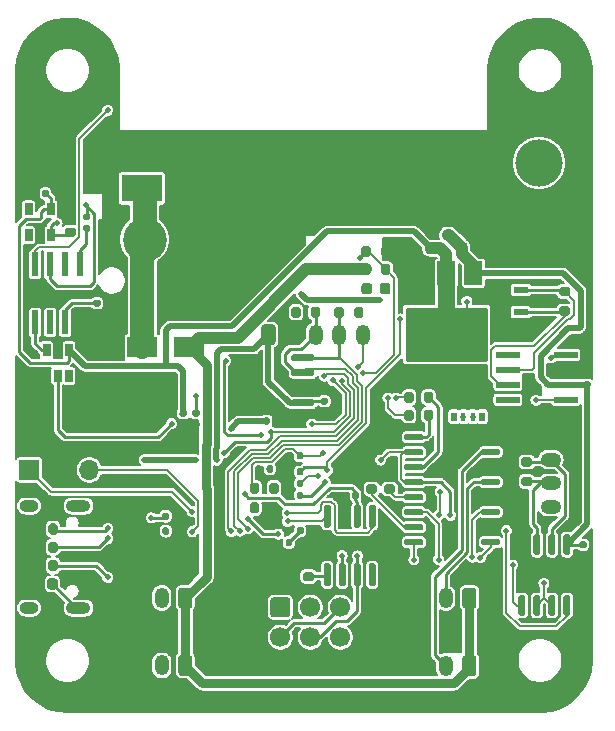
<source format=gbr>
%TF.GenerationSoftware,KiCad,Pcbnew,5.1.9-73d0e3b20d~88~ubuntu20.04.1*%
%TF.CreationDate,2021-04-18T22:18:41+08:00*%
%TF.ProjectId,AbsoluteEncoderBoard,4162736f-6c75-4746-9545-6e636f646572,rev?*%
%TF.SameCoordinates,Original*%
%TF.FileFunction,Copper,L2,Bot*%
%TF.FilePolarity,Positive*%
%FSLAX46Y46*%
G04 Gerber Fmt 4.6, Leading zero omitted, Abs format (unit mm)*
G04 Created by KiCad (PCBNEW 5.1.9-73d0e3b20d~88~ubuntu20.04.1) date 2021-04-18 22:18:41*
%MOMM*%
%LPD*%
G01*
G04 APERTURE LIST*
%TA.AperFunction,ComponentPad*%
%ADD10O,1.200000X1.750000*%
%TD*%
%TA.AperFunction,ComponentPad*%
%ADD11C,3.700000*%
%TD*%
%TA.AperFunction,ComponentPad*%
%ADD12C,4.000000*%
%TD*%
%TA.AperFunction,ComponentPad*%
%ADD13R,3.800000X3.800000*%
%TD*%
%TA.AperFunction,ComponentPad*%
%ADD14C,1.700000*%
%TD*%
%TA.AperFunction,SMDPad,CuDef*%
%ADD15R,0.650000X1.060000*%
%TD*%
%TA.AperFunction,SMDPad,CuDef*%
%ADD16R,2.500000X1.800000*%
%TD*%
%TA.AperFunction,SMDPad,CuDef*%
%ADD17R,3.500000X2.300000*%
%TD*%
%TA.AperFunction,SMDPad,CuDef*%
%ADD18R,1.500000X2.000000*%
%TD*%
%TA.AperFunction,SMDPad,CuDef*%
%ADD19R,3.800000X2.000000*%
%TD*%
%TA.AperFunction,SMDPad,CuDef*%
%ADD20R,2.000000X0.600000*%
%TD*%
%TA.AperFunction,SMDPad,CuDef*%
%ADD21R,0.600000X2.000000*%
%TD*%
%TA.AperFunction,SMDPad,CuDef*%
%ADD22R,0.500000X0.800000*%
%TD*%
%TA.AperFunction,SMDPad,CuDef*%
%ADD23R,0.400000X0.800000*%
%TD*%
%TA.AperFunction,ComponentPad*%
%ADD24O,1.700000X1.700000*%
%TD*%
%TA.AperFunction,ComponentPad*%
%ADD25R,1.700000X1.700000*%
%TD*%
%TA.AperFunction,ComponentPad*%
%ADD26O,2.100000X1.000000*%
%TD*%
%TA.AperFunction,ComponentPad*%
%ADD27O,1.600000X1.000000*%
%TD*%
%TA.AperFunction,ComponentPad*%
%ADD28O,1.750000X1.200000*%
%TD*%
%TA.AperFunction,SMDPad,CuDef*%
%ADD29R,1.300000X0.600000*%
%TD*%
%TA.AperFunction,ViaPad*%
%ADD30C,0.508000*%
%TD*%
%TA.AperFunction,ViaPad*%
%ADD31C,0.800000*%
%TD*%
%TA.AperFunction,Conductor*%
%ADD32C,1.000000*%
%TD*%
%TA.AperFunction,Conductor*%
%ADD33C,0.254000*%
%TD*%
%TA.AperFunction,Conductor*%
%ADD34C,0.500000*%
%TD*%
%TA.AperFunction,Conductor*%
%ADD35C,5.000000*%
%TD*%
%TA.AperFunction,Conductor*%
%ADD36C,2.000000*%
%TD*%
%TA.AperFunction,Conductor*%
%ADD37C,0.150000*%
%TD*%
%TA.AperFunction,Conductor*%
%ADD38C,0.200000*%
%TD*%
%TA.AperFunction,Conductor*%
%ADD39C,0.250000*%
%TD*%
%TA.AperFunction,Conductor*%
%ADD40C,0.800000*%
%TD*%
%TA.AperFunction,Conductor*%
%ADD41C,0.100000*%
%TD*%
G04 APERTURE END LIST*
%TA.AperFunction,SMDPad,CuDef*%
G36*
G01*
X169165000Y-73575000D02*
X168615000Y-73575000D01*
G75*
G02*
X168415000Y-73375000I0J200000D01*
G01*
X168415000Y-72975000D01*
G75*
G02*
X168615000Y-72775000I200000J0D01*
G01*
X169165000Y-72775000D01*
G75*
G02*
X169365000Y-72975000I0J-200000D01*
G01*
X169365000Y-73375000D01*
G75*
G02*
X169165000Y-73575000I-200000J0D01*
G01*
G37*
%TD.AperFunction*%
%TA.AperFunction,SMDPad,CuDef*%
G36*
G01*
X169165000Y-75225000D02*
X168615000Y-75225000D01*
G75*
G02*
X168415000Y-75025000I0J200000D01*
G01*
X168415000Y-74625000D01*
G75*
G02*
X168615000Y-74425000I200000J0D01*
G01*
X169165000Y-74425000D01*
G75*
G02*
X169365000Y-74625000I0J-200000D01*
G01*
X169365000Y-75025000D01*
G75*
G02*
X169165000Y-75225000I-200000J0D01*
G01*
G37*
%TD.AperFunction*%
%TA.AperFunction,SMDPad,CuDef*%
G36*
G01*
X173480000Y-80860000D02*
X173820000Y-80860000D01*
G75*
G02*
X173960000Y-81000000I0J-140000D01*
G01*
X173960000Y-81280000D01*
G75*
G02*
X173820000Y-81420000I-140000J0D01*
G01*
X173480000Y-81420000D01*
G75*
G02*
X173340000Y-81280000I0J140000D01*
G01*
X173340000Y-81000000D01*
G75*
G02*
X173480000Y-80860000I140000J0D01*
G01*
G37*
%TD.AperFunction*%
%TA.AperFunction,SMDPad,CuDef*%
G36*
G01*
X173480000Y-79900000D02*
X173820000Y-79900000D01*
G75*
G02*
X173960000Y-80040000I0J-140000D01*
G01*
X173960000Y-80320000D01*
G75*
G02*
X173820000Y-80460000I-140000J0D01*
G01*
X173480000Y-80460000D01*
G75*
G02*
X173340000Y-80320000I0J140000D01*
G01*
X173340000Y-80040000D01*
G75*
G02*
X173480000Y-79900000I140000J0D01*
G01*
G37*
%TD.AperFunction*%
D10*
X162025000Y-84700000D03*
%TA.AperFunction,ComponentPad*%
G36*
G01*
X164625000Y-84074999D02*
X164625000Y-85325001D01*
G75*
G02*
X164375001Y-85575000I-249999J0D01*
G01*
X163674999Y-85575000D01*
G75*
G02*
X163425000Y-85325001I0J249999D01*
G01*
X163425000Y-84074999D01*
G75*
G02*
X163674999Y-83825000I249999J0D01*
G01*
X164375001Y-83825000D01*
G75*
G02*
X164625000Y-84074999I0J-249999D01*
G01*
G37*
%TD.AperFunction*%
X155010000Y-62390000D03*
X153010000Y-62390000D03*
X151010000Y-62390000D03*
X149010000Y-62390000D03*
%TA.AperFunction,ComponentPad*%
G36*
G01*
X146410000Y-63015001D02*
X146410000Y-61764999D01*
G75*
G02*
X146659999Y-61515000I249999J0D01*
G01*
X147360001Y-61515000D01*
G75*
G02*
X147610000Y-61764999I0J-249999D01*
G01*
X147610000Y-63015001D01*
G75*
G02*
X147360001Y-63265000I-249999J0D01*
G01*
X146659999Y-63265000D01*
G75*
G02*
X146410000Y-63015001I0J249999D01*
G01*
G37*
%TD.AperFunction*%
D11*
X136520000Y-54340000D03*
%TA.AperFunction,ComponentPad*%
G36*
G01*
X140620000Y-52490000D02*
X143820000Y-52490000D01*
G75*
G02*
X144070000Y-52740000I0J-250000D01*
G01*
X144070000Y-55940000D01*
G75*
G02*
X143820000Y-56190000I-250000J0D01*
G01*
X140620000Y-56190000D01*
G75*
G02*
X140370000Y-55940000I0J250000D01*
G01*
X140370000Y-52740000D01*
G75*
G02*
X140620000Y-52490000I250000J0D01*
G01*
G37*
%TD.AperFunction*%
D12*
X169926000Y-47832000D03*
D13*
X169926000Y-52832000D03*
%TA.AperFunction,ComponentPad*%
G36*
G01*
X147415240Y-84624600D02*
X148615240Y-84624600D01*
G75*
G02*
X148865240Y-84874600I0J-250000D01*
G01*
X148865240Y-86074600D01*
G75*
G02*
X148615240Y-86324600I-250000J0D01*
G01*
X147415240Y-86324600D01*
G75*
G02*
X147165240Y-86074600I0J250000D01*
G01*
X147165240Y-84874600D01*
G75*
G02*
X147415240Y-84624600I250000J0D01*
G01*
G37*
%TD.AperFunction*%
D14*
X150555240Y-85474600D03*
X153095240Y-85474600D03*
X148015240Y-88014600D03*
X150555240Y-88014600D03*
X153095240Y-88014600D03*
%TA.AperFunction,SMDPad,CuDef*%
G36*
G01*
X146860000Y-73950000D02*
X146860000Y-73610000D01*
G75*
G02*
X147000000Y-73470000I140000J0D01*
G01*
X147280000Y-73470000D01*
G75*
G02*
X147420000Y-73610000I0J-140000D01*
G01*
X147420000Y-73950000D01*
G75*
G02*
X147280000Y-74090000I-140000J0D01*
G01*
X147000000Y-74090000D01*
G75*
G02*
X146860000Y-73950000I0J140000D01*
G01*
G37*
%TD.AperFunction*%
%TA.AperFunction,SMDPad,CuDef*%
G36*
G01*
X145900000Y-73950000D02*
X145900000Y-73610000D01*
G75*
G02*
X146040000Y-73470000I140000J0D01*
G01*
X146320000Y-73470000D01*
G75*
G02*
X146460000Y-73610000I0J-140000D01*
G01*
X146460000Y-73950000D01*
G75*
G02*
X146320000Y-74090000I-140000J0D01*
G01*
X146040000Y-74090000D01*
G75*
G02*
X145900000Y-73950000I0J140000D01*
G01*
G37*
%TD.AperFunction*%
%TA.AperFunction,SMDPad,CuDef*%
G36*
G01*
X139630000Y-69725000D02*
X139970000Y-69725000D01*
G75*
G02*
X140110000Y-69865000I0J-140000D01*
G01*
X140110000Y-70145000D01*
G75*
G02*
X139970000Y-70285000I-140000J0D01*
G01*
X139630000Y-70285000D01*
G75*
G02*
X139490000Y-70145000I0J140000D01*
G01*
X139490000Y-69865000D01*
G75*
G02*
X139630000Y-69725000I140000J0D01*
G01*
G37*
%TD.AperFunction*%
%TA.AperFunction,SMDPad,CuDef*%
G36*
G01*
X139630000Y-68765000D02*
X139970000Y-68765000D01*
G75*
G02*
X140110000Y-68905000I0J-140000D01*
G01*
X140110000Y-69185000D01*
G75*
G02*
X139970000Y-69325000I-140000J0D01*
G01*
X139630000Y-69325000D01*
G75*
G02*
X139490000Y-69185000I0J140000D01*
G01*
X139490000Y-68905000D01*
G75*
G02*
X139630000Y-68765000I140000J0D01*
G01*
G37*
%TD.AperFunction*%
%TA.AperFunction,SMDPad,CuDef*%
G36*
G01*
X147530000Y-69860000D02*
X147530000Y-69520000D01*
G75*
G02*
X147670000Y-69380000I140000J0D01*
G01*
X147950000Y-69380000D01*
G75*
G02*
X148090000Y-69520000I0J-140000D01*
G01*
X148090000Y-69860000D01*
G75*
G02*
X147950000Y-70000000I-140000J0D01*
G01*
X147670000Y-70000000D01*
G75*
G02*
X147530000Y-69860000I0J140000D01*
G01*
G37*
%TD.AperFunction*%
%TA.AperFunction,SMDPad,CuDef*%
G36*
G01*
X146570000Y-69860000D02*
X146570000Y-69520000D01*
G75*
G02*
X146710000Y-69380000I140000J0D01*
G01*
X146990000Y-69380000D01*
G75*
G02*
X147130000Y-69520000I0J-140000D01*
G01*
X147130000Y-69860000D01*
G75*
G02*
X146990000Y-70000000I-140000J0D01*
G01*
X146710000Y-70000000D01*
G75*
G02*
X146570000Y-69860000I0J140000D01*
G01*
G37*
%TD.AperFunction*%
%TA.AperFunction,SMDPad,CuDef*%
G36*
G01*
X139000000Y-77940000D02*
X139000000Y-77600000D01*
G75*
G02*
X139140000Y-77460000I140000J0D01*
G01*
X139420000Y-77460000D01*
G75*
G02*
X139560000Y-77600000I0J-140000D01*
G01*
X139560000Y-77940000D01*
G75*
G02*
X139420000Y-78080000I-140000J0D01*
G01*
X139140000Y-78080000D01*
G75*
G02*
X139000000Y-77940000I0J140000D01*
G01*
G37*
%TD.AperFunction*%
%TA.AperFunction,SMDPad,CuDef*%
G36*
G01*
X138040000Y-77940000D02*
X138040000Y-77600000D01*
G75*
G02*
X138180000Y-77460000I140000J0D01*
G01*
X138460000Y-77460000D01*
G75*
G02*
X138600000Y-77600000I0J-140000D01*
G01*
X138600000Y-77940000D01*
G75*
G02*
X138460000Y-78080000I-140000J0D01*
G01*
X138180000Y-78080000D01*
G75*
G02*
X138040000Y-77940000I0J140000D01*
G01*
G37*
%TD.AperFunction*%
%TA.AperFunction,SMDPad,CuDef*%
G36*
G01*
X149000000Y-72480000D02*
X149000000Y-72820000D01*
G75*
G02*
X148860000Y-72960000I-140000J0D01*
G01*
X148580000Y-72960000D01*
G75*
G02*
X148440000Y-72820000I0J140000D01*
G01*
X148440000Y-72480000D01*
G75*
G02*
X148580000Y-72340000I140000J0D01*
G01*
X148860000Y-72340000D01*
G75*
G02*
X149000000Y-72480000I0J-140000D01*
G01*
G37*
%TD.AperFunction*%
%TA.AperFunction,SMDPad,CuDef*%
G36*
G01*
X149960000Y-72480000D02*
X149960000Y-72820000D01*
G75*
G02*
X149820000Y-72960000I-140000J0D01*
G01*
X149540000Y-72960000D01*
G75*
G02*
X149400000Y-72820000I0J140000D01*
G01*
X149400000Y-72480000D01*
G75*
G02*
X149540000Y-72340000I140000J0D01*
G01*
X149820000Y-72340000D01*
G75*
G02*
X149960000Y-72480000I0J-140000D01*
G01*
G37*
%TD.AperFunction*%
%TA.AperFunction,SMDPad,CuDef*%
G36*
G01*
X149025000Y-78805000D02*
X149025000Y-79145000D01*
G75*
G02*
X148885000Y-79285000I-140000J0D01*
G01*
X148605000Y-79285000D01*
G75*
G02*
X148465000Y-79145000I0J140000D01*
G01*
X148465000Y-78805000D01*
G75*
G02*
X148605000Y-78665000I140000J0D01*
G01*
X148885000Y-78665000D01*
G75*
G02*
X149025000Y-78805000I0J-140000D01*
G01*
G37*
%TD.AperFunction*%
%TA.AperFunction,SMDPad,CuDef*%
G36*
G01*
X149985000Y-78805000D02*
X149985000Y-79145000D01*
G75*
G02*
X149845000Y-79285000I-140000J0D01*
G01*
X149565000Y-79285000D01*
G75*
G02*
X149425000Y-79145000I0J140000D01*
G01*
X149425000Y-78805000D01*
G75*
G02*
X149565000Y-78665000I140000J0D01*
G01*
X149845000Y-78665000D01*
G75*
G02*
X149985000Y-78805000I0J-140000D01*
G01*
G37*
%TD.AperFunction*%
%TA.AperFunction,SMDPad,CuDef*%
G36*
G01*
X140705000Y-69725000D02*
X141045000Y-69725000D01*
G75*
G02*
X141185000Y-69865000I0J-140000D01*
G01*
X141185000Y-70145000D01*
G75*
G02*
X141045000Y-70285000I-140000J0D01*
G01*
X140705000Y-70285000D01*
G75*
G02*
X140565000Y-70145000I0J140000D01*
G01*
X140565000Y-69865000D01*
G75*
G02*
X140705000Y-69725000I140000J0D01*
G01*
G37*
%TD.AperFunction*%
%TA.AperFunction,SMDPad,CuDef*%
G36*
G01*
X140705000Y-68765000D02*
X141045000Y-68765000D01*
G75*
G02*
X141185000Y-68905000I0J-140000D01*
G01*
X141185000Y-69185000D01*
G75*
G02*
X141045000Y-69325000I-140000J0D01*
G01*
X140705000Y-69325000D01*
G75*
G02*
X140565000Y-69185000I0J140000D01*
G01*
X140565000Y-68905000D01*
G75*
G02*
X140705000Y-68765000I140000J0D01*
G01*
G37*
%TD.AperFunction*%
%TA.AperFunction,SMDPad,CuDef*%
G36*
G01*
X149425000Y-80170000D02*
X149425000Y-79830000D01*
G75*
G02*
X149565000Y-79690000I140000J0D01*
G01*
X149845000Y-79690000D01*
G75*
G02*
X149985000Y-79830000I0J-140000D01*
G01*
X149985000Y-80170000D01*
G75*
G02*
X149845000Y-80310000I-140000J0D01*
G01*
X149565000Y-80310000D01*
G75*
G02*
X149425000Y-80170000I0J140000D01*
G01*
G37*
%TD.AperFunction*%
%TA.AperFunction,SMDPad,CuDef*%
G36*
G01*
X148465000Y-80170000D02*
X148465000Y-79830000D01*
G75*
G02*
X148605000Y-79690000I140000J0D01*
G01*
X148885000Y-79690000D01*
G75*
G02*
X149025000Y-79830000I0J-140000D01*
G01*
X149025000Y-80170000D01*
G75*
G02*
X148885000Y-80310000I-140000J0D01*
G01*
X148605000Y-80310000D01*
G75*
G02*
X148465000Y-80170000I0J140000D01*
G01*
G37*
%TD.AperFunction*%
%TA.AperFunction,SMDPad,CuDef*%
G36*
G01*
X139000000Y-79195000D02*
X139000000Y-78855000D01*
G75*
G02*
X139140000Y-78715000I140000J0D01*
G01*
X139420000Y-78715000D01*
G75*
G02*
X139560000Y-78855000I0J-140000D01*
G01*
X139560000Y-79195000D01*
G75*
G02*
X139420000Y-79335000I-140000J0D01*
G01*
X139140000Y-79335000D01*
G75*
G02*
X139000000Y-79195000I0J140000D01*
G01*
G37*
%TD.AperFunction*%
%TA.AperFunction,SMDPad,CuDef*%
G36*
G01*
X138040000Y-79195000D02*
X138040000Y-78855000D01*
G75*
G02*
X138180000Y-78715000I140000J0D01*
G01*
X138460000Y-78715000D01*
G75*
G02*
X138600000Y-78855000I0J-140000D01*
G01*
X138600000Y-79195000D01*
G75*
G02*
X138460000Y-79335000I-140000J0D01*
G01*
X138180000Y-79335000D01*
G75*
G02*
X138040000Y-79195000I0J140000D01*
G01*
G37*
%TD.AperFunction*%
%TA.AperFunction,SMDPad,CuDef*%
G36*
G01*
X151920000Y-67350000D02*
X151580000Y-67350000D01*
G75*
G02*
X151440000Y-67210000I0J140000D01*
G01*
X151440000Y-66930000D01*
G75*
G02*
X151580000Y-66790000I140000J0D01*
G01*
X151920000Y-66790000D01*
G75*
G02*
X152060000Y-66930000I0J-140000D01*
G01*
X152060000Y-67210000D01*
G75*
G02*
X151920000Y-67350000I-140000J0D01*
G01*
G37*
%TD.AperFunction*%
%TA.AperFunction,SMDPad,CuDef*%
G36*
G01*
X151920000Y-68310000D02*
X151580000Y-68310000D01*
G75*
G02*
X151440000Y-68170000I0J140000D01*
G01*
X151440000Y-67890000D01*
G75*
G02*
X151580000Y-67750000I140000J0D01*
G01*
X151920000Y-67750000D01*
G75*
G02*
X152060000Y-67890000I0J-140000D01*
G01*
X152060000Y-68170000D01*
G75*
G02*
X151920000Y-68310000I-140000J0D01*
G01*
G37*
%TD.AperFunction*%
%TA.AperFunction,SMDPad,CuDef*%
G36*
G01*
X149010000Y-74830000D02*
X149010000Y-75170000D01*
G75*
G02*
X148870000Y-75310000I-140000J0D01*
G01*
X148590000Y-75310000D01*
G75*
G02*
X148450000Y-75170000I0J140000D01*
G01*
X148450000Y-74830000D01*
G75*
G02*
X148590000Y-74690000I140000J0D01*
G01*
X148870000Y-74690000D01*
G75*
G02*
X149010000Y-74830000I0J-140000D01*
G01*
G37*
%TD.AperFunction*%
%TA.AperFunction,SMDPad,CuDef*%
G36*
G01*
X149970000Y-74830000D02*
X149970000Y-75170000D01*
G75*
G02*
X149830000Y-75310000I-140000J0D01*
G01*
X149550000Y-75310000D01*
G75*
G02*
X149410000Y-75170000I0J140000D01*
G01*
X149410000Y-74830000D01*
G75*
G02*
X149550000Y-74690000I140000J0D01*
G01*
X149830000Y-74690000D01*
G75*
G02*
X149970000Y-74830000I0J-140000D01*
G01*
G37*
%TD.AperFunction*%
%TA.AperFunction,SMDPad,CuDef*%
G36*
G01*
X173800000Y-66340000D02*
X174140000Y-66340000D01*
G75*
G02*
X174280000Y-66480000I0J-140000D01*
G01*
X174280000Y-66760000D01*
G75*
G02*
X174140000Y-66900000I-140000J0D01*
G01*
X173800000Y-66900000D01*
G75*
G02*
X173660000Y-66760000I0J140000D01*
G01*
X173660000Y-66480000D01*
G75*
G02*
X173800000Y-66340000I140000J0D01*
G01*
G37*
%TD.AperFunction*%
%TA.AperFunction,SMDPad,CuDef*%
G36*
G01*
X173800000Y-65380000D02*
X174140000Y-65380000D01*
G75*
G02*
X174280000Y-65520000I0J-140000D01*
G01*
X174280000Y-65800000D01*
G75*
G02*
X174140000Y-65940000I-140000J0D01*
G01*
X173800000Y-65940000D01*
G75*
G02*
X173660000Y-65800000I0J140000D01*
G01*
X173660000Y-65520000D01*
G75*
G02*
X173800000Y-65380000I140000J0D01*
G01*
G37*
%TD.AperFunction*%
%TA.AperFunction,SMDPad,CuDef*%
G36*
G01*
X153700000Y-75830000D02*
X153700000Y-76170000D01*
G75*
G02*
X153560000Y-76310000I-140000J0D01*
G01*
X153280000Y-76310000D01*
G75*
G02*
X153140000Y-76170000I0J140000D01*
G01*
X153140000Y-75830000D01*
G75*
G02*
X153280000Y-75690000I140000J0D01*
G01*
X153560000Y-75690000D01*
G75*
G02*
X153700000Y-75830000I0J-140000D01*
G01*
G37*
%TD.AperFunction*%
%TA.AperFunction,SMDPad,CuDef*%
G36*
G01*
X154660000Y-75830000D02*
X154660000Y-76170000D01*
G75*
G02*
X154520000Y-76310000I-140000J0D01*
G01*
X154240000Y-76310000D01*
G75*
G02*
X154100000Y-76170000I0J140000D01*
G01*
X154100000Y-75830000D01*
G75*
G02*
X154240000Y-75690000I140000J0D01*
G01*
X154520000Y-75690000D01*
G75*
G02*
X154660000Y-75830000I0J-140000D01*
G01*
G37*
%TD.AperFunction*%
%TA.AperFunction,SMDPad,CuDef*%
G36*
G01*
X127450000Y-50280000D02*
X127450000Y-50620000D01*
G75*
G02*
X127310000Y-50760000I-140000J0D01*
G01*
X127030000Y-50760000D01*
G75*
G02*
X126890000Y-50620000I0J140000D01*
G01*
X126890000Y-50280000D01*
G75*
G02*
X127030000Y-50140000I140000J0D01*
G01*
X127310000Y-50140000D01*
G75*
G02*
X127450000Y-50280000I0J-140000D01*
G01*
G37*
%TD.AperFunction*%
%TA.AperFunction,SMDPad,CuDef*%
G36*
G01*
X128410000Y-50280000D02*
X128410000Y-50620000D01*
G75*
G02*
X128270000Y-50760000I-140000J0D01*
G01*
X127990000Y-50760000D01*
G75*
G02*
X127850000Y-50620000I0J140000D01*
G01*
X127850000Y-50280000D01*
G75*
G02*
X127990000Y-50140000I140000J0D01*
G01*
X128270000Y-50140000D01*
G75*
G02*
X128410000Y-50280000I0J-140000D01*
G01*
G37*
%TD.AperFunction*%
%TA.AperFunction,SMDPad,CuDef*%
G36*
G01*
X149010000Y-75830000D02*
X149010000Y-76170000D01*
G75*
G02*
X148870000Y-76310000I-140000J0D01*
G01*
X148590000Y-76310000D01*
G75*
G02*
X148450000Y-76170000I0J140000D01*
G01*
X148450000Y-75830000D01*
G75*
G02*
X148590000Y-75690000I140000J0D01*
G01*
X148870000Y-75690000D01*
G75*
G02*
X149010000Y-75830000I0J-140000D01*
G01*
G37*
%TD.AperFunction*%
%TA.AperFunction,SMDPad,CuDef*%
G36*
G01*
X149970000Y-75830000D02*
X149970000Y-76170000D01*
G75*
G02*
X149830000Y-76310000I-140000J0D01*
G01*
X149550000Y-76310000D01*
G75*
G02*
X149410000Y-76170000I0J140000D01*
G01*
X149410000Y-75830000D01*
G75*
G02*
X149550000Y-75690000I140000J0D01*
G01*
X149830000Y-75690000D01*
G75*
G02*
X149970000Y-75830000I0J-140000D01*
G01*
G37*
%TD.AperFunction*%
%TA.AperFunction,SMDPad,CuDef*%
G36*
G01*
X131790000Y-52700000D02*
X131450000Y-52700000D01*
G75*
G02*
X131310000Y-52560000I0J140000D01*
G01*
X131310000Y-52280000D01*
G75*
G02*
X131450000Y-52140000I140000J0D01*
G01*
X131790000Y-52140000D01*
G75*
G02*
X131930000Y-52280000I0J-140000D01*
G01*
X131930000Y-52560000D01*
G75*
G02*
X131790000Y-52700000I-140000J0D01*
G01*
G37*
%TD.AperFunction*%
%TA.AperFunction,SMDPad,CuDef*%
G36*
G01*
X131790000Y-53660000D02*
X131450000Y-53660000D01*
G75*
G02*
X131310000Y-53520000I0J140000D01*
G01*
X131310000Y-53240000D01*
G75*
G02*
X131450000Y-53100000I140000J0D01*
G01*
X131790000Y-53100000D01*
G75*
G02*
X131930000Y-53240000I0J-140000D01*
G01*
X131930000Y-53520000D01*
G75*
G02*
X131790000Y-53660000I-140000J0D01*
G01*
G37*
%TD.AperFunction*%
D15*
X130125000Y-63700000D03*
X128225000Y-63700000D03*
X128225000Y-65900000D03*
X129175000Y-65900000D03*
X130125000Y-65900000D03*
%TA.AperFunction,SMDPad,CuDef*%
G36*
G01*
X132670000Y-59050000D02*
X132330000Y-59050000D01*
G75*
G02*
X132190000Y-58910000I0J140000D01*
G01*
X132190000Y-58630000D01*
G75*
G02*
X132330000Y-58490000I140000J0D01*
G01*
X132670000Y-58490000D01*
G75*
G02*
X132810000Y-58630000I0J-140000D01*
G01*
X132810000Y-58910000D01*
G75*
G02*
X132670000Y-59050000I-140000J0D01*
G01*
G37*
%TD.AperFunction*%
%TA.AperFunction,SMDPad,CuDef*%
G36*
G01*
X132670000Y-60010000D02*
X132330000Y-60010000D01*
G75*
G02*
X132190000Y-59870000I0J140000D01*
G01*
X132190000Y-59590000D01*
G75*
G02*
X132330000Y-59450000I140000J0D01*
G01*
X132670000Y-59450000D01*
G75*
G02*
X132810000Y-59590000I0J-140000D01*
G01*
X132810000Y-59870000D01*
G75*
G02*
X132670000Y-60010000I-140000J0D01*
G01*
G37*
%TD.AperFunction*%
%TA.AperFunction,SMDPad,CuDef*%
G36*
G01*
X149010000Y-73830000D02*
X149010000Y-74170000D01*
G75*
G02*
X148870000Y-74310000I-140000J0D01*
G01*
X148590000Y-74310000D01*
G75*
G02*
X148450000Y-74170000I0J140000D01*
G01*
X148450000Y-73830000D01*
G75*
G02*
X148590000Y-73690000I140000J0D01*
G01*
X148870000Y-73690000D01*
G75*
G02*
X149010000Y-73830000I0J-140000D01*
G01*
G37*
%TD.AperFunction*%
%TA.AperFunction,SMDPad,CuDef*%
G36*
G01*
X149970000Y-73830000D02*
X149970000Y-74170000D01*
G75*
G02*
X149830000Y-74310000I-140000J0D01*
G01*
X149550000Y-74310000D01*
G75*
G02*
X149410000Y-74170000I0J140000D01*
G01*
X149410000Y-73830000D01*
G75*
G02*
X149550000Y-73690000I140000J0D01*
G01*
X149830000Y-73690000D01*
G75*
G02*
X149970000Y-73830000I0J-140000D01*
G01*
G37*
%TD.AperFunction*%
%TA.AperFunction,SMDPad,CuDef*%
G36*
G01*
X138700000Y-61000001D02*
X138700000Y-58799999D01*
G75*
G02*
X138949999Y-58550000I249999J0D01*
G01*
X139600001Y-58550000D01*
G75*
G02*
X139850000Y-58799999I0J-249999D01*
G01*
X139850000Y-61000001D01*
G75*
G02*
X139600001Y-61250000I-249999J0D01*
G01*
X138949999Y-61250000D01*
G75*
G02*
X138700000Y-61000001I0J249999D01*
G01*
G37*
%TD.AperFunction*%
%TA.AperFunction,SMDPad,CuDef*%
G36*
G01*
X135750000Y-61000001D02*
X135750000Y-58799999D01*
G75*
G02*
X135999999Y-58550000I249999J0D01*
G01*
X136650001Y-58550000D01*
G75*
G02*
X136900000Y-58799999I0J-249999D01*
G01*
X136900000Y-61000001D01*
G75*
G02*
X136650001Y-61250000I-249999J0D01*
G01*
X135999999Y-61250000D01*
G75*
G02*
X135750000Y-61000001I0J249999D01*
G01*
G37*
%TD.AperFunction*%
D16*
X136325000Y-63475000D03*
X140325000Y-63475000D03*
D17*
X136290000Y-50010000D03*
X141690000Y-50010000D03*
%TA.AperFunction,SMDPad,CuDef*%
G36*
G01*
X156440840Y-58750000D02*
X156440840Y-58250000D01*
G75*
G02*
X156665840Y-58025000I225000J0D01*
G01*
X157115840Y-58025000D01*
G75*
G02*
X157340840Y-58250000I0J-225000D01*
G01*
X157340840Y-58750000D01*
G75*
G02*
X157115840Y-58975000I-225000J0D01*
G01*
X156665840Y-58975000D01*
G75*
G02*
X156440840Y-58750000I0J225000D01*
G01*
G37*
%TD.AperFunction*%
%TA.AperFunction,SMDPad,CuDef*%
G36*
G01*
X154890840Y-58750000D02*
X154890840Y-58250000D01*
G75*
G02*
X155115840Y-58025000I225000J0D01*
G01*
X155565840Y-58025000D01*
G75*
G02*
X155790840Y-58250000I0J-225000D01*
G01*
X155790840Y-58750000D01*
G75*
G02*
X155565840Y-58975000I-225000J0D01*
G01*
X155115840Y-58975000D01*
G75*
G02*
X154890840Y-58750000I0J225000D01*
G01*
G37*
%TD.AperFunction*%
%TA.AperFunction,SMDPad,CuDef*%
G36*
G01*
X165030000Y-80092500D02*
X165030000Y-79817500D01*
G75*
G02*
X165167500Y-79680000I137500J0D01*
G01*
X166492500Y-79680000D01*
G75*
G02*
X166630000Y-79817500I0J-137500D01*
G01*
X166630000Y-80092500D01*
G75*
G02*
X166492500Y-80230000I-137500J0D01*
G01*
X165167500Y-80230000D01*
G75*
G02*
X165030000Y-80092500I0J137500D01*
G01*
G37*
%TD.AperFunction*%
%TA.AperFunction,SMDPad,CuDef*%
G36*
G01*
X165030000Y-78822500D02*
X165030000Y-78547500D01*
G75*
G02*
X165167500Y-78410000I137500J0D01*
G01*
X166492500Y-78410000D01*
G75*
G02*
X166630000Y-78547500I0J-137500D01*
G01*
X166630000Y-78822500D01*
G75*
G02*
X166492500Y-78960000I-137500J0D01*
G01*
X165167500Y-78960000D01*
G75*
G02*
X165030000Y-78822500I0J137500D01*
G01*
G37*
%TD.AperFunction*%
%TA.AperFunction,SMDPad,CuDef*%
G36*
G01*
X165030000Y-77552500D02*
X165030000Y-77277500D01*
G75*
G02*
X165167500Y-77140000I137500J0D01*
G01*
X166492500Y-77140000D01*
G75*
G02*
X166630000Y-77277500I0J-137500D01*
G01*
X166630000Y-77552500D01*
G75*
G02*
X166492500Y-77690000I-137500J0D01*
G01*
X165167500Y-77690000D01*
G75*
G02*
X165030000Y-77552500I0J137500D01*
G01*
G37*
%TD.AperFunction*%
%TA.AperFunction,SMDPad,CuDef*%
G36*
G01*
X165030000Y-76282500D02*
X165030000Y-76007500D01*
G75*
G02*
X165167500Y-75870000I137500J0D01*
G01*
X166492500Y-75870000D01*
G75*
G02*
X166630000Y-76007500I0J-137500D01*
G01*
X166630000Y-76282500D01*
G75*
G02*
X166492500Y-76420000I-137500J0D01*
G01*
X165167500Y-76420000D01*
G75*
G02*
X165030000Y-76282500I0J137500D01*
G01*
G37*
%TD.AperFunction*%
%TA.AperFunction,SMDPad,CuDef*%
G36*
G01*
X165030000Y-75012500D02*
X165030000Y-74737500D01*
G75*
G02*
X165167500Y-74600000I137500J0D01*
G01*
X166492500Y-74600000D01*
G75*
G02*
X166630000Y-74737500I0J-137500D01*
G01*
X166630000Y-75012500D01*
G75*
G02*
X166492500Y-75150000I-137500J0D01*
G01*
X165167500Y-75150000D01*
G75*
G02*
X165030000Y-75012500I0J137500D01*
G01*
G37*
%TD.AperFunction*%
%TA.AperFunction,SMDPad,CuDef*%
G36*
G01*
X165030000Y-73742500D02*
X165030000Y-73467500D01*
G75*
G02*
X165167500Y-73330000I137500J0D01*
G01*
X166492500Y-73330000D01*
G75*
G02*
X166630000Y-73467500I0J-137500D01*
G01*
X166630000Y-73742500D01*
G75*
G02*
X166492500Y-73880000I-137500J0D01*
G01*
X165167500Y-73880000D01*
G75*
G02*
X165030000Y-73742500I0J137500D01*
G01*
G37*
%TD.AperFunction*%
%TA.AperFunction,SMDPad,CuDef*%
G36*
G01*
X165030000Y-72472500D02*
X165030000Y-72197500D01*
G75*
G02*
X165167500Y-72060000I137500J0D01*
G01*
X166492500Y-72060000D01*
G75*
G02*
X166630000Y-72197500I0J-137500D01*
G01*
X166630000Y-72472500D01*
G75*
G02*
X166492500Y-72610000I-137500J0D01*
G01*
X165167500Y-72610000D01*
G75*
G02*
X165030000Y-72472500I0J137500D01*
G01*
G37*
%TD.AperFunction*%
%TA.AperFunction,SMDPad,CuDef*%
G36*
G01*
X165030000Y-71202500D02*
X165030000Y-70927500D01*
G75*
G02*
X165167500Y-70790000I137500J0D01*
G01*
X166492500Y-70790000D01*
G75*
G02*
X166630000Y-70927500I0J-137500D01*
G01*
X166630000Y-71202500D01*
G75*
G02*
X166492500Y-71340000I-137500J0D01*
G01*
X165167500Y-71340000D01*
G75*
G02*
X165030000Y-71202500I0J137500D01*
G01*
G37*
%TD.AperFunction*%
%TA.AperFunction,SMDPad,CuDef*%
G36*
G01*
X158530000Y-71202500D02*
X158530000Y-70927500D01*
G75*
G02*
X158667500Y-70790000I137500J0D01*
G01*
X159992500Y-70790000D01*
G75*
G02*
X160130000Y-70927500I0J-137500D01*
G01*
X160130000Y-71202500D01*
G75*
G02*
X159992500Y-71340000I-137500J0D01*
G01*
X158667500Y-71340000D01*
G75*
G02*
X158530000Y-71202500I0J137500D01*
G01*
G37*
%TD.AperFunction*%
%TA.AperFunction,SMDPad,CuDef*%
G36*
G01*
X158530000Y-72472500D02*
X158530000Y-72197500D01*
G75*
G02*
X158667500Y-72060000I137500J0D01*
G01*
X159992500Y-72060000D01*
G75*
G02*
X160130000Y-72197500I0J-137500D01*
G01*
X160130000Y-72472500D01*
G75*
G02*
X159992500Y-72610000I-137500J0D01*
G01*
X158667500Y-72610000D01*
G75*
G02*
X158530000Y-72472500I0J137500D01*
G01*
G37*
%TD.AperFunction*%
%TA.AperFunction,SMDPad,CuDef*%
G36*
G01*
X158530000Y-73742500D02*
X158530000Y-73467500D01*
G75*
G02*
X158667500Y-73330000I137500J0D01*
G01*
X159992500Y-73330000D01*
G75*
G02*
X160130000Y-73467500I0J-137500D01*
G01*
X160130000Y-73742500D01*
G75*
G02*
X159992500Y-73880000I-137500J0D01*
G01*
X158667500Y-73880000D01*
G75*
G02*
X158530000Y-73742500I0J137500D01*
G01*
G37*
%TD.AperFunction*%
%TA.AperFunction,SMDPad,CuDef*%
G36*
G01*
X158530000Y-75012500D02*
X158530000Y-74737500D01*
G75*
G02*
X158667500Y-74600000I137500J0D01*
G01*
X159992500Y-74600000D01*
G75*
G02*
X160130000Y-74737500I0J-137500D01*
G01*
X160130000Y-75012500D01*
G75*
G02*
X159992500Y-75150000I-137500J0D01*
G01*
X158667500Y-75150000D01*
G75*
G02*
X158530000Y-75012500I0J137500D01*
G01*
G37*
%TD.AperFunction*%
%TA.AperFunction,SMDPad,CuDef*%
G36*
G01*
X158530000Y-76282500D02*
X158530000Y-76007500D01*
G75*
G02*
X158667500Y-75870000I137500J0D01*
G01*
X159992500Y-75870000D01*
G75*
G02*
X160130000Y-76007500I0J-137500D01*
G01*
X160130000Y-76282500D01*
G75*
G02*
X159992500Y-76420000I-137500J0D01*
G01*
X158667500Y-76420000D01*
G75*
G02*
X158530000Y-76282500I0J137500D01*
G01*
G37*
%TD.AperFunction*%
%TA.AperFunction,SMDPad,CuDef*%
G36*
G01*
X158530000Y-77552500D02*
X158530000Y-77277500D01*
G75*
G02*
X158667500Y-77140000I137500J0D01*
G01*
X159992500Y-77140000D01*
G75*
G02*
X160130000Y-77277500I0J-137500D01*
G01*
X160130000Y-77552500D01*
G75*
G02*
X159992500Y-77690000I-137500J0D01*
G01*
X158667500Y-77690000D01*
G75*
G02*
X158530000Y-77552500I0J137500D01*
G01*
G37*
%TD.AperFunction*%
%TA.AperFunction,SMDPad,CuDef*%
G36*
G01*
X158530000Y-78822500D02*
X158530000Y-78547500D01*
G75*
G02*
X158667500Y-78410000I137500J0D01*
G01*
X159992500Y-78410000D01*
G75*
G02*
X160130000Y-78547500I0J-137500D01*
G01*
X160130000Y-78822500D01*
G75*
G02*
X159992500Y-78960000I-137500J0D01*
G01*
X158667500Y-78960000D01*
G75*
G02*
X158530000Y-78822500I0J137500D01*
G01*
G37*
%TD.AperFunction*%
%TA.AperFunction,SMDPad,CuDef*%
G36*
G01*
X158530000Y-80092500D02*
X158530000Y-79817500D01*
G75*
G02*
X158667500Y-79680000I137500J0D01*
G01*
X159992500Y-79680000D01*
G75*
G02*
X160130000Y-79817500I0J-137500D01*
G01*
X160130000Y-80092500D01*
G75*
G02*
X159992500Y-80230000I-137500J0D01*
G01*
X158667500Y-80230000D01*
G75*
G02*
X158530000Y-80092500I0J137500D01*
G01*
G37*
%TD.AperFunction*%
%TA.AperFunction,SMDPad,CuDef*%
G36*
G01*
X148950000Y-68305000D02*
X148950000Y-68005000D01*
G75*
G02*
X149100000Y-67855000I150000J0D01*
G01*
X150750000Y-67855000D01*
G75*
G02*
X150900000Y-68005000I0J-150000D01*
G01*
X150900000Y-68305000D01*
G75*
G02*
X150750000Y-68455000I-150000J0D01*
G01*
X149100000Y-68455000D01*
G75*
G02*
X148950000Y-68305000I0J150000D01*
G01*
G37*
%TD.AperFunction*%
%TA.AperFunction,SMDPad,CuDef*%
G36*
G01*
X148950000Y-67035000D02*
X148950000Y-66735000D01*
G75*
G02*
X149100000Y-66585000I150000J0D01*
G01*
X150750000Y-66585000D01*
G75*
G02*
X150900000Y-66735000I0J-150000D01*
G01*
X150900000Y-67035000D01*
G75*
G02*
X150750000Y-67185000I-150000J0D01*
G01*
X149100000Y-67185000D01*
G75*
G02*
X148950000Y-67035000I0J150000D01*
G01*
G37*
%TD.AperFunction*%
%TA.AperFunction,SMDPad,CuDef*%
G36*
G01*
X148950000Y-65765000D02*
X148950000Y-65465000D01*
G75*
G02*
X149100000Y-65315000I150000J0D01*
G01*
X150750000Y-65315000D01*
G75*
G02*
X150900000Y-65465000I0J-150000D01*
G01*
X150900000Y-65765000D01*
G75*
G02*
X150750000Y-65915000I-150000J0D01*
G01*
X149100000Y-65915000D01*
G75*
G02*
X148950000Y-65765000I0J150000D01*
G01*
G37*
%TD.AperFunction*%
%TA.AperFunction,SMDPad,CuDef*%
G36*
G01*
X148950000Y-64495000D02*
X148950000Y-64195000D01*
G75*
G02*
X149100000Y-64045000I150000J0D01*
G01*
X150750000Y-64045000D01*
G75*
G02*
X150900000Y-64195000I0J-150000D01*
G01*
X150900000Y-64495000D01*
G75*
G02*
X150750000Y-64645000I-150000J0D01*
G01*
X149100000Y-64645000D01*
G75*
G02*
X148950000Y-64495000I0J150000D01*
G01*
G37*
%TD.AperFunction*%
%TA.AperFunction,SMDPad,CuDef*%
G36*
G01*
X144000000Y-64495000D02*
X144000000Y-64195000D01*
G75*
G02*
X144150000Y-64045000I150000J0D01*
G01*
X145800000Y-64045000D01*
G75*
G02*
X145950000Y-64195000I0J-150000D01*
G01*
X145950000Y-64495000D01*
G75*
G02*
X145800000Y-64645000I-150000J0D01*
G01*
X144150000Y-64645000D01*
G75*
G02*
X144000000Y-64495000I0J150000D01*
G01*
G37*
%TD.AperFunction*%
%TA.AperFunction,SMDPad,CuDef*%
G36*
G01*
X144000000Y-65765000D02*
X144000000Y-65465000D01*
G75*
G02*
X144150000Y-65315000I150000J0D01*
G01*
X145800000Y-65315000D01*
G75*
G02*
X145950000Y-65465000I0J-150000D01*
G01*
X145950000Y-65765000D01*
G75*
G02*
X145800000Y-65915000I-150000J0D01*
G01*
X144150000Y-65915000D01*
G75*
G02*
X144000000Y-65765000I0J150000D01*
G01*
G37*
%TD.AperFunction*%
%TA.AperFunction,SMDPad,CuDef*%
G36*
G01*
X144000000Y-67035000D02*
X144000000Y-66735000D01*
G75*
G02*
X144150000Y-66585000I150000J0D01*
G01*
X145800000Y-66585000D01*
G75*
G02*
X145950000Y-66735000I0J-150000D01*
G01*
X145950000Y-67035000D01*
G75*
G02*
X145800000Y-67185000I-150000J0D01*
G01*
X144150000Y-67185000D01*
G75*
G02*
X144000000Y-67035000I0J150000D01*
G01*
G37*
%TD.AperFunction*%
%TA.AperFunction,SMDPad,CuDef*%
G36*
G01*
X144000000Y-68305000D02*
X144000000Y-68005000D01*
G75*
G02*
X144150000Y-67855000I150000J0D01*
G01*
X145800000Y-67855000D01*
G75*
G02*
X145950000Y-68005000I0J-150000D01*
G01*
X145950000Y-68305000D01*
G75*
G02*
X145800000Y-68455000I-150000J0D01*
G01*
X144150000Y-68455000D01*
G75*
G02*
X144000000Y-68305000I0J150000D01*
G01*
G37*
%TD.AperFunction*%
D18*
X159763400Y-57190000D03*
X164363400Y-57190000D03*
X162063400Y-57190000D03*
D19*
X162063400Y-63490000D03*
%TA.AperFunction,SMDPad,CuDef*%
G36*
G01*
X172425000Y-81050000D02*
X172125000Y-81050000D01*
G75*
G02*
X171975000Y-80900000I0J150000D01*
G01*
X171975000Y-79450000D01*
G75*
G02*
X172125000Y-79300000I150000J0D01*
G01*
X172425000Y-79300000D01*
G75*
G02*
X172575000Y-79450000I0J-150000D01*
G01*
X172575000Y-80900000D01*
G75*
G02*
X172425000Y-81050000I-150000J0D01*
G01*
G37*
%TD.AperFunction*%
%TA.AperFunction,SMDPad,CuDef*%
G36*
G01*
X171155000Y-81050000D02*
X170855000Y-81050000D01*
G75*
G02*
X170705000Y-80900000I0J150000D01*
G01*
X170705000Y-79450000D01*
G75*
G02*
X170855000Y-79300000I150000J0D01*
G01*
X171155000Y-79300000D01*
G75*
G02*
X171305000Y-79450000I0J-150000D01*
G01*
X171305000Y-80900000D01*
G75*
G02*
X171155000Y-81050000I-150000J0D01*
G01*
G37*
%TD.AperFunction*%
%TA.AperFunction,SMDPad,CuDef*%
G36*
G01*
X169885000Y-81050000D02*
X169585000Y-81050000D01*
G75*
G02*
X169435000Y-80900000I0J150000D01*
G01*
X169435000Y-79450000D01*
G75*
G02*
X169585000Y-79300000I150000J0D01*
G01*
X169885000Y-79300000D01*
G75*
G02*
X170035000Y-79450000I0J-150000D01*
G01*
X170035000Y-80900000D01*
G75*
G02*
X169885000Y-81050000I-150000J0D01*
G01*
G37*
%TD.AperFunction*%
%TA.AperFunction,SMDPad,CuDef*%
G36*
G01*
X168615000Y-81050000D02*
X168315000Y-81050000D01*
G75*
G02*
X168165000Y-80900000I0J150000D01*
G01*
X168165000Y-79450000D01*
G75*
G02*
X168315000Y-79300000I150000J0D01*
G01*
X168615000Y-79300000D01*
G75*
G02*
X168765000Y-79450000I0J-150000D01*
G01*
X168765000Y-80900000D01*
G75*
G02*
X168615000Y-81050000I-150000J0D01*
G01*
G37*
%TD.AperFunction*%
%TA.AperFunction,SMDPad,CuDef*%
G36*
G01*
X168615000Y-86200000D02*
X168315000Y-86200000D01*
G75*
G02*
X168165000Y-86050000I0J150000D01*
G01*
X168165000Y-84600000D01*
G75*
G02*
X168315000Y-84450000I150000J0D01*
G01*
X168615000Y-84450000D01*
G75*
G02*
X168765000Y-84600000I0J-150000D01*
G01*
X168765000Y-86050000D01*
G75*
G02*
X168615000Y-86200000I-150000J0D01*
G01*
G37*
%TD.AperFunction*%
%TA.AperFunction,SMDPad,CuDef*%
G36*
G01*
X169885000Y-86200000D02*
X169585000Y-86200000D01*
G75*
G02*
X169435000Y-86050000I0J150000D01*
G01*
X169435000Y-84600000D01*
G75*
G02*
X169585000Y-84450000I150000J0D01*
G01*
X169885000Y-84450000D01*
G75*
G02*
X170035000Y-84600000I0J-150000D01*
G01*
X170035000Y-86050000D01*
G75*
G02*
X169885000Y-86200000I-150000J0D01*
G01*
G37*
%TD.AperFunction*%
%TA.AperFunction,SMDPad,CuDef*%
G36*
G01*
X171155000Y-86200000D02*
X170855000Y-86200000D01*
G75*
G02*
X170705000Y-86050000I0J150000D01*
G01*
X170705000Y-84600000D01*
G75*
G02*
X170855000Y-84450000I150000J0D01*
G01*
X171155000Y-84450000D01*
G75*
G02*
X171305000Y-84600000I0J-150000D01*
G01*
X171305000Y-86050000D01*
G75*
G02*
X171155000Y-86200000I-150000J0D01*
G01*
G37*
%TD.AperFunction*%
%TA.AperFunction,SMDPad,CuDef*%
G36*
G01*
X172425000Y-86200000D02*
X172125000Y-86200000D01*
G75*
G02*
X171975000Y-86050000I0J150000D01*
G01*
X171975000Y-84600000D01*
G75*
G02*
X172125000Y-84450000I150000J0D01*
G01*
X172425000Y-84450000D01*
G75*
G02*
X172575000Y-84600000I0J-150000D01*
G01*
X172575000Y-86050000D01*
G75*
G02*
X172425000Y-86200000I-150000J0D01*
G01*
G37*
%TD.AperFunction*%
D20*
X172180000Y-66635000D03*
X167280000Y-64095000D03*
X167280000Y-65365000D03*
X167280000Y-66635000D03*
X167280000Y-67905000D03*
X172180000Y-67905000D03*
X172180000Y-65365000D03*
X172180000Y-64095000D03*
%TA.AperFunction,SMDPad,CuDef*%
G36*
G01*
X151845000Y-81750000D02*
X152145000Y-81750000D01*
G75*
G02*
X152295000Y-81900000I0J-150000D01*
G01*
X152295000Y-83550000D01*
G75*
G02*
X152145000Y-83700000I-150000J0D01*
G01*
X151845000Y-83700000D01*
G75*
G02*
X151695000Y-83550000I0J150000D01*
G01*
X151695000Y-81900000D01*
G75*
G02*
X151845000Y-81750000I150000J0D01*
G01*
G37*
%TD.AperFunction*%
%TA.AperFunction,SMDPad,CuDef*%
G36*
G01*
X153115000Y-81750000D02*
X153415000Y-81750000D01*
G75*
G02*
X153565000Y-81900000I0J-150000D01*
G01*
X153565000Y-83550000D01*
G75*
G02*
X153415000Y-83700000I-150000J0D01*
G01*
X153115000Y-83700000D01*
G75*
G02*
X152965000Y-83550000I0J150000D01*
G01*
X152965000Y-81900000D01*
G75*
G02*
X153115000Y-81750000I150000J0D01*
G01*
G37*
%TD.AperFunction*%
%TA.AperFunction,SMDPad,CuDef*%
G36*
G01*
X154385000Y-81750000D02*
X154685000Y-81750000D01*
G75*
G02*
X154835000Y-81900000I0J-150000D01*
G01*
X154835000Y-83550000D01*
G75*
G02*
X154685000Y-83700000I-150000J0D01*
G01*
X154385000Y-83700000D01*
G75*
G02*
X154235000Y-83550000I0J150000D01*
G01*
X154235000Y-81900000D01*
G75*
G02*
X154385000Y-81750000I150000J0D01*
G01*
G37*
%TD.AperFunction*%
%TA.AperFunction,SMDPad,CuDef*%
G36*
G01*
X155655000Y-81750000D02*
X155955000Y-81750000D01*
G75*
G02*
X156105000Y-81900000I0J-150000D01*
G01*
X156105000Y-83550000D01*
G75*
G02*
X155955000Y-83700000I-150000J0D01*
G01*
X155655000Y-83700000D01*
G75*
G02*
X155505000Y-83550000I0J150000D01*
G01*
X155505000Y-81900000D01*
G75*
G02*
X155655000Y-81750000I150000J0D01*
G01*
G37*
%TD.AperFunction*%
%TA.AperFunction,SMDPad,CuDef*%
G36*
G01*
X155655000Y-76800000D02*
X155955000Y-76800000D01*
G75*
G02*
X156105000Y-76950000I0J-150000D01*
G01*
X156105000Y-78600000D01*
G75*
G02*
X155955000Y-78750000I-150000J0D01*
G01*
X155655000Y-78750000D01*
G75*
G02*
X155505000Y-78600000I0J150000D01*
G01*
X155505000Y-76950000D01*
G75*
G02*
X155655000Y-76800000I150000J0D01*
G01*
G37*
%TD.AperFunction*%
%TA.AperFunction,SMDPad,CuDef*%
G36*
G01*
X154385000Y-76800000D02*
X154685000Y-76800000D01*
G75*
G02*
X154835000Y-76950000I0J-150000D01*
G01*
X154835000Y-78600000D01*
G75*
G02*
X154685000Y-78750000I-150000J0D01*
G01*
X154385000Y-78750000D01*
G75*
G02*
X154235000Y-78600000I0J150000D01*
G01*
X154235000Y-76950000D01*
G75*
G02*
X154385000Y-76800000I150000J0D01*
G01*
G37*
%TD.AperFunction*%
%TA.AperFunction,SMDPad,CuDef*%
G36*
G01*
X153115000Y-76800000D02*
X153415000Y-76800000D01*
G75*
G02*
X153565000Y-76950000I0J-150000D01*
G01*
X153565000Y-78600000D01*
G75*
G02*
X153415000Y-78750000I-150000J0D01*
G01*
X153115000Y-78750000D01*
G75*
G02*
X152965000Y-78600000I0J150000D01*
G01*
X152965000Y-76950000D01*
G75*
G02*
X153115000Y-76800000I150000J0D01*
G01*
G37*
%TD.AperFunction*%
%TA.AperFunction,SMDPad,CuDef*%
G36*
G01*
X151845000Y-76800000D02*
X152145000Y-76800000D01*
G75*
G02*
X152295000Y-76950000I0J-150000D01*
G01*
X152295000Y-78600000D01*
G75*
G02*
X152145000Y-78750000I-150000J0D01*
G01*
X151845000Y-78750000D01*
G75*
G02*
X151695000Y-78600000I0J150000D01*
G01*
X151695000Y-76950000D01*
G75*
G02*
X151845000Y-76800000I150000J0D01*
G01*
G37*
%TD.AperFunction*%
D15*
X128600000Y-51775000D03*
X126700000Y-51775000D03*
X126700000Y-53975000D03*
X127650000Y-53975000D03*
X128600000Y-53975000D03*
D21*
X128540000Y-61350000D03*
X131080000Y-56450000D03*
X129810000Y-56450000D03*
X128540000Y-56450000D03*
X127270000Y-56450000D03*
X127270000Y-61350000D03*
X129810000Y-61350000D03*
X131080000Y-61350000D03*
D22*
X165110000Y-69330000D03*
D23*
X164310000Y-69330000D03*
D22*
X162710000Y-69330000D03*
D23*
X163510000Y-69330000D03*
D22*
X165110000Y-67530000D03*
D23*
X163510000Y-67530000D03*
X164310000Y-67530000D03*
D22*
X162710000Y-67530000D03*
%TA.AperFunction,SMDPad,CuDef*%
G36*
G01*
X159325000Y-68935000D02*
X159325000Y-69485000D01*
G75*
G02*
X159125000Y-69685000I-200000J0D01*
G01*
X158725000Y-69685000D01*
G75*
G02*
X158525000Y-69485000I0J200000D01*
G01*
X158525000Y-68935000D01*
G75*
G02*
X158725000Y-68735000I200000J0D01*
G01*
X159125000Y-68735000D01*
G75*
G02*
X159325000Y-68935000I0J-200000D01*
G01*
G37*
%TD.AperFunction*%
%TA.AperFunction,SMDPad,CuDef*%
G36*
G01*
X160975000Y-68935000D02*
X160975000Y-69485000D01*
G75*
G02*
X160775000Y-69685000I-200000J0D01*
G01*
X160375000Y-69685000D01*
G75*
G02*
X160175000Y-69485000I0J200000D01*
G01*
X160175000Y-68935000D01*
G75*
G02*
X160375000Y-68735000I200000J0D01*
G01*
X160775000Y-68735000D01*
G75*
G02*
X160975000Y-68935000I0J-200000D01*
G01*
G37*
%TD.AperFunction*%
%TA.AperFunction,SMDPad,CuDef*%
G36*
G01*
X159325000Y-67415000D02*
X159325000Y-67965000D01*
G75*
G02*
X159125000Y-68165000I-200000J0D01*
G01*
X158725000Y-68165000D01*
G75*
G02*
X158525000Y-67965000I0J200000D01*
G01*
X158525000Y-67415000D01*
G75*
G02*
X158725000Y-67215000I200000J0D01*
G01*
X159125000Y-67215000D01*
G75*
G02*
X159325000Y-67415000I0J-200000D01*
G01*
G37*
%TD.AperFunction*%
%TA.AperFunction,SMDPad,CuDef*%
G36*
G01*
X160975000Y-67415000D02*
X160975000Y-67965000D01*
G75*
G02*
X160775000Y-68165000I-200000J0D01*
G01*
X160375000Y-68165000D01*
G75*
G02*
X160175000Y-67965000I0J200000D01*
G01*
X160175000Y-67415000D01*
G75*
G02*
X160375000Y-67215000I200000J0D01*
G01*
X160775000Y-67215000D01*
G75*
G02*
X160975000Y-67415000I0J-200000D01*
G01*
G37*
%TD.AperFunction*%
%TA.AperFunction,SMDPad,CuDef*%
G36*
G01*
X157560000Y-74215000D02*
X157010000Y-74215000D01*
G75*
G02*
X156810000Y-74015000I0J200000D01*
G01*
X156810000Y-73615000D01*
G75*
G02*
X157010000Y-73415000I200000J0D01*
G01*
X157560000Y-73415000D01*
G75*
G02*
X157760000Y-73615000I0J-200000D01*
G01*
X157760000Y-74015000D01*
G75*
G02*
X157560000Y-74215000I-200000J0D01*
G01*
G37*
%TD.AperFunction*%
%TA.AperFunction,SMDPad,CuDef*%
G36*
G01*
X157560000Y-75865000D02*
X157010000Y-75865000D01*
G75*
G02*
X156810000Y-75665000I0J200000D01*
G01*
X156810000Y-75265000D01*
G75*
G02*
X157010000Y-75065000I200000J0D01*
G01*
X157560000Y-75065000D01*
G75*
G02*
X157760000Y-75265000I0J-200000D01*
G01*
X157760000Y-75665000D01*
G75*
G02*
X157560000Y-75865000I-200000J0D01*
G01*
G37*
%TD.AperFunction*%
%TA.AperFunction,SMDPad,CuDef*%
G36*
G01*
X156035000Y-74215000D02*
X155485000Y-74215000D01*
G75*
G02*
X155285000Y-74015000I0J200000D01*
G01*
X155285000Y-73615000D01*
G75*
G02*
X155485000Y-73415000I200000J0D01*
G01*
X156035000Y-73415000D01*
G75*
G02*
X156235000Y-73615000I0J-200000D01*
G01*
X156235000Y-74015000D01*
G75*
G02*
X156035000Y-74215000I-200000J0D01*
G01*
G37*
%TD.AperFunction*%
%TA.AperFunction,SMDPad,CuDef*%
G36*
G01*
X156035000Y-75865000D02*
X155485000Y-75865000D01*
G75*
G02*
X155285000Y-75665000I0J200000D01*
G01*
X155285000Y-75265000D01*
G75*
G02*
X155485000Y-75065000I200000J0D01*
G01*
X156035000Y-75065000D01*
G75*
G02*
X156235000Y-75265000I0J-200000D01*
G01*
X156235000Y-75665000D01*
G75*
G02*
X156035000Y-75865000I-200000J0D01*
G01*
G37*
%TD.AperFunction*%
%TA.AperFunction,SMDPad,CuDef*%
G36*
G01*
X153395000Y-60245000D02*
X153395000Y-60795000D01*
G75*
G02*
X153195000Y-60995000I-200000J0D01*
G01*
X152795000Y-60995000D01*
G75*
G02*
X152595000Y-60795000I0J200000D01*
G01*
X152595000Y-60245000D01*
G75*
G02*
X152795000Y-60045000I200000J0D01*
G01*
X153195000Y-60045000D01*
G75*
G02*
X153395000Y-60245000I0J-200000D01*
G01*
G37*
%TD.AperFunction*%
%TA.AperFunction,SMDPad,CuDef*%
G36*
G01*
X155045000Y-60245000D02*
X155045000Y-60795000D01*
G75*
G02*
X154845000Y-60995000I-200000J0D01*
G01*
X154445000Y-60995000D01*
G75*
G02*
X154245000Y-60795000I0J200000D01*
G01*
X154245000Y-60245000D01*
G75*
G02*
X154445000Y-60045000I200000J0D01*
G01*
X154845000Y-60045000D01*
G75*
G02*
X155045000Y-60245000I0J-200000D01*
G01*
G37*
%TD.AperFunction*%
%TA.AperFunction,SMDPad,CuDef*%
G36*
G01*
X150605000Y-60775000D02*
X150605000Y-60225000D01*
G75*
G02*
X150805000Y-60025000I200000J0D01*
G01*
X151205000Y-60025000D01*
G75*
G02*
X151405000Y-60225000I0J-200000D01*
G01*
X151405000Y-60775000D01*
G75*
G02*
X151205000Y-60975000I-200000J0D01*
G01*
X150805000Y-60975000D01*
G75*
G02*
X150605000Y-60775000I0J200000D01*
G01*
G37*
%TD.AperFunction*%
%TA.AperFunction,SMDPad,CuDef*%
G36*
G01*
X148955000Y-60775000D02*
X148955000Y-60225000D01*
G75*
G02*
X149155000Y-60025000I200000J0D01*
G01*
X149555000Y-60025000D01*
G75*
G02*
X149755000Y-60225000I0J-200000D01*
G01*
X149755000Y-60775000D01*
G75*
G02*
X149555000Y-60975000I-200000J0D01*
G01*
X149155000Y-60975000D01*
G75*
G02*
X148955000Y-60775000I0J200000D01*
G01*
G37*
%TD.AperFunction*%
%TA.AperFunction,SMDPad,CuDef*%
G36*
G01*
X146225000Y-75125000D02*
X146225000Y-75675000D01*
G75*
G02*
X146025000Y-75875000I-200000J0D01*
G01*
X145625000Y-75875000D01*
G75*
G02*
X145425000Y-75675000I0J200000D01*
G01*
X145425000Y-75125000D01*
G75*
G02*
X145625000Y-74925000I200000J0D01*
G01*
X146025000Y-74925000D01*
G75*
G02*
X146225000Y-75125000I0J-200000D01*
G01*
G37*
%TD.AperFunction*%
%TA.AperFunction,SMDPad,CuDef*%
G36*
G01*
X147875000Y-75125000D02*
X147875000Y-75675000D01*
G75*
G02*
X147675000Y-75875000I-200000J0D01*
G01*
X147275000Y-75875000D01*
G75*
G02*
X147075000Y-75675000I0J200000D01*
G01*
X147075000Y-75125000D01*
G75*
G02*
X147275000Y-74925000I200000J0D01*
G01*
X147675000Y-74925000D01*
G75*
G02*
X147875000Y-75125000I0J-200000D01*
G01*
G37*
%TD.AperFunction*%
%TA.AperFunction,SMDPad,CuDef*%
G36*
G01*
X146225000Y-76775000D02*
X146225000Y-77325000D01*
G75*
G02*
X146025000Y-77525000I-200000J0D01*
G01*
X145625000Y-77525000D01*
G75*
G02*
X145425000Y-77325000I0J200000D01*
G01*
X145425000Y-76775000D01*
G75*
G02*
X145625000Y-76575000I200000J0D01*
G01*
X146025000Y-76575000D01*
G75*
G02*
X146225000Y-76775000I0J-200000D01*
G01*
G37*
%TD.AperFunction*%
%TA.AperFunction,SMDPad,CuDef*%
G36*
G01*
X147875000Y-76775000D02*
X147875000Y-77325000D01*
G75*
G02*
X147675000Y-77525000I-200000J0D01*
G01*
X147275000Y-77525000D01*
G75*
G02*
X147075000Y-77325000I0J200000D01*
G01*
X147075000Y-76775000D01*
G75*
G02*
X147275000Y-76575000I200000J0D01*
G01*
X147675000Y-76575000D01*
G75*
G02*
X147875000Y-76775000I0J-200000D01*
G01*
G37*
%TD.AperFunction*%
%TA.AperFunction,SMDPad,CuDef*%
G36*
G01*
X155688300Y-55066480D02*
X155688300Y-55616480D01*
G75*
G02*
X155488300Y-55816480I-200000J0D01*
G01*
X155088300Y-55816480D01*
G75*
G02*
X154888300Y-55616480I0J200000D01*
G01*
X154888300Y-55066480D01*
G75*
G02*
X155088300Y-54866480I200000J0D01*
G01*
X155488300Y-54866480D01*
G75*
G02*
X155688300Y-55066480I0J-200000D01*
G01*
G37*
%TD.AperFunction*%
%TA.AperFunction,SMDPad,CuDef*%
G36*
G01*
X157338300Y-55066480D02*
X157338300Y-55616480D01*
G75*
G02*
X157138300Y-55816480I-200000J0D01*
G01*
X156738300Y-55816480D01*
G75*
G02*
X156538300Y-55616480I0J200000D01*
G01*
X156538300Y-55066480D01*
G75*
G02*
X156738300Y-54866480I200000J0D01*
G01*
X157138300Y-54866480D01*
G75*
G02*
X157338300Y-55066480I0J-200000D01*
G01*
G37*
%TD.AperFunction*%
%TA.AperFunction,SMDPad,CuDef*%
G36*
G01*
X155693380Y-56595560D02*
X155693380Y-57145560D01*
G75*
G02*
X155493380Y-57345560I-200000J0D01*
G01*
X155093380Y-57345560D01*
G75*
G02*
X154893380Y-57145560I0J200000D01*
G01*
X154893380Y-56595560D01*
G75*
G02*
X155093380Y-56395560I200000J0D01*
G01*
X155493380Y-56395560D01*
G75*
G02*
X155693380Y-56595560I0J-200000D01*
G01*
G37*
%TD.AperFunction*%
%TA.AperFunction,SMDPad,CuDef*%
G36*
G01*
X157343380Y-56595560D02*
X157343380Y-57145560D01*
G75*
G02*
X157143380Y-57345560I-200000J0D01*
G01*
X156743380Y-57345560D01*
G75*
G02*
X156543380Y-57145560I0J200000D01*
G01*
X156543380Y-56595560D01*
G75*
G02*
X156743380Y-56395560I200000J0D01*
G01*
X157143380Y-56395560D01*
G75*
G02*
X157343380Y-56595560I0J-200000D01*
G01*
G37*
%TD.AperFunction*%
%TA.AperFunction,SMDPad,CuDef*%
G36*
G01*
X128375000Y-82225000D02*
X128375000Y-81675000D01*
G75*
G02*
X128575000Y-81475000I200000J0D01*
G01*
X128975000Y-81475000D01*
G75*
G02*
X129175000Y-81675000I0J-200000D01*
G01*
X129175000Y-82225000D01*
G75*
G02*
X128975000Y-82425000I-200000J0D01*
G01*
X128575000Y-82425000D01*
G75*
G02*
X128375000Y-82225000I0J200000D01*
G01*
G37*
%TD.AperFunction*%
%TA.AperFunction,SMDPad,CuDef*%
G36*
G01*
X126725000Y-82225000D02*
X126725000Y-81675000D01*
G75*
G02*
X126925000Y-81475000I200000J0D01*
G01*
X127325000Y-81475000D01*
G75*
G02*
X127525000Y-81675000I0J-200000D01*
G01*
X127525000Y-82225000D01*
G75*
G02*
X127325000Y-82425000I-200000J0D01*
G01*
X126925000Y-82425000D01*
G75*
G02*
X126725000Y-82225000I0J200000D01*
G01*
G37*
%TD.AperFunction*%
%TA.AperFunction,SMDPad,CuDef*%
G36*
G01*
X128365000Y-80675000D02*
X128365000Y-80125000D01*
G75*
G02*
X128565000Y-79925000I200000J0D01*
G01*
X128965000Y-79925000D01*
G75*
G02*
X129165000Y-80125000I0J-200000D01*
G01*
X129165000Y-80675000D01*
G75*
G02*
X128965000Y-80875000I-200000J0D01*
G01*
X128565000Y-80875000D01*
G75*
G02*
X128365000Y-80675000I0J200000D01*
G01*
G37*
%TD.AperFunction*%
%TA.AperFunction,SMDPad,CuDef*%
G36*
G01*
X126715000Y-80675000D02*
X126715000Y-80125000D01*
G75*
G02*
X126915000Y-79925000I200000J0D01*
G01*
X127315000Y-79925000D01*
G75*
G02*
X127515000Y-80125000I0J-200000D01*
G01*
X127515000Y-80675000D01*
G75*
G02*
X127315000Y-80875000I-200000J0D01*
G01*
X126915000Y-80875000D01*
G75*
G02*
X126715000Y-80675000I0J200000D01*
G01*
G37*
%TD.AperFunction*%
%TA.AperFunction,SMDPad,CuDef*%
G36*
G01*
X127525000Y-78575000D02*
X127525000Y-79125000D01*
G75*
G02*
X127325000Y-79325000I-200000J0D01*
G01*
X126925000Y-79325000D01*
G75*
G02*
X126725000Y-79125000I0J200000D01*
G01*
X126725000Y-78575000D01*
G75*
G02*
X126925000Y-78375000I200000J0D01*
G01*
X127325000Y-78375000D01*
G75*
G02*
X127525000Y-78575000I0J-200000D01*
G01*
G37*
%TD.AperFunction*%
%TA.AperFunction,SMDPad,CuDef*%
G36*
G01*
X129175000Y-78575000D02*
X129175000Y-79125000D01*
G75*
G02*
X128975000Y-79325000I-200000J0D01*
G01*
X128575000Y-79325000D01*
G75*
G02*
X128375000Y-79125000I0J200000D01*
G01*
X128375000Y-78575000D01*
G75*
G02*
X128575000Y-78375000I200000J0D01*
G01*
X128975000Y-78375000D01*
G75*
G02*
X129175000Y-78575000I0J-200000D01*
G01*
G37*
%TD.AperFunction*%
%TA.AperFunction,SMDPad,CuDef*%
G36*
G01*
X171825000Y-59975000D02*
X172375000Y-59975000D01*
G75*
G02*
X172575000Y-60175000I0J-200000D01*
G01*
X172575000Y-60575000D01*
G75*
G02*
X172375000Y-60775000I-200000J0D01*
G01*
X171825000Y-60775000D01*
G75*
G02*
X171625000Y-60575000I0J200000D01*
G01*
X171625000Y-60175000D01*
G75*
G02*
X171825000Y-59975000I200000J0D01*
G01*
G37*
%TD.AperFunction*%
%TA.AperFunction,SMDPad,CuDef*%
G36*
G01*
X171825000Y-58325000D02*
X172375000Y-58325000D01*
G75*
G02*
X172575000Y-58525000I0J-200000D01*
G01*
X172575000Y-58925000D01*
G75*
G02*
X172375000Y-59125000I-200000J0D01*
G01*
X171825000Y-59125000D01*
G75*
G02*
X171625000Y-58925000I0J200000D01*
G01*
X171625000Y-58525000D01*
G75*
G02*
X171825000Y-58325000I200000J0D01*
G01*
G37*
%TD.AperFunction*%
%TA.AperFunction,SMDPad,CuDef*%
G36*
G01*
X150125000Y-82475000D02*
X150675000Y-82475000D01*
G75*
G02*
X150875000Y-82675000I0J-200000D01*
G01*
X150875000Y-83075000D01*
G75*
G02*
X150675000Y-83275000I-200000J0D01*
G01*
X150125000Y-83275000D01*
G75*
G02*
X149925000Y-83075000I0J200000D01*
G01*
X149925000Y-82675000D01*
G75*
G02*
X150125000Y-82475000I200000J0D01*
G01*
G37*
%TD.AperFunction*%
%TA.AperFunction,SMDPad,CuDef*%
G36*
G01*
X150125000Y-80825000D02*
X150675000Y-80825000D01*
G75*
G02*
X150875000Y-81025000I0J-200000D01*
G01*
X150875000Y-81425000D01*
G75*
G02*
X150675000Y-81625000I-200000J0D01*
G01*
X150125000Y-81625000D01*
G75*
G02*
X149925000Y-81425000I0J200000D01*
G01*
X149925000Y-81025000D01*
G75*
G02*
X150125000Y-80825000I200000J0D01*
G01*
G37*
%TD.AperFunction*%
%TA.AperFunction,SMDPad,CuDef*%
G36*
G01*
X129975000Y-53325000D02*
X130525000Y-53325000D01*
G75*
G02*
X130725000Y-53525000I0J-200000D01*
G01*
X130725000Y-53925000D01*
G75*
G02*
X130525000Y-54125000I-200000J0D01*
G01*
X129975000Y-54125000D01*
G75*
G02*
X129775000Y-53925000I0J200000D01*
G01*
X129775000Y-53525000D01*
G75*
G02*
X129975000Y-53325000I200000J0D01*
G01*
G37*
%TD.AperFunction*%
%TA.AperFunction,SMDPad,CuDef*%
G36*
G01*
X129975000Y-51675000D02*
X130525000Y-51675000D01*
G75*
G02*
X130725000Y-51875000I0J-200000D01*
G01*
X130725000Y-52275000D01*
G75*
G02*
X130525000Y-52475000I-200000J0D01*
G01*
X129975000Y-52475000D01*
G75*
G02*
X129775000Y-52275000I0J200000D01*
G01*
X129775000Y-51875000D01*
G75*
G02*
X129975000Y-51675000I200000J0D01*
G01*
G37*
%TD.AperFunction*%
D10*
X162025000Y-90437400D03*
%TA.AperFunction,ComponentPad*%
G36*
G01*
X164625000Y-89812399D02*
X164625000Y-91062401D01*
G75*
G02*
X164375001Y-91312400I-249999J0D01*
G01*
X163674999Y-91312400D01*
G75*
G02*
X163425000Y-91062401I0J249999D01*
G01*
X163425000Y-89812399D01*
G75*
G02*
X163674999Y-89562400I249999J0D01*
G01*
X164375001Y-89562400D01*
G75*
G02*
X164625000Y-89812399I0J-249999D01*
G01*
G37*
%TD.AperFunction*%
X135975000Y-90400000D03*
X137975000Y-90400000D03*
%TA.AperFunction,ComponentPad*%
G36*
G01*
X140575000Y-89774999D02*
X140575000Y-91025001D01*
G75*
G02*
X140325001Y-91275000I-249999J0D01*
G01*
X139624999Y-91275000D01*
G75*
G02*
X139375000Y-91025001I0J249999D01*
G01*
X139375000Y-89774999D01*
G75*
G02*
X139624999Y-89525000I249999J0D01*
G01*
X140325001Y-89525000D01*
G75*
G02*
X140575000Y-89774999I0J-249999D01*
G01*
G37*
%TD.AperFunction*%
X135975000Y-84700000D03*
X137975000Y-84700000D03*
%TA.AperFunction,ComponentPad*%
G36*
G01*
X140575000Y-84074999D02*
X140575000Y-85325001D01*
G75*
G02*
X140325001Y-85575000I-249999J0D01*
G01*
X139624999Y-85575000D01*
G75*
G02*
X139375000Y-85325001I0J249999D01*
G01*
X139375000Y-84074999D01*
G75*
G02*
X139624999Y-83825000I249999J0D01*
G01*
X140325001Y-83825000D01*
G75*
G02*
X140575000Y-84074999I0J-249999D01*
G01*
G37*
%TD.AperFunction*%
D24*
X131840000Y-73850000D03*
X129300000Y-73850000D03*
D25*
X126760000Y-73850000D03*
D26*
X130930000Y-85545000D03*
X130930000Y-76905000D03*
D27*
X126750000Y-76905000D03*
X126750000Y-85545000D03*
D28*
X170910000Y-76970000D03*
X170910000Y-74970000D03*
X170910000Y-72970000D03*
%TA.AperFunction,ComponentPad*%
G36*
G01*
X170284999Y-70370000D02*
X171535001Y-70370000D01*
G75*
G02*
X171785000Y-70619999I0J-249999D01*
G01*
X171785000Y-71320001D01*
G75*
G02*
X171535001Y-71570000I-249999J0D01*
G01*
X170284999Y-71570000D01*
G75*
G02*
X170035000Y-71320001I0J249999D01*
G01*
X170035000Y-70619999D01*
G75*
G02*
X170284999Y-70370000I249999J0D01*
G01*
G37*
%TD.AperFunction*%
D29*
X168375000Y-60500000D03*
X168375000Y-58600000D03*
X170475000Y-59550000D03*
%TA.AperFunction,SMDPad,CuDef*%
G36*
G01*
X159650000Y-54825000D02*
X159650000Y-55325000D01*
G75*
G02*
X159425000Y-55550000I-225000J0D01*
G01*
X158975000Y-55550000D01*
G75*
G02*
X158750000Y-55325000I0J225000D01*
G01*
X158750000Y-54825000D01*
G75*
G02*
X158975000Y-54600000I225000J0D01*
G01*
X159425000Y-54600000D01*
G75*
G02*
X159650000Y-54825000I0J-225000D01*
G01*
G37*
%TD.AperFunction*%
%TA.AperFunction,SMDPad,CuDef*%
G36*
G01*
X161200000Y-54825000D02*
X161200000Y-55325000D01*
G75*
G02*
X160975000Y-55550000I-225000J0D01*
G01*
X160525000Y-55550000D01*
G75*
G02*
X160300000Y-55325000I0J225000D01*
G01*
X160300000Y-54825000D01*
G75*
G02*
X160525000Y-54600000I225000J0D01*
G01*
X160975000Y-54600000D01*
G75*
G02*
X161200000Y-54825000I0J-225000D01*
G01*
G37*
%TD.AperFunction*%
%TA.AperFunction,SMDPad,CuDef*%
G36*
G01*
X164500000Y-55325000D02*
X164500000Y-54825000D01*
G75*
G02*
X164725000Y-54600000I225000J0D01*
G01*
X165175000Y-54600000D01*
G75*
G02*
X165400000Y-54825000I0J-225000D01*
G01*
X165400000Y-55325000D01*
G75*
G02*
X165175000Y-55550000I-225000J0D01*
G01*
X164725000Y-55550000D01*
G75*
G02*
X164500000Y-55325000I0J225000D01*
G01*
G37*
%TD.AperFunction*%
%TA.AperFunction,SMDPad,CuDef*%
G36*
G01*
X162950000Y-55325000D02*
X162950000Y-54825000D01*
G75*
G02*
X163175000Y-54600000I225000J0D01*
G01*
X163625000Y-54600000D01*
G75*
G02*
X163850000Y-54825000I0J-225000D01*
G01*
X163850000Y-55325000D01*
G75*
G02*
X163625000Y-55550000I-225000J0D01*
G01*
X163175000Y-55550000D01*
G75*
G02*
X162950000Y-55325000I0J225000D01*
G01*
G37*
%TD.AperFunction*%
%TA.AperFunction,SMDPad,CuDef*%
G36*
G01*
X128275000Y-83750000D02*
X128275000Y-83250000D01*
G75*
G02*
X128500000Y-83025000I225000J0D01*
G01*
X128950000Y-83025000D01*
G75*
G02*
X129175000Y-83250000I0J-225000D01*
G01*
X129175000Y-83750000D01*
G75*
G02*
X128950000Y-83975000I-225000J0D01*
G01*
X128500000Y-83975000D01*
G75*
G02*
X128275000Y-83750000I0J225000D01*
G01*
G37*
%TD.AperFunction*%
%TA.AperFunction,SMDPad,CuDef*%
G36*
G01*
X126725000Y-83750000D02*
X126725000Y-83250000D01*
G75*
G02*
X126950000Y-83025000I225000J0D01*
G01*
X127400000Y-83025000D01*
G75*
G02*
X127625000Y-83250000I0J-225000D01*
G01*
X127625000Y-83750000D01*
G75*
G02*
X127400000Y-83975000I-225000J0D01*
G01*
X126950000Y-83975000D01*
G75*
G02*
X126725000Y-83750000I0J225000D01*
G01*
G37*
%TD.AperFunction*%
D30*
X146180000Y-73800000D03*
X148610000Y-76010000D03*
X147470000Y-76840000D03*
X148730000Y-79040000D03*
D31*
X162175000Y-53975000D03*
D30*
X136500000Y-73000000D03*
X174000000Y-78450000D03*
X145003870Y-75919933D03*
X154664001Y-60395999D03*
X149384001Y-60395999D03*
X142660000Y-73030002D03*
X140867616Y-72999998D03*
X137500000Y-67200000D03*
X154750000Y-86525000D03*
X139330000Y-79070000D03*
X137500000Y-66600000D03*
X134500000Y-65975000D03*
X137500000Y-65975000D03*
X170225000Y-59525000D03*
X157100000Y-55025000D03*
X157100000Y-54475000D03*
X159625000Y-56700000D03*
X153430000Y-76610000D03*
X153430000Y-76000000D03*
X158225000Y-54475000D03*
X157950000Y-56875000D03*
X164800000Y-52750000D03*
X163150000Y-52750000D03*
X163700000Y-52750000D03*
X164800000Y-52050000D03*
X164250000Y-52050000D03*
X164800000Y-51400000D03*
X164250000Y-51400000D03*
X163700000Y-51400000D03*
X160650000Y-52500000D03*
X159000000Y-52500000D03*
X160100000Y-52500000D03*
X159550000Y-52500000D03*
X156750000Y-52500000D03*
X155100000Y-52500000D03*
X156200000Y-52500000D03*
X155650000Y-52500000D03*
X148950000Y-52450000D03*
X147300000Y-52450000D03*
X148400000Y-52450000D03*
X147850000Y-52450000D03*
X152850000Y-52450000D03*
X152300000Y-52450000D03*
X151750000Y-52450000D03*
X151200000Y-52450000D03*
D31*
X159382280Y-57388720D03*
D30*
X163150000Y-53400000D03*
X163700000Y-53400000D03*
X164250000Y-53400000D03*
X132800000Y-64300000D03*
X132500000Y-63600000D03*
X132500000Y-62800000D03*
X132500000Y-62050000D03*
X132500000Y-61350000D03*
X126550000Y-68650000D03*
X127150000Y-68650000D03*
X127750000Y-68650000D03*
X128350000Y-68650000D03*
X126550000Y-69250000D03*
X127150000Y-69250000D03*
X127750000Y-69250000D03*
X128350000Y-69250000D03*
X126550000Y-69850000D03*
X127150000Y-69850000D03*
X127750000Y-69850000D03*
X128350000Y-69850000D03*
X126550000Y-70450000D03*
X127150000Y-70450000D03*
X127750000Y-70450000D03*
X128350000Y-70450000D03*
X126550000Y-71050000D03*
X127150000Y-71050000D03*
X127750000Y-71050000D03*
X128350000Y-71050000D03*
X129950000Y-68600000D03*
X130550000Y-68600000D03*
X131150000Y-68600000D03*
X131750000Y-68600000D03*
X132350000Y-68600000D03*
X132950000Y-68600000D03*
X133550000Y-68600000D03*
X134150000Y-68600000D03*
X129950000Y-69200000D03*
X130550000Y-69200000D03*
X131150000Y-69200000D03*
X131750000Y-69200000D03*
X132350000Y-69200000D03*
X132950000Y-69200000D03*
X133550000Y-69200000D03*
X134150000Y-69200000D03*
X129950000Y-69800000D03*
X130550000Y-69800000D03*
X131150000Y-69800000D03*
X131750000Y-69800000D03*
X132350000Y-69800000D03*
X132950000Y-69800000D03*
X133550000Y-69800000D03*
X134150000Y-69800000D03*
X129950000Y-70400000D03*
X130550000Y-70400000D03*
X131150000Y-70400000D03*
X131750000Y-70400000D03*
X132350000Y-70400000D03*
X132950000Y-70400000D03*
X133550000Y-70400000D03*
X134150000Y-70400000D03*
X139450000Y-59350000D03*
X140050000Y-59350000D03*
X140650000Y-59350000D03*
X141250000Y-59350000D03*
X141850000Y-59350000D03*
X140050000Y-59950000D03*
X140650000Y-59950000D03*
X141250000Y-59950000D03*
X141850000Y-59950000D03*
X139450000Y-60550000D03*
X140050000Y-60550000D03*
X140650000Y-60550000D03*
X141250000Y-60550000D03*
X141850000Y-60550000D03*
X158975000Y-58125000D03*
X157650000Y-54475000D03*
X157650000Y-55025000D03*
X158225000Y-55025000D03*
X160775000Y-58450000D03*
X167393999Y-51631001D03*
X167393999Y-52231001D03*
X167393999Y-52831001D03*
X167393999Y-53431001D03*
X167393999Y-54031001D03*
X172650000Y-50975000D03*
X172650000Y-51575000D03*
X172650000Y-52175000D03*
X172650000Y-52775000D03*
X172650000Y-53375000D03*
X172650000Y-53975000D03*
X173750000Y-56750000D03*
X167240000Y-61490000D03*
X169500000Y-59525000D03*
X171025000Y-59525000D03*
X169425000Y-57975000D03*
X167325000Y-57925000D03*
X166925000Y-59575000D03*
X173625000Y-62800000D03*
X135100000Y-65975000D03*
X135700000Y-65975000D03*
X136300000Y-65975000D03*
X136900000Y-65975000D03*
X134500000Y-66575000D03*
X135100000Y-66575000D03*
X135700000Y-66575000D03*
X136300000Y-66575000D03*
X136900000Y-66575000D03*
X134500000Y-67175000D03*
X135100000Y-67175000D03*
X135700000Y-67175000D03*
X136300000Y-67175000D03*
X136900000Y-67175000D03*
X141300000Y-85450000D03*
X142000000Y-85450000D03*
X141290000Y-86250000D03*
X142025000Y-86250000D03*
X141260000Y-87190000D03*
X142025000Y-87200000D03*
X141280000Y-88050000D03*
X142050000Y-88050000D03*
X145425000Y-81550000D03*
X146200000Y-81550000D03*
X147000000Y-81550000D03*
X154700000Y-87600000D03*
X155330000Y-87150000D03*
X155525000Y-86500000D03*
X155390000Y-84400000D03*
X135530000Y-79050000D03*
X136660000Y-79050000D03*
X139125000Y-80175000D03*
X137180000Y-74730000D03*
X135510000Y-72930000D03*
X133370000Y-85570000D03*
X133360000Y-84890000D03*
X126290000Y-75610000D03*
X126950000Y-75590000D03*
X130290000Y-74950000D03*
X130890000Y-74940000D03*
X173960000Y-64900000D03*
X167240000Y-62470000D03*
X167910000Y-62460000D03*
X168630000Y-62470000D03*
X169300000Y-62460000D03*
X170910000Y-61110000D03*
X155050000Y-93350000D03*
X141760000Y-90140000D03*
X140030000Y-92400000D03*
X135670000Y-87290000D03*
X136530000Y-87280000D03*
X137400000Y-87280000D03*
X135720000Y-81750000D03*
X136590000Y-81740000D03*
X137440000Y-81750000D03*
X134200000Y-84500000D03*
X150080000Y-52460000D03*
X153970000Y-52470000D03*
X157890000Y-52460000D03*
X161590000Y-52500000D03*
X135975000Y-80400000D03*
X136625000Y-80425000D03*
X137250000Y-80425000D03*
X138100000Y-87300000D03*
X138950000Y-65975000D03*
X173750000Y-57350000D03*
X135650000Y-88100000D03*
X136525000Y-88100000D03*
X137400000Y-88100000D03*
X138100000Y-88100000D03*
X148760000Y-81610000D03*
X160650000Y-78690000D03*
X160740000Y-79400000D03*
X166420000Y-80990000D03*
X157350000Y-65730000D03*
X157920000Y-65730000D03*
X158520000Y-65750000D03*
X159110000Y-65750000D03*
X159710000Y-65760000D03*
X160290000Y-65760000D03*
X162150000Y-65750000D03*
X162720000Y-65730000D03*
X163350000Y-65720000D03*
X164010000Y-65710000D03*
X164660000Y-65680000D03*
X165310000Y-65660000D03*
X155660000Y-71790000D03*
X156790000Y-71830000D03*
X154930000Y-71050000D03*
X156140000Y-70340000D03*
X168240000Y-70780000D03*
X168260000Y-75960000D03*
X168420000Y-77760000D03*
X172890000Y-72030000D03*
X172920000Y-69550000D03*
X169080000Y-66190000D03*
D31*
X157150000Y-78940000D03*
X150620000Y-79590000D03*
X154970000Y-89290000D03*
X162410000Y-87950000D03*
X165700000Y-84520000D03*
X165910000Y-88590000D03*
X167240000Y-87450000D03*
X146510000Y-90380000D03*
X152690000Y-90410000D03*
X148900000Y-90380000D03*
X146390000Y-93740000D03*
X148960000Y-93730000D03*
X152750000Y-93780000D03*
D30*
X147570000Y-82550000D03*
X148220000Y-82140000D03*
X149120000Y-69220000D03*
X149680000Y-69220000D03*
X148720000Y-72810000D03*
X153940000Y-74580000D03*
X153470000Y-74140000D03*
X152980000Y-73670000D03*
X152690000Y-68910000D03*
X150240000Y-69220000D03*
X146630000Y-74570000D03*
X146710000Y-77480000D03*
X146130000Y-82570000D03*
X144610000Y-72100000D03*
X139700005Y-69099995D03*
X149700000Y-79000022D03*
X138300000Y-79100000D03*
X148735054Y-79964968D03*
X145825000Y-75400000D03*
X147850000Y-79275002D03*
X156510000Y-73010000D03*
X163800000Y-59587438D03*
X162420000Y-77690000D03*
X151650000Y-72410000D03*
X145268990Y-77989488D03*
X146850402Y-69764668D03*
X143856658Y-70347980D03*
X154429440Y-56870560D03*
X155034520Y-56865480D03*
X167160000Y-78990000D03*
X170330000Y-83450000D03*
X167689010Y-81912772D03*
X147229899Y-70616522D03*
X153248046Y-66308266D03*
X138810000Y-69930000D03*
X143275639Y-72400000D03*
X148600000Y-77500000D03*
X170914577Y-64364577D03*
X169665000Y-67955000D03*
X148626362Y-78207521D03*
X133400000Y-43400000D03*
X129110000Y-52980000D03*
X143380000Y-64610000D03*
X151816660Y-74845990D03*
X146383957Y-70928990D03*
X140849991Y-67600000D03*
X137099997Y-77900003D03*
X147500000Y-75410000D03*
X147091222Y-73802896D03*
X161550000Y-75700000D03*
X161444167Y-77674159D03*
X154765834Y-55915474D03*
X155035436Y-65655775D03*
X151233271Y-74391979D03*
X152440662Y-66249017D03*
X150680000Y-69980000D03*
X133400000Y-78800000D03*
X145254034Y-78838884D03*
X144571692Y-79027802D03*
X140575000Y-79081010D03*
X140535979Y-77370000D03*
X133400000Y-79650000D03*
X133400000Y-82950000D03*
X145800000Y-77070000D03*
X168200000Y-60500000D03*
X168200000Y-58600000D03*
X154550000Y-81125000D03*
X153250000Y-81104009D03*
X126700000Y-51800000D03*
X131534031Y-51422175D03*
X164961514Y-81276173D03*
X164255099Y-81228643D03*
X157840000Y-67761622D03*
X157130000Y-67761624D03*
X162710000Y-69330000D03*
X163510000Y-69330000D03*
X152005122Y-73885968D03*
X158179010Y-61070000D03*
X149782906Y-58952405D03*
X156459863Y-59434904D03*
X164310000Y-69330000D03*
X165110000Y-69330000D03*
X126700000Y-53975000D03*
X131080000Y-56450000D03*
X156900000Y-58399994D03*
X155340840Y-58400450D03*
X167400000Y-64100000D03*
X159326539Y-81462977D03*
X161418513Y-81430340D03*
X143847543Y-79054969D03*
X151730000Y-65899010D03*
X154575408Y-65114592D03*
D32*
X163400000Y-55550000D02*
X164363400Y-56513400D01*
X164363400Y-56513400D02*
X164363400Y-57190000D01*
X163400000Y-55075000D02*
X163400000Y-55550000D01*
X162300000Y-53975000D02*
X163400000Y-55075000D01*
X162175000Y-53975000D02*
X162300000Y-53975000D01*
D33*
X154535000Y-77775000D02*
X154535000Y-76535000D01*
X154380000Y-76380000D02*
X154380000Y-76000000D01*
X154535000Y-76535000D02*
X154380000Y-76380000D01*
X173845000Y-66635000D02*
X174000000Y-66480000D01*
D34*
X174000000Y-66625000D02*
X174000000Y-72955000D01*
X136500000Y-73000000D02*
X136500000Y-73000000D01*
X173995000Y-73755000D02*
X174000000Y-73750000D01*
X174000000Y-72955000D02*
X174000000Y-73750000D01*
X174000000Y-78450000D02*
X172275000Y-80175000D01*
X174000000Y-73750000D02*
X174000000Y-78450000D01*
X170700000Y-66635000D02*
X172200000Y-66635000D01*
X170075011Y-66010011D02*
X170700000Y-66635000D01*
X173350000Y-61830000D02*
X172407232Y-61830000D01*
X173475000Y-61705000D02*
X173350000Y-61830000D01*
X173475000Y-58705746D02*
X173475000Y-61705000D01*
X172407232Y-61830000D02*
X170075011Y-64162221D01*
X171959254Y-57190000D02*
X173475000Y-58705746D01*
X172200000Y-66635000D02*
X173845000Y-66635000D01*
X170075011Y-64162221D02*
X170075011Y-66010011D01*
X164363400Y-57190000D02*
X171959254Y-57190000D01*
D33*
X152185640Y-75362990D02*
X150788630Y-76760000D01*
X150788630Y-76760000D02*
X148405306Y-76760000D01*
X145289547Y-76205610D02*
X145003870Y-75919933D01*
X154380000Y-76000000D02*
X154380000Y-75690000D01*
X147850916Y-76205610D02*
X145289547Y-76205610D01*
X154380000Y-75690000D02*
X154052990Y-75362990D01*
X148405306Y-76760000D02*
X147850916Y-76205610D01*
X154052990Y-75362990D02*
X152185640Y-75362990D01*
X149380000Y-68030000D02*
X149230000Y-68180000D01*
X151750000Y-68030000D02*
X149380000Y-68030000D01*
D34*
X148799418Y-68180000D02*
X149230000Y-68180000D01*
X147010000Y-66390582D02*
X148799418Y-68180000D01*
X147010000Y-62390000D02*
X147010000Y-66390582D01*
X142571637Y-72062078D02*
X142571637Y-72941639D01*
X145805010Y-63594990D02*
X143021118Y-63594990D01*
X143021118Y-63594990D02*
X142660000Y-63956108D01*
X147010000Y-62390000D02*
X145805010Y-63594990D01*
X136500000Y-73000000D02*
X140867614Y-73000000D01*
X142660000Y-63956108D02*
X142660000Y-71973715D01*
X140867614Y-73000000D02*
X140867616Y-72999998D01*
X142571637Y-72941639D02*
X142660000Y-73030002D01*
X142660000Y-71973715D02*
X142571637Y-72062078D01*
D33*
X173645000Y-80175000D02*
X173650000Y-80180000D01*
X172275000Y-80175000D02*
X173645000Y-80175000D01*
D35*
X168137998Y-53000000D02*
X170664000Y-53000000D01*
X167393999Y-52256001D02*
X168137998Y-53000000D01*
D36*
X139275000Y-59900000D02*
X141080000Y-59900000D01*
X142220000Y-58760000D02*
X142220000Y-54340000D01*
X141080000Y-59900000D02*
X142220000Y-58760000D01*
D35*
X142844990Y-47725010D02*
X142220000Y-48350000D01*
X142220000Y-48350000D02*
X142220000Y-54340000D01*
X162863008Y-47725010D02*
X142844990Y-47725010D01*
X167393999Y-52256001D02*
X162863008Y-47725010D01*
D33*
X128600000Y-50832500D02*
X128217500Y-50450000D01*
X128600000Y-51775000D02*
X128600000Y-50832500D01*
D32*
X162050000Y-57176600D02*
X162063400Y-57190000D01*
X162050000Y-55575000D02*
X162050000Y-57176600D01*
X161550000Y-55075000D02*
X162050000Y-55575000D01*
X160750000Y-55075000D02*
X161550000Y-55075000D01*
D33*
X148745000Y-80000000D02*
X148745000Y-79955022D01*
X130125000Y-64600000D02*
X130125000Y-63700000D01*
X129950000Y-64775000D02*
X130125000Y-64600000D01*
X125925000Y-53200000D02*
X125925000Y-63900000D01*
X125925000Y-63900000D02*
X126800000Y-64775000D01*
X126492999Y-52632001D02*
X125925000Y-53200000D01*
X127617999Y-52632001D02*
X126492999Y-52632001D01*
X127750000Y-52000000D02*
X127750000Y-52500000D01*
X127750000Y-52500000D02*
X127617999Y-52632001D01*
X127975000Y-51775000D02*
X127750000Y-52000000D01*
X126800000Y-64775000D02*
X129950000Y-64775000D01*
X128600000Y-51775000D02*
X127975000Y-51775000D01*
D37*
X148745000Y-80000000D02*
X148735054Y-79990054D01*
X148735054Y-79990054D02*
X148735054Y-79964968D01*
D34*
X139365000Y-65075000D02*
X139800000Y-65510000D01*
X131500000Y-65075000D02*
X139365000Y-65075000D01*
X139800000Y-65510000D02*
X139800000Y-69045000D01*
X130125000Y-63700000D02*
X131500000Y-65075000D01*
D38*
X149680000Y-72650000D02*
X149680000Y-72520000D01*
D37*
X158530000Y-74875000D02*
X159330000Y-74875000D01*
X158254990Y-74599990D02*
X158530000Y-74875000D01*
X158530000Y-72335000D02*
X158254990Y-72610010D01*
X158254990Y-72610010D02*
X158254990Y-74599990D01*
X159330000Y-72335000D02*
X158530000Y-72335000D01*
X157185000Y-72335000D02*
X156510000Y-73010000D01*
X159330000Y-72335000D02*
X157185000Y-72335000D01*
X163800000Y-60210000D02*
X163800000Y-59587438D01*
D33*
X159330000Y-74875000D02*
X161615000Y-74875000D01*
X161615000Y-74875000D02*
X162420000Y-75680000D01*
X162420000Y-75680000D02*
X162420000Y-77690000D01*
D34*
X159325000Y-53650000D02*
X160750000Y-55075000D01*
X151990000Y-53650000D02*
X159325000Y-53650000D01*
X143945032Y-61694968D02*
X151990000Y-53650000D01*
X139894998Y-61694968D02*
X143945032Y-61694968D01*
X139889956Y-61700010D02*
X139894998Y-61694968D01*
X138660044Y-61700010D02*
X139889956Y-61700010D01*
X138660017Y-61699983D02*
X138660044Y-61700010D01*
X138325000Y-62035000D02*
X138660017Y-61699983D01*
X138325000Y-65000000D02*
X138325000Y-62035000D01*
D37*
X151410000Y-72650000D02*
X151650000Y-72410000D01*
X149680000Y-72650000D02*
X151410000Y-72650000D01*
D39*
X149705000Y-78995022D02*
X149705000Y-78975000D01*
X148735054Y-79964968D02*
X149705000Y-78995022D01*
D33*
X146554504Y-79275002D02*
X145268990Y-77989488D01*
X147850000Y-79275002D02*
X146554504Y-79275002D01*
X146850402Y-69730402D02*
X146850402Y-69764668D01*
D37*
X145868096Y-73194990D02*
X147278096Y-73194990D01*
X147278096Y-73194990D02*
X148408094Y-72064992D01*
X145620000Y-73443086D02*
X145868096Y-73194990D01*
D33*
X146850000Y-69730000D02*
X146850402Y-69730402D01*
D37*
X148408094Y-72064992D02*
X149094992Y-72064992D01*
X149094992Y-72064992D02*
X149680000Y-72650000D01*
X145620000Y-75195000D02*
X145620000Y-73443086D01*
X145825000Y-75400000D02*
X145620000Y-75195000D01*
D34*
X144474638Y-69730000D02*
X143856658Y-70347980D01*
X146850000Y-69730000D02*
X144474638Y-69730000D01*
D32*
X154429440Y-56870560D02*
X155293380Y-56870560D01*
D40*
X162711590Y-91912410D02*
X164186600Y-90437400D01*
X141399910Y-91912410D02*
X162711590Y-91912410D01*
X139975000Y-90487500D02*
X141399910Y-91912410D01*
X164186600Y-84706600D02*
X164180000Y-84700000D01*
X139975000Y-84700000D02*
X139975000Y-90487500D01*
X164025000Y-84700000D02*
X164025000Y-90437400D01*
D32*
X150210920Y-56870560D02*
X154429440Y-56870560D01*
X141155021Y-62644979D02*
X144436501Y-62644979D01*
X140325000Y-63475000D02*
X141155021Y-62644979D01*
X144436501Y-62644979D02*
X150210920Y-56870560D01*
D40*
X141790000Y-82885000D02*
X139975000Y-84700000D01*
X141790000Y-75440000D02*
X141790000Y-82885000D01*
X141721626Y-75351626D02*
X141790000Y-75420000D01*
X141785987Y-64935987D02*
X141785987Y-71645631D01*
X141785987Y-71645631D02*
X141721626Y-71709992D01*
X140325000Y-63475000D02*
X141785987Y-64935987D01*
X141721626Y-71709992D02*
X141721626Y-75351626D01*
D37*
X172275000Y-86200000D02*
X172275000Y-85325000D01*
X171395000Y-87080000D02*
X172275000Y-86200000D01*
X167160000Y-85950000D02*
X168290000Y-87080000D01*
X168290000Y-87080000D02*
X171395000Y-87080000D01*
X167160000Y-78990000D02*
X167160000Y-85950000D01*
X170330000Y-84650000D02*
X171005000Y-85325000D01*
X170330000Y-84730000D02*
X170330000Y-84540000D01*
X169735000Y-85325000D02*
X170330000Y-84730000D01*
X170330000Y-84540000D02*
X170330000Y-84650000D01*
X170330000Y-83450000D02*
X170330000Y-84540000D01*
D38*
X168465000Y-85325000D02*
X168025000Y-85325000D01*
X168025000Y-85325000D02*
X167689010Y-84989010D01*
X167689010Y-84989010D02*
X167689010Y-81912772D01*
D37*
X153900009Y-67213374D02*
X153248046Y-66561411D01*
X153900009Y-69317109D02*
X153900009Y-67213374D01*
X147229899Y-70616522D02*
X152600596Y-70616522D01*
X153248046Y-66561411D02*
X153248046Y-66308266D01*
X152600596Y-70616522D02*
X153900009Y-69317109D01*
D33*
X129769731Y-71069731D02*
X137670269Y-71069731D01*
X129175000Y-65900000D02*
X129175000Y-70475000D01*
X129175000Y-70475000D02*
X129769731Y-71069731D01*
X137670269Y-71069731D02*
X138810000Y-69930000D01*
X144165639Y-71510000D02*
X143275639Y-72400000D01*
X147229899Y-71159983D02*
X146879882Y-71510000D01*
X147229899Y-70616522D02*
X147229899Y-71159983D01*
X146879882Y-71510000D02*
X144165639Y-71510000D01*
D37*
X155405000Y-79150000D02*
X155805000Y-78750000D01*
X155805000Y-78750000D02*
X155805000Y-77775000D01*
X152850000Y-79150000D02*
X155405000Y-79150000D01*
X152321048Y-76524990D02*
X152650000Y-76853942D01*
X151668952Y-76524990D02*
X152321048Y-76524990D01*
X152650000Y-78950000D02*
X152850000Y-79150000D01*
X151419990Y-76773952D02*
X151668952Y-76524990D01*
X152650000Y-76853942D02*
X152650000Y-78950000D01*
X151419990Y-77280010D02*
X151419990Y-76773952D01*
X151200000Y-77500000D02*
X151419990Y-77280010D01*
X148600000Y-77500000D02*
X151200000Y-77500000D01*
X172200000Y-64095000D02*
X171184154Y-64095000D01*
X171184154Y-64095000D02*
X170914577Y-64364577D01*
X172200000Y-67905000D02*
X169715000Y-67905000D01*
X169715000Y-67905000D02*
X169665000Y-67955000D01*
X151995000Y-77775000D02*
X151562479Y-78207521D01*
X151562479Y-78207521D02*
X148626362Y-78207521D01*
X131009001Y-51164281D02*
X131009001Y-45790999D01*
X131009001Y-54112765D02*
X131009001Y-51680069D01*
X131005029Y-51168253D02*
X131009001Y-51164281D01*
X131009001Y-45790999D02*
X133146001Y-43653999D01*
X131005029Y-51676097D02*
X131005029Y-51168253D01*
X131009001Y-51680069D02*
X131005029Y-51676097D01*
X130151766Y-54970000D02*
X131009001Y-54112765D01*
X133146001Y-43653999D02*
X133400000Y-43400000D01*
X127270000Y-55300000D02*
X127600000Y-54970000D01*
X127600000Y-54970000D02*
X130151766Y-54970000D01*
X127270000Y-56450000D02*
X127270000Y-55300000D01*
D39*
X130000000Y-53975000D02*
X130250000Y-53725000D01*
X128600000Y-53975000D02*
X130000000Y-53975000D01*
X128600000Y-53975000D02*
X128600000Y-53450000D01*
X128600000Y-53975000D02*
X128600000Y-53195000D01*
X128600000Y-53195000D02*
X128815000Y-52980000D01*
X128815000Y-52980000D02*
X129110000Y-52980000D01*
D33*
X149700000Y-76025000D02*
X150637650Y-76025000D01*
X150637650Y-76025000D02*
X151816660Y-74845990D01*
X143380000Y-64610000D02*
X143275648Y-64714352D01*
X143275648Y-64714352D02*
X143275648Y-70647203D01*
X143557435Y-70928990D02*
X146383957Y-70928990D01*
X143275648Y-70647203D02*
X143557435Y-70928990D01*
X140900000Y-69100000D02*
X140900000Y-67650009D01*
X138360000Y-77840000D02*
X138299997Y-77900003D01*
X138299997Y-77900003D02*
X137099997Y-77900003D01*
X138360000Y-77865000D02*
X138360000Y-77840000D01*
X138350000Y-77875000D02*
X138360000Y-77865000D01*
D37*
X147490000Y-75400000D02*
X147500000Y-75410000D01*
X147475000Y-75400000D02*
X147490000Y-75400000D01*
X147140000Y-73780000D02*
X147114118Y-73780000D01*
X147114118Y-73780000D02*
X147091222Y-73802896D01*
X161550000Y-75700000D02*
X161550000Y-77568326D01*
X161550000Y-77568326D02*
X161444167Y-77674159D01*
X155288300Y-55341480D02*
X155414300Y-55341480D01*
X155414300Y-55341480D02*
X156943380Y-56870560D01*
X155288300Y-55341480D02*
X154765834Y-55863946D01*
X154765834Y-55863946D02*
X154765834Y-55915474D01*
X157650000Y-57577180D02*
X157650000Y-64090000D01*
X156943380Y-56870560D02*
X157650000Y-57577180D01*
X157650000Y-64090000D02*
X156084225Y-65655775D01*
X156084225Y-65655775D02*
X155035436Y-65655775D01*
X149700000Y-75025000D02*
X150333021Y-74391979D01*
X150333021Y-74391979D02*
X151233271Y-74391979D01*
X152440662Y-66249017D02*
X153549998Y-67358353D01*
X152742128Y-69980000D02*
X150680000Y-69980000D01*
X153549998Y-69172130D02*
X152742128Y-69980000D01*
X153549998Y-67358353D02*
X153549998Y-69172130D01*
D33*
X133200000Y-79000000D02*
X133400000Y-78800000D01*
X128700000Y-79000000D02*
X133200000Y-79000000D01*
D37*
X149925000Y-64345000D02*
X149940000Y-64360000D01*
D33*
X153010000Y-60535000D02*
X152995000Y-60520000D01*
X153010000Y-62390000D02*
X153010000Y-60535000D01*
X153010000Y-64290000D02*
X152955000Y-64345000D01*
X152955000Y-64345000D02*
X149925000Y-64345000D01*
X153010000Y-62390000D02*
X153010000Y-64290000D01*
D37*
X153010000Y-64297318D02*
X153010000Y-62390000D01*
X148263115Y-71714981D02*
X152987107Y-71714981D01*
X154490042Y-65777360D02*
X153010000Y-64297318D01*
X144450022Y-78034872D02*
X144450022Y-74118074D01*
X147133117Y-72844979D02*
X148263115Y-71714981D01*
X154950042Y-66778437D02*
X154490042Y-66318437D01*
X154490042Y-66318437D02*
X154490042Y-65777360D01*
X154950042Y-69752046D02*
X154950042Y-66778437D01*
X152987107Y-71714981D02*
X154950042Y-69752046D01*
X145723117Y-72844979D02*
X147133117Y-72844979D01*
X144450022Y-74118074D02*
X145723117Y-72844979D01*
X145254034Y-78838884D02*
X144450022Y-78034872D01*
D33*
X151010000Y-60505000D02*
X151005000Y-60500000D01*
X151010000Y-62390000D02*
X151010000Y-60505000D01*
X151010000Y-62390000D02*
X149807990Y-63592010D01*
X149807990Y-63592010D02*
X148837990Y-63592010D01*
X148837990Y-63592010D02*
X148430000Y-64000000D01*
X149331016Y-65615000D02*
X149925000Y-65615000D01*
X148430000Y-64000000D02*
X148430000Y-64713984D01*
X148430000Y-64713984D02*
X149331016Y-65615000D01*
D37*
X152842128Y-71364970D02*
X148118137Y-71364969D01*
X144100011Y-73973095D02*
X144100011Y-78556121D01*
X154600031Y-66923416D02*
X154600031Y-69607067D01*
X154600031Y-69607067D02*
X152842128Y-71364970D01*
X150225000Y-65315000D02*
X153532692Y-65315000D01*
X146988137Y-72494969D02*
X145578137Y-72494969D01*
X154140031Y-66463416D02*
X154600031Y-66923416D01*
X149925000Y-65615000D02*
X150225000Y-65315000D01*
X144100011Y-78556121D02*
X144571692Y-79027802D01*
X154140031Y-65922339D02*
X154140031Y-66463416D01*
X148118137Y-71364969D02*
X146988137Y-72494969D01*
X153532692Y-65315000D02*
X154140031Y-65922339D01*
X145578137Y-72494969D02*
X144100011Y-73973095D01*
D38*
X138465700Y-73850000D02*
X141089989Y-76474289D01*
X131840000Y-73850000D02*
X138465700Y-73850000D01*
X141089989Y-76474289D02*
X141089989Y-78566021D01*
X141089989Y-78566021D02*
X140575000Y-79081010D01*
X126760000Y-73850000D02*
X128610000Y-75700000D01*
X128610000Y-75700000D02*
X138865979Y-75700000D01*
X138865979Y-75700000D02*
X140535979Y-77370000D01*
D33*
X132700000Y-80350000D02*
X133400000Y-79650000D01*
X128750000Y-80350000D02*
X132700000Y-80350000D01*
X132400000Y-81950000D02*
X133400000Y-82950000D01*
X128800000Y-81950000D02*
X132400000Y-81950000D01*
X145805000Y-77070000D02*
X145800000Y-77070000D01*
X145825000Y-77050000D02*
X145805000Y-77070000D01*
X171975000Y-60500000D02*
X172100000Y-60375000D01*
X168200000Y-60500000D02*
X171975000Y-60500000D01*
D38*
X165880000Y-65915000D02*
X166600000Y-66635000D01*
X165880000Y-63674998D02*
X165880000Y-65915000D01*
X166194998Y-63360000D02*
X165880000Y-63674998D01*
X166600000Y-66635000D02*
X167300000Y-66635000D01*
X169515000Y-63360000D02*
X166194998Y-63360000D01*
X172100000Y-60775000D02*
X169515000Y-63360000D01*
X172100000Y-60375000D02*
X172100000Y-60775000D01*
D33*
X171975000Y-58600000D02*
X172100000Y-58725000D01*
X168200000Y-58600000D02*
X168200000Y-58600000D01*
X168200000Y-58600000D02*
X171975000Y-58600000D01*
D38*
X168094399Y-65365000D02*
X167300000Y-65365000D01*
X167300000Y-65365000D02*
X168075700Y-65365000D01*
X172924989Y-59549989D02*
X172100000Y-58725000D01*
X172924989Y-60732133D02*
X172924989Y-59549989D01*
X172582112Y-61075010D02*
X172924989Y-60732133D01*
X172365690Y-61075010D02*
X172582112Y-61075010D01*
X169525000Y-63915700D02*
X172365690Y-61075010D01*
X169525000Y-65175000D02*
X169525000Y-63915700D01*
X169335000Y-65365000D02*
X169525000Y-65175000D01*
X167300000Y-65365000D02*
X169335000Y-65365000D01*
D39*
X153659241Y-86649601D02*
X154535000Y-85773842D01*
X152721237Y-86649601D02*
X153659241Y-86649601D01*
X154535000Y-85773842D02*
X154535000Y-82725000D01*
X151356238Y-88014600D02*
X152721237Y-86649601D01*
X150555240Y-88014600D02*
X151356238Y-88014600D01*
D33*
X154550000Y-82710000D02*
X154535000Y-82725000D01*
X154550000Y-81125000D02*
X154550000Y-82710000D01*
X153265000Y-82725000D02*
X153265000Y-81119009D01*
X153265000Y-81119009D02*
X153250000Y-81104009D01*
X169970000Y-74970000D02*
X170910000Y-74970000D01*
X169435000Y-75505000D02*
X169970000Y-74970000D01*
X169435000Y-78445000D02*
X169435000Y-75505000D01*
X169735000Y-78745000D02*
X169435000Y-78445000D01*
X169735000Y-80175000D02*
X169735000Y-78745000D01*
X170765000Y-74825000D02*
X170910000Y-74970000D01*
X168890000Y-74825000D02*
X170765000Y-74825000D01*
X172112010Y-74172010D02*
X170910000Y-72970000D01*
X172112010Y-77757990D02*
X172112010Y-74172010D01*
X171005000Y-78865000D02*
X172112010Y-77757990D01*
X171005000Y-80175000D02*
X171005000Y-78865000D01*
X170705000Y-73175000D02*
X170910000Y-72970000D01*
X168890000Y-73175000D02*
X170705000Y-73175000D01*
X131892068Y-58300000D02*
X132280000Y-57912068D01*
X132280000Y-52168144D02*
X131534031Y-51422175D01*
X128540000Y-56450000D02*
X128540000Y-57704000D01*
X129136000Y-58300000D02*
X131892068Y-58300000D01*
X128540000Y-57704000D02*
X129136000Y-58300000D01*
X132280000Y-57912068D02*
X132280000Y-52168144D01*
X131620000Y-51508144D02*
X131534031Y-51422175D01*
X131620000Y-52420000D02*
X131620000Y-51508144D01*
D37*
X165830000Y-80407687D02*
X164961514Y-81276173D01*
X165830000Y-79955000D02*
X165830000Y-80407687D01*
X164260000Y-81223742D02*
X164255099Y-81228643D01*
X164260000Y-78050000D02*
X164260000Y-81223742D01*
X164895000Y-77415000D02*
X164260000Y-78050000D01*
X165830000Y-77415000D02*
X164895000Y-77415000D01*
X157911622Y-67690000D02*
X157840000Y-67761622D01*
X158925000Y-67690000D02*
X157911622Y-67690000D01*
X157130000Y-68630000D02*
X157130000Y-67761624D01*
X158925000Y-69210000D02*
X157710000Y-69210000D01*
X157710000Y-69210000D02*
X157130000Y-68630000D01*
D33*
X149650000Y-74025000D02*
X150043031Y-73631969D01*
X150043031Y-73631969D02*
X151751123Y-73631969D01*
X151751123Y-73631969D02*
X152005122Y-73885968D01*
D37*
X158179010Y-64055980D02*
X158179010Y-61070000D01*
X155300053Y-69904897D02*
X155300053Y-66934929D01*
X152005122Y-73885968D02*
X152005122Y-73199828D01*
X152005122Y-73199828D02*
X155300053Y-69904897D01*
X155300053Y-66934929D02*
X158179010Y-64055980D01*
D34*
X150265405Y-59434904D02*
X156459863Y-59434904D01*
X149782906Y-58952405D02*
X150265405Y-59434904D01*
D33*
X127270000Y-63170000D02*
X127270000Y-61350000D01*
X127800000Y-63700000D02*
X127270000Y-63170000D01*
X128225000Y-63700000D02*
X127800000Y-63700000D01*
D34*
X162000000Y-84725000D02*
X162025000Y-84700000D01*
D33*
X164395000Y-74875000D02*
X165830000Y-74875000D01*
X163857989Y-75412011D02*
X164395000Y-74875000D01*
X162025000Y-82637068D02*
X163857989Y-80804079D01*
X163857989Y-80804079D02*
X163857989Y-75412011D01*
X162025000Y-84700000D02*
X162025000Y-82637068D01*
D37*
X157285000Y-75465000D02*
X157285000Y-75705000D01*
X157725000Y-76145000D02*
X159330000Y-76145000D01*
X157285000Y-75705000D02*
X157725000Y-76145000D01*
D33*
X160575000Y-69210000D02*
X160575000Y-70865000D01*
X160375000Y-71065000D02*
X159330000Y-71065000D01*
X160575000Y-70865000D02*
X160375000Y-71065000D01*
D34*
X162000000Y-90412400D02*
X162025000Y-90437400D01*
D33*
X161097990Y-89510390D02*
X161097990Y-82922010D01*
X161097990Y-82922010D02*
X163403978Y-80616022D01*
X165030000Y-72335000D02*
X165830000Y-72335000D01*
X162025000Y-90437400D02*
X161097990Y-89510390D01*
X163403978Y-80616022D02*
X163403978Y-73961022D01*
X163403978Y-73961022D02*
X165030000Y-72335000D01*
X131080000Y-56450000D02*
X131080000Y-56450000D01*
X131600000Y-53380000D02*
X131600000Y-54175000D01*
X131080000Y-55196000D02*
X131600000Y-54676000D01*
X131080000Y-56450000D02*
X131080000Y-55196000D01*
X131600000Y-54676000D02*
X131600000Y-53380000D01*
D36*
X136325000Y-54535000D02*
X136520000Y-54340000D01*
X136325000Y-59900000D02*
X136325000Y-54535000D01*
X136325000Y-63475000D02*
X136325000Y-59900000D01*
X136520000Y-50240000D02*
X136290000Y-50010000D01*
X136520000Y-54340000D02*
X136520000Y-50240000D01*
D33*
X132500000Y-59730000D02*
X130370000Y-59730000D01*
X129810000Y-60290000D02*
X129810000Y-61350000D01*
X130370000Y-59730000D02*
X129810000Y-60290000D01*
X128725000Y-83500000D02*
X128725000Y-83570000D01*
X130770000Y-85545000D02*
X130930000Y-85545000D01*
X128725000Y-83500000D02*
X130770000Y-85545000D01*
X126387990Y-77267010D02*
X126750000Y-76905000D01*
X126750000Y-85545000D02*
X126387990Y-85182990D01*
D34*
X156890840Y-58402180D02*
X156893026Y-58399994D01*
X156893026Y-58399994D02*
X156900000Y-58399994D01*
D33*
X151870000Y-82850000D02*
X151995000Y-82725000D01*
X150400000Y-82850000D02*
X151870000Y-82850000D01*
D37*
X158465000Y-78685000D02*
X159330000Y-78685000D01*
X155760000Y-75980000D02*
X158465000Y-78685000D01*
X155760000Y-75465000D02*
X155760000Y-75980000D01*
D33*
X160575000Y-67690000D02*
X161410000Y-68525000D01*
X160130000Y-73605000D02*
X159330000Y-73605000D01*
X161410000Y-72325000D02*
X160130000Y-73605000D01*
X161410000Y-68525000D02*
X161410000Y-72325000D01*
X151732241Y-86837599D02*
X153095240Y-85474600D01*
X149192241Y-86837599D02*
X151732241Y-86837599D01*
X148015240Y-88014600D02*
X149192241Y-86837599D01*
D37*
X159330000Y-79955000D02*
X159330000Y-81459516D01*
X159330000Y-81459516D02*
X159326539Y-81462977D01*
X159330000Y-77415000D02*
X160402084Y-77415000D01*
X160402084Y-77415000D02*
X161418513Y-78431429D01*
X161418513Y-78431429D02*
X161418513Y-81430340D01*
X155010000Y-62390000D02*
X155010000Y-64680000D01*
X155010000Y-64680000D02*
X154575408Y-65114592D01*
X154250020Y-69462088D02*
X154250020Y-67068395D01*
X146843157Y-72144959D02*
X147973157Y-71014959D01*
X153790020Y-66608395D02*
X153790020Y-66096002D01*
X143593544Y-78800970D02*
X143593544Y-73984572D01*
X153790020Y-66096002D02*
X153414029Y-65720011D01*
X147973157Y-71014959D02*
X152697149Y-71014959D01*
X143593544Y-73984572D02*
X145433157Y-72144959D01*
X151908999Y-65720011D02*
X151730000Y-65899010D01*
X153414029Y-65720011D02*
X151908999Y-65720011D01*
X143847543Y-79054969D02*
X143593544Y-78800970D01*
X152697149Y-71014959D02*
X154250020Y-69462088D01*
X145433157Y-72144959D02*
X146843157Y-72144959D01*
X154250020Y-67068395D02*
X153790020Y-66608395D01*
D33*
X162673000Y-60075000D02*
X162675440Y-60099776D01*
X162682667Y-60123601D01*
X162694403Y-60145557D01*
X162710197Y-60164803D01*
X162729443Y-60180597D01*
X162751399Y-60192333D01*
X162775224Y-60199560D01*
X162800000Y-60202000D01*
X165416200Y-60202000D01*
X165416200Y-64556400D01*
X158761325Y-64556400D01*
X158759305Y-61130769D01*
X158760010Y-61127223D01*
X158760010Y-61012777D01*
X158759233Y-61008870D01*
X158758757Y-60202000D01*
X161318320Y-60202000D01*
X161343096Y-60199560D01*
X161366921Y-60192333D01*
X161388877Y-60180597D01*
X161408123Y-60164803D01*
X161423917Y-60145557D01*
X161435653Y-60123601D01*
X161442880Y-60099776D01*
X161445320Y-60075282D01*
X161453519Y-56377600D01*
X162673000Y-56377600D01*
X162673000Y-60075000D01*
%TA.AperFunction,Conductor*%
D41*
G36*
X162673000Y-60075000D02*
G01*
X162675440Y-60099776D01*
X162682667Y-60123601D01*
X162694403Y-60145557D01*
X162710197Y-60164803D01*
X162729443Y-60180597D01*
X162751399Y-60192333D01*
X162775224Y-60199560D01*
X162800000Y-60202000D01*
X165416200Y-60202000D01*
X165416200Y-64556400D01*
X158761325Y-64556400D01*
X158759305Y-61130769D01*
X158760010Y-61127223D01*
X158760010Y-61012777D01*
X158759233Y-61008870D01*
X158758757Y-60202000D01*
X161318320Y-60202000D01*
X161343096Y-60199560D01*
X161366921Y-60192333D01*
X161388877Y-60180597D01*
X161408123Y-60164803D01*
X161423917Y-60145557D01*
X161435653Y-60123601D01*
X161442880Y-60099776D01*
X161445320Y-60075282D01*
X161453519Y-56377600D01*
X162673000Y-56377600D01*
X162673000Y-60075000D01*
G37*
%TD.AperFunction*%
D38*
X158334400Y-64683577D02*
X158340164Y-64741927D01*
X158357236Y-64798205D01*
X158384959Y-64850071D01*
X158422268Y-64895532D01*
X158467729Y-64932841D01*
X158519595Y-64960564D01*
X158575873Y-64977636D01*
X158634400Y-64983400D01*
X165480001Y-64983400D01*
X165480001Y-65895344D01*
X165478065Y-65915000D01*
X165485788Y-65993413D01*
X165508661Y-66068814D01*
X165545803Y-66138302D01*
X165583265Y-66183950D01*
X165583268Y-66183953D01*
X165595790Y-66199211D01*
X165611047Y-66211733D01*
X165978549Y-66579235D01*
X165978549Y-66935000D01*
X165984341Y-66993810D01*
X166001496Y-67050360D01*
X166029353Y-67102477D01*
X166066842Y-67148158D01*
X166112523Y-67185647D01*
X166164640Y-67213504D01*
X166221190Y-67230659D01*
X166280000Y-67236451D01*
X168280000Y-67236451D01*
X168338810Y-67230659D01*
X168395360Y-67213504D01*
X168447477Y-67185647D01*
X168493158Y-67148158D01*
X168530647Y-67102477D01*
X168558504Y-67050360D01*
X168575659Y-66993810D01*
X168581451Y-66935000D01*
X168581451Y-66582624D01*
X168583147Y-66580557D01*
X168592388Y-66563268D01*
X168598079Y-66544509D01*
X168600000Y-66525000D01*
X168600000Y-65765000D01*
X169315354Y-65765000D01*
X169335000Y-65766935D01*
X169354646Y-65765000D01*
X169354647Y-65765000D01*
X169413414Y-65759212D01*
X169488814Y-65736340D01*
X169525012Y-65716992D01*
X169525012Y-65982993D01*
X169522351Y-66010011D01*
X169525012Y-66037029D01*
X169532970Y-66117830D01*
X169556214Y-66194453D01*
X169564420Y-66221505D01*
X169615490Y-66317053D01*
X169666998Y-66379815D01*
X169667004Y-66379821D01*
X169684222Y-66400801D01*
X169705202Y-66418019D01*
X170050000Y-66762818D01*
X170050000Y-67530000D01*
X170023475Y-67530000D01*
X170018155Y-67524680D01*
X169927418Y-67464051D01*
X169826596Y-67422289D01*
X169719564Y-67401000D01*
X169610436Y-67401000D01*
X169503404Y-67422289D01*
X169402582Y-67464051D01*
X169311845Y-67524680D01*
X169234680Y-67601845D01*
X169174051Y-67692582D01*
X169132289Y-67793404D01*
X169111000Y-67900436D01*
X169111000Y-68009564D01*
X169132289Y-68116596D01*
X169174051Y-68217418D01*
X169234680Y-68308155D01*
X169311845Y-68385320D01*
X169402582Y-68445949D01*
X169503404Y-68487711D01*
X169610436Y-68509000D01*
X169719564Y-68509000D01*
X169826596Y-68487711D01*
X169927418Y-68445949D01*
X170018155Y-68385320D01*
X170095320Y-68308155D01*
X170114133Y-68280000D01*
X170889252Y-68280000D01*
X170901496Y-68320360D01*
X170929353Y-68372477D01*
X170966842Y-68418158D01*
X171012523Y-68455647D01*
X171064640Y-68483504D01*
X171121190Y-68500659D01*
X171180000Y-68506451D01*
X173180000Y-68506451D01*
X173238810Y-68500659D01*
X173295360Y-68483504D01*
X173347477Y-68455647D01*
X173393158Y-68418158D01*
X173430647Y-68372477D01*
X173450000Y-68336269D01*
X173450001Y-72927973D01*
X173450000Y-72927983D01*
X173450000Y-73677226D01*
X173442340Y-73755000D01*
X173450000Y-73832775D01*
X173450001Y-78222181D01*
X172624811Y-79047371D01*
X172597763Y-79032914D01*
X172513074Y-79007224D01*
X172425000Y-78998549D01*
X172125000Y-78998549D01*
X172036926Y-79007224D01*
X171952237Y-79032914D01*
X171874187Y-79074632D01*
X171805776Y-79130776D01*
X171749632Y-79199187D01*
X171707914Y-79277237D01*
X171682224Y-79361926D01*
X171673549Y-79450000D01*
X171673549Y-80900000D01*
X171682224Y-80988074D01*
X171707914Y-81072763D01*
X171749632Y-81150813D01*
X171805776Y-81219224D01*
X171874187Y-81275368D01*
X171952237Y-81317086D01*
X172036926Y-81342776D01*
X172125000Y-81351451D01*
X172425000Y-81351451D01*
X172513074Y-81342776D01*
X172597763Y-81317086D01*
X172675813Y-81275368D01*
X172744224Y-81219224D01*
X172800368Y-81150813D01*
X172842086Y-81072763D01*
X172867776Y-80988074D01*
X172876451Y-80900000D01*
X172876451Y-80602000D01*
X173143101Y-80602000D01*
X173167847Y-80632153D01*
X173234743Y-80687053D01*
X173311064Y-80727848D01*
X173393877Y-80752969D01*
X173480000Y-80761451D01*
X173820000Y-80761451D01*
X173906123Y-80752969D01*
X173988936Y-80727848D01*
X174065257Y-80687053D01*
X174132153Y-80632153D01*
X174187053Y-80565257D01*
X174227848Y-80488936D01*
X174252969Y-80406123D01*
X174261451Y-80320000D01*
X174261451Y-80040000D01*
X174252969Y-79953877D01*
X174227848Y-79871064D01*
X174187053Y-79794743D01*
X174132153Y-79727847D01*
X174065257Y-79672947D01*
X173988936Y-79632152D01*
X173906123Y-79607031D01*
X173820000Y-79598549D01*
X173629269Y-79598549D01*
X174336106Y-78891712D01*
X174353155Y-78880320D01*
X174375001Y-78858474D01*
X174375001Y-89994039D01*
X174295512Y-90827185D01*
X174061598Y-91624524D01*
X173681133Y-92363243D01*
X173167842Y-93016693D01*
X172540247Y-93561292D01*
X171820992Y-93977392D01*
X171036031Y-94249977D01*
X170209297Y-94369848D01*
X169998460Y-94375000D01*
X130005950Y-94375000D01*
X129172815Y-94295512D01*
X128375476Y-94061598D01*
X127636757Y-93681133D01*
X126983307Y-93167842D01*
X126438708Y-92540247D01*
X126022608Y-91820992D01*
X125750023Y-91036031D01*
X125630152Y-90209297D01*
X125625000Y-89998460D01*
X125625000Y-89812866D01*
X128100000Y-89812866D01*
X128100000Y-90187134D01*
X128173016Y-90554209D01*
X128316242Y-90899987D01*
X128524174Y-91211179D01*
X128788821Y-91475826D01*
X129100013Y-91683758D01*
X129445791Y-91826984D01*
X129812866Y-91900000D01*
X130187134Y-91900000D01*
X130554209Y-91826984D01*
X130899987Y-91683758D01*
X131211179Y-91475826D01*
X131475826Y-91211179D01*
X131683758Y-90899987D01*
X131826984Y-90554209D01*
X131900000Y-90187134D01*
X131900000Y-90080793D01*
X137075000Y-90080793D01*
X137075000Y-90719206D01*
X137088023Y-90851430D01*
X137139486Y-91021080D01*
X137223057Y-91177431D01*
X137335525Y-91314475D01*
X137472568Y-91426943D01*
X137628919Y-91510514D01*
X137798569Y-91561977D01*
X137975000Y-91579354D01*
X138151430Y-91561977D01*
X138321080Y-91510514D01*
X138477431Y-91426943D01*
X138614475Y-91314475D01*
X138726943Y-91177432D01*
X138810514Y-91021081D01*
X138861977Y-90851431D01*
X138875000Y-90719207D01*
X138875000Y-90080793D01*
X138861977Y-89948569D01*
X138810514Y-89778919D01*
X138726943Y-89622568D01*
X138614475Y-89485525D01*
X138477432Y-89373057D01*
X138321081Y-89289486D01*
X138151431Y-89238023D01*
X137975000Y-89220646D01*
X137798570Y-89238023D01*
X137628920Y-89289486D01*
X137472569Y-89373057D01*
X137335526Y-89485525D01*
X137223058Y-89622568D01*
X137139486Y-89778919D01*
X137088023Y-89948569D01*
X137075000Y-90080793D01*
X131900000Y-90080793D01*
X131900000Y-89812866D01*
X131826984Y-89445791D01*
X131683758Y-89100013D01*
X131475826Y-88788821D01*
X131211179Y-88524174D01*
X130899987Y-88316242D01*
X130554209Y-88173016D01*
X130187134Y-88100000D01*
X129812866Y-88100000D01*
X129445791Y-88173016D01*
X129100013Y-88316242D01*
X128788821Y-88524174D01*
X128524174Y-88788821D01*
X128316242Y-89100013D01*
X128173016Y-89445791D01*
X128100000Y-89812866D01*
X125625000Y-89812866D01*
X125625000Y-85545000D01*
X125646130Y-85545000D01*
X125661576Y-85701827D01*
X125707321Y-85852628D01*
X125781607Y-85991606D01*
X125881578Y-86113422D01*
X126003394Y-86213393D01*
X126142372Y-86287679D01*
X126293173Y-86333424D01*
X126410707Y-86345000D01*
X127089293Y-86345000D01*
X127206827Y-86333424D01*
X127357628Y-86287679D01*
X127496606Y-86213393D01*
X127618422Y-86113422D01*
X127718393Y-85991606D01*
X127792679Y-85852628D01*
X127838424Y-85701827D01*
X127853870Y-85545000D01*
X127838424Y-85388173D01*
X127792679Y-85237372D01*
X127718393Y-85098394D01*
X127618422Y-84976578D01*
X127496606Y-84876607D01*
X127357628Y-84802321D01*
X127206827Y-84756576D01*
X127089293Y-84745000D01*
X126410707Y-84745000D01*
X126293173Y-84756576D01*
X126142372Y-84802321D01*
X126003394Y-84876607D01*
X125881578Y-84976578D01*
X125781607Y-85098394D01*
X125707321Y-85237372D01*
X125661576Y-85388173D01*
X125646130Y-85545000D01*
X125625000Y-85545000D01*
X125625000Y-83250000D01*
X127973549Y-83250000D01*
X127973549Y-83750000D01*
X127983665Y-83852705D01*
X128013623Y-83951464D01*
X128062272Y-84042481D01*
X128127743Y-84122257D01*
X128207519Y-84187728D01*
X128298536Y-84236377D01*
X128397295Y-84266335D01*
X128500000Y-84276451D01*
X128897583Y-84276451D01*
X129715176Y-85094045D01*
X129711607Y-85098394D01*
X129637321Y-85237372D01*
X129591576Y-85388173D01*
X129576130Y-85545000D01*
X129591576Y-85701827D01*
X129637321Y-85852628D01*
X129711607Y-85991606D01*
X129811578Y-86113422D01*
X129933394Y-86213393D01*
X130072372Y-86287679D01*
X130223173Y-86333424D01*
X130340707Y-86345000D01*
X131519293Y-86345000D01*
X131636827Y-86333424D01*
X131787628Y-86287679D01*
X131926606Y-86213393D01*
X132048422Y-86113422D01*
X132148393Y-85991606D01*
X132222679Y-85852628D01*
X132268424Y-85701827D01*
X132283870Y-85545000D01*
X132268424Y-85388173D01*
X132222679Y-85237372D01*
X132148393Y-85098394D01*
X132048422Y-84976578D01*
X131926606Y-84876607D01*
X131787628Y-84802321D01*
X131636827Y-84756576D01*
X131519293Y-84745000D01*
X130573869Y-84745000D01*
X130551064Y-84722196D01*
X130582306Y-84715981D01*
X130696048Y-84668868D01*
X130798414Y-84600469D01*
X130885469Y-84513414D01*
X130953868Y-84411048D01*
X130966399Y-84380793D01*
X137075000Y-84380793D01*
X137075000Y-85019206D01*
X137088023Y-85151430D01*
X137139486Y-85321080D01*
X137223057Y-85477431D01*
X137335525Y-85614475D01*
X137472568Y-85726943D01*
X137628919Y-85810514D01*
X137798569Y-85861977D01*
X137975000Y-85879354D01*
X138151430Y-85861977D01*
X138321080Y-85810514D01*
X138477431Y-85726943D01*
X138614475Y-85614475D01*
X138726943Y-85477432D01*
X138810514Y-85321081D01*
X138861977Y-85151431D01*
X138875000Y-85019207D01*
X138875000Y-84380793D01*
X138861977Y-84248569D01*
X138810514Y-84078919D01*
X138726943Y-83922568D01*
X138614475Y-83785525D01*
X138477432Y-83673057D01*
X138321081Y-83589486D01*
X138151431Y-83538023D01*
X137975000Y-83520646D01*
X137798570Y-83538023D01*
X137628920Y-83589486D01*
X137472569Y-83673057D01*
X137335526Y-83785525D01*
X137223058Y-83922568D01*
X137139486Y-84078919D01*
X137088023Y-84248569D01*
X137075000Y-84380793D01*
X130966399Y-84380793D01*
X131000981Y-84297306D01*
X131025000Y-84176557D01*
X131025000Y-84053443D01*
X131000981Y-83932694D01*
X130953868Y-83818952D01*
X130885469Y-83716586D01*
X130798414Y-83629531D01*
X130696048Y-83561132D01*
X130582306Y-83514019D01*
X130461557Y-83490000D01*
X130338443Y-83490000D01*
X130217694Y-83514019D01*
X130103952Y-83561132D01*
X130001586Y-83629531D01*
X129914531Y-83716586D01*
X129846132Y-83818952D01*
X129799019Y-83932694D01*
X129792804Y-83963936D01*
X129476451Y-83647583D01*
X129476451Y-83250000D01*
X129466335Y-83147295D01*
X129436377Y-83048536D01*
X129387728Y-82957519D01*
X129322257Y-82877743D01*
X129242481Y-82812272D01*
X129151464Y-82763623D01*
X129052705Y-82733665D01*
X128977232Y-82726231D01*
X129072828Y-82716816D01*
X129166897Y-82688280D01*
X129253591Y-82641941D01*
X129329579Y-82579579D01*
X129391941Y-82503591D01*
X129438280Y-82416897D01*
X129450383Y-82377000D01*
X132223132Y-82377000D01*
X132846000Y-82999869D01*
X132846000Y-83004564D01*
X132867289Y-83111596D01*
X132909051Y-83212418D01*
X132969680Y-83303155D01*
X133046845Y-83380320D01*
X133137582Y-83440949D01*
X133238404Y-83482711D01*
X133345436Y-83504000D01*
X133454564Y-83504000D01*
X133561596Y-83482711D01*
X133662418Y-83440949D01*
X133753155Y-83380320D01*
X133830320Y-83303155D01*
X133890949Y-83212418D01*
X133932711Y-83111596D01*
X133954000Y-83004564D01*
X133954000Y-82895436D01*
X133932711Y-82788404D01*
X133890949Y-82687582D01*
X133830320Y-82596845D01*
X133753155Y-82519680D01*
X133662418Y-82459051D01*
X133561596Y-82417289D01*
X133454564Y-82396000D01*
X133449869Y-82396000D01*
X132716768Y-81662900D01*
X132703395Y-81646605D01*
X132638376Y-81593245D01*
X132564196Y-81553595D01*
X132483707Y-81529178D01*
X132420978Y-81523000D01*
X132420967Y-81523000D01*
X132400000Y-81520935D01*
X132379033Y-81523000D01*
X129450383Y-81523000D01*
X129438280Y-81483103D01*
X129391941Y-81396409D01*
X129329579Y-81320421D01*
X129253591Y-81258059D01*
X129166897Y-81211720D01*
X129072828Y-81183184D01*
X128984733Y-81174508D01*
X129062828Y-81166816D01*
X129156897Y-81138280D01*
X129243591Y-81091941D01*
X129319579Y-81029579D01*
X129381941Y-80953591D01*
X129428280Y-80866897D01*
X129455550Y-80777000D01*
X132679033Y-80777000D01*
X132700000Y-80779065D01*
X132720967Y-80777000D01*
X132720978Y-80777000D01*
X132783707Y-80770822D01*
X132864196Y-80746405D01*
X132938376Y-80706755D01*
X133003395Y-80653395D01*
X133016768Y-80637100D01*
X133449869Y-80204000D01*
X133454564Y-80204000D01*
X133561596Y-80182711D01*
X133662418Y-80140949D01*
X133753155Y-80080320D01*
X133830320Y-80003155D01*
X133890949Y-79912418D01*
X133932711Y-79811596D01*
X133954000Y-79704564D01*
X133954000Y-79595436D01*
X133932711Y-79488404D01*
X133890949Y-79387582D01*
X133830320Y-79296845D01*
X133758475Y-79225000D01*
X133830320Y-79153155D01*
X133890949Y-79062418D01*
X133932711Y-78961596D01*
X133953913Y-78855000D01*
X137738549Y-78855000D01*
X137738549Y-79195000D01*
X137747031Y-79281123D01*
X137772152Y-79363936D01*
X137812947Y-79440257D01*
X137867847Y-79507153D01*
X137934743Y-79562053D01*
X138011064Y-79602848D01*
X138093877Y-79627969D01*
X138137274Y-79632243D01*
X138138404Y-79632711D01*
X138245436Y-79654000D01*
X138354564Y-79654000D01*
X138442793Y-79636451D01*
X138460000Y-79636451D01*
X138546123Y-79627969D01*
X138628936Y-79602848D01*
X138705257Y-79562053D01*
X138772153Y-79507153D01*
X138827053Y-79440257D01*
X138867848Y-79363936D01*
X138892969Y-79281123D01*
X138901451Y-79195000D01*
X138901451Y-78855000D01*
X138892969Y-78768877D01*
X138867848Y-78686064D01*
X138827053Y-78609743D01*
X138772153Y-78542847D01*
X138705257Y-78487947D01*
X138628936Y-78447152D01*
X138546123Y-78422031D01*
X138460000Y-78413549D01*
X138180000Y-78413549D01*
X138093877Y-78422031D01*
X138011064Y-78447152D01*
X137934743Y-78487947D01*
X137867847Y-78542847D01*
X137812947Y-78609743D01*
X137772152Y-78686064D01*
X137747031Y-78768877D01*
X137738549Y-78855000D01*
X133953913Y-78855000D01*
X133954000Y-78854564D01*
X133954000Y-78745436D01*
X133932711Y-78638404D01*
X133890949Y-78537582D01*
X133830320Y-78446845D01*
X133753155Y-78369680D01*
X133662418Y-78309051D01*
X133561596Y-78267289D01*
X133454564Y-78246000D01*
X133345436Y-78246000D01*
X133238404Y-78267289D01*
X133137582Y-78309051D01*
X133046845Y-78369680D01*
X132969680Y-78446845D01*
X132909051Y-78537582D01*
X132894380Y-78573000D01*
X130977912Y-78573000D01*
X131000981Y-78517306D01*
X131025000Y-78396557D01*
X131025000Y-78273443D01*
X131000981Y-78152694D01*
X130953868Y-78038952D01*
X130885469Y-77936586D01*
X130798414Y-77849531D01*
X130792290Y-77845439D01*
X136545997Y-77845439D01*
X136545997Y-77954567D01*
X136567286Y-78061599D01*
X136609048Y-78162421D01*
X136669677Y-78253158D01*
X136746842Y-78330323D01*
X136837579Y-78390952D01*
X136938401Y-78432714D01*
X137045433Y-78454003D01*
X137154561Y-78454003D01*
X137261593Y-78432714D01*
X137362415Y-78390952D01*
X137453152Y-78330323D01*
X137456472Y-78327003D01*
X137972066Y-78327003D01*
X138011064Y-78347848D01*
X138093877Y-78372969D01*
X138180000Y-78381451D01*
X138460000Y-78381451D01*
X138546123Y-78372969D01*
X138628936Y-78347848D01*
X138705257Y-78307053D01*
X138772153Y-78252153D01*
X138827053Y-78185257D01*
X138867848Y-78108936D01*
X138892969Y-78026123D01*
X138901451Y-77940000D01*
X138901451Y-77600000D01*
X138892969Y-77513877D01*
X138867848Y-77431064D01*
X138827053Y-77354743D01*
X138772153Y-77287847D01*
X138705257Y-77232947D01*
X138628936Y-77192152D01*
X138546123Y-77167031D01*
X138460000Y-77158549D01*
X138180000Y-77158549D01*
X138093877Y-77167031D01*
X138011064Y-77192152D01*
X137934743Y-77232947D01*
X137867847Y-77287847D01*
X137812947Y-77354743D01*
X137772152Y-77431064D01*
X137759430Y-77473003D01*
X137456472Y-77473003D01*
X137453152Y-77469683D01*
X137362415Y-77409054D01*
X137261593Y-77367292D01*
X137154561Y-77346003D01*
X137045433Y-77346003D01*
X136938401Y-77367292D01*
X136837579Y-77409054D01*
X136746842Y-77469683D01*
X136669677Y-77546848D01*
X136609048Y-77637585D01*
X136567286Y-77738407D01*
X136545997Y-77845439D01*
X130792290Y-77845439D01*
X130696048Y-77781132D01*
X130582306Y-77734019D01*
X130461557Y-77710000D01*
X130338443Y-77710000D01*
X130217694Y-77734019D01*
X130103952Y-77781132D01*
X130001586Y-77849531D01*
X129914531Y-77936586D01*
X129846132Y-78038952D01*
X129799019Y-78152694D01*
X129775000Y-78273443D01*
X129775000Y-78396557D01*
X129799019Y-78517306D01*
X129822088Y-78573000D01*
X129476254Y-78573000D01*
X129466816Y-78477172D01*
X129438280Y-78383103D01*
X129391941Y-78296409D01*
X129329579Y-78220421D01*
X129253591Y-78158059D01*
X129166897Y-78111720D01*
X129072828Y-78083184D01*
X128975000Y-78073549D01*
X128575000Y-78073549D01*
X128477172Y-78083184D01*
X128383103Y-78111720D01*
X128296409Y-78158059D01*
X128220421Y-78220421D01*
X128158059Y-78296409D01*
X128111720Y-78383103D01*
X128083184Y-78477172D01*
X128073549Y-78575000D01*
X128073549Y-79125000D01*
X128083184Y-79222828D01*
X128111720Y-79316897D01*
X128158059Y-79403591D01*
X128220421Y-79479579D01*
X128296409Y-79541941D01*
X128383103Y-79588280D01*
X128477172Y-79616816D01*
X128555267Y-79624508D01*
X128467172Y-79633184D01*
X128373103Y-79661720D01*
X128286409Y-79708059D01*
X128210421Y-79770421D01*
X128148059Y-79846409D01*
X128101720Y-79933103D01*
X128073184Y-80027172D01*
X128063549Y-80125000D01*
X128063549Y-80675000D01*
X128073184Y-80772828D01*
X128101720Y-80866897D01*
X128148059Y-80953591D01*
X128210421Y-81029579D01*
X128286409Y-81091941D01*
X128373103Y-81138280D01*
X128467172Y-81166816D01*
X128555267Y-81175492D01*
X128477172Y-81183184D01*
X128383103Y-81211720D01*
X128296409Y-81258059D01*
X128220421Y-81320421D01*
X128158059Y-81396409D01*
X128111720Y-81483103D01*
X128083184Y-81577172D01*
X128073549Y-81675000D01*
X128073549Y-82225000D01*
X128083184Y-82322828D01*
X128111720Y-82416897D01*
X128158059Y-82503591D01*
X128220421Y-82579579D01*
X128296409Y-82641941D01*
X128383103Y-82688280D01*
X128477172Y-82716816D01*
X128545535Y-82723549D01*
X128500000Y-82723549D01*
X128397295Y-82733665D01*
X128298536Y-82763623D01*
X128207519Y-82812272D01*
X128127743Y-82877743D01*
X128062272Y-82957519D01*
X128013623Y-83048536D01*
X127983665Y-83147295D01*
X127973549Y-83250000D01*
X125625000Y-83250000D01*
X125625000Y-76905000D01*
X125646130Y-76905000D01*
X125661576Y-77061827D01*
X125707321Y-77212628D01*
X125781607Y-77351606D01*
X125881578Y-77473422D01*
X126003394Y-77573393D01*
X126142372Y-77647679D01*
X126293173Y-77693424D01*
X126410707Y-77705000D01*
X127089293Y-77705000D01*
X127206827Y-77693424D01*
X127357628Y-77647679D01*
X127496606Y-77573393D01*
X127618422Y-77473422D01*
X127718393Y-77351606D01*
X127792679Y-77212628D01*
X127838424Y-77061827D01*
X127853870Y-76905000D01*
X129576130Y-76905000D01*
X129591576Y-77061827D01*
X129637321Y-77212628D01*
X129711607Y-77351606D01*
X129811578Y-77473422D01*
X129933394Y-77573393D01*
X130072372Y-77647679D01*
X130223173Y-77693424D01*
X130340707Y-77705000D01*
X131519293Y-77705000D01*
X131636827Y-77693424D01*
X131787628Y-77647679D01*
X131926606Y-77573393D01*
X132048422Y-77473422D01*
X132148393Y-77351606D01*
X132222679Y-77212628D01*
X132268424Y-77061827D01*
X132283870Y-76905000D01*
X132268424Y-76748173D01*
X132222679Y-76597372D01*
X132148393Y-76458394D01*
X132048422Y-76336578D01*
X131926606Y-76236607D01*
X131787628Y-76162321D01*
X131636827Y-76116576D01*
X131519293Y-76105000D01*
X130340707Y-76105000D01*
X130223173Y-76116576D01*
X130072372Y-76162321D01*
X129933394Y-76236607D01*
X129811578Y-76336578D01*
X129711607Y-76458394D01*
X129637321Y-76597372D01*
X129591576Y-76748173D01*
X129576130Y-76905000D01*
X127853870Y-76905000D01*
X127838424Y-76748173D01*
X127792679Y-76597372D01*
X127718393Y-76458394D01*
X127618422Y-76336578D01*
X127496606Y-76236607D01*
X127357628Y-76162321D01*
X127206827Y-76116576D01*
X127089293Y-76105000D01*
X126410707Y-76105000D01*
X126293173Y-76116576D01*
X126142372Y-76162321D01*
X126003394Y-76236607D01*
X125881578Y-76336578D01*
X125781607Y-76458394D01*
X125707321Y-76597372D01*
X125661576Y-76748173D01*
X125646130Y-76905000D01*
X125625000Y-76905000D01*
X125625000Y-74793946D01*
X125631496Y-74815360D01*
X125659353Y-74867477D01*
X125696842Y-74913158D01*
X125742523Y-74950647D01*
X125794640Y-74978504D01*
X125851190Y-74995659D01*
X125910000Y-75001451D01*
X127345766Y-75001451D01*
X128313267Y-75968953D01*
X128325789Y-75984211D01*
X128341047Y-75996733D01*
X128341049Y-75996735D01*
X128346820Y-76001471D01*
X128386697Y-76034197D01*
X128456186Y-76071340D01*
X128531586Y-76094212D01*
X128590353Y-76100000D01*
X128590363Y-76100000D01*
X128609999Y-76101934D01*
X128629635Y-76100000D01*
X138700294Y-76100000D01*
X139981979Y-77381685D01*
X139981979Y-77424564D01*
X140003268Y-77531596D01*
X140045030Y-77632418D01*
X140105659Y-77723155D01*
X140182824Y-77800320D01*
X140273561Y-77860949D01*
X140374383Y-77902711D01*
X140481415Y-77924000D01*
X140590543Y-77924000D01*
X140689990Y-77904220D01*
X140689990Y-78400335D01*
X140563315Y-78527010D01*
X140520436Y-78527010D01*
X140413404Y-78548299D01*
X140312582Y-78590061D01*
X140221845Y-78650690D01*
X140144680Y-78727855D01*
X140084051Y-78818592D01*
X140042289Y-78919414D01*
X140021000Y-79026446D01*
X140021000Y-79135574D01*
X140042289Y-79242606D01*
X140084051Y-79343428D01*
X140144680Y-79434165D01*
X140221845Y-79511330D01*
X140312582Y-79571959D01*
X140413404Y-79613721D01*
X140520436Y-79635010D01*
X140629564Y-79635010D01*
X140736596Y-79613721D01*
X140837418Y-79571959D01*
X140928155Y-79511330D01*
X141005320Y-79434165D01*
X141065949Y-79343428D01*
X141090001Y-79285363D01*
X141090001Y-82595049D01*
X140161502Y-83523549D01*
X139624999Y-83523549D01*
X139517416Y-83534145D01*
X139413968Y-83565526D01*
X139318630Y-83616485D01*
X139235065Y-83685065D01*
X139166485Y-83768630D01*
X139115526Y-83863968D01*
X139084145Y-83967416D01*
X139073549Y-84074999D01*
X139073549Y-85325001D01*
X139084145Y-85432584D01*
X139115526Y-85536032D01*
X139166485Y-85631370D01*
X139235065Y-85714935D01*
X139275000Y-85747709D01*
X139275001Y-89352291D01*
X139235065Y-89385065D01*
X139166485Y-89468630D01*
X139115526Y-89563968D01*
X139084145Y-89667416D01*
X139073549Y-89774999D01*
X139073549Y-91025001D01*
X139084145Y-91132584D01*
X139115526Y-91236032D01*
X139166485Y-91331370D01*
X139235065Y-91414935D01*
X139318630Y-91483515D01*
X139413968Y-91534474D01*
X139517416Y-91565855D01*
X139624999Y-91576451D01*
X140074002Y-91576451D01*
X140880618Y-92383068D01*
X140902540Y-92409780D01*
X140929251Y-92431701D01*
X140929252Y-92431702D01*
X141009128Y-92497255D01*
X141116765Y-92554788D01*
X141130735Y-92562255D01*
X141262686Y-92602282D01*
X141365520Y-92612410D01*
X141365522Y-92612410D01*
X141399909Y-92615797D01*
X141434296Y-92612410D01*
X162677203Y-92612410D01*
X162711590Y-92615797D01*
X162745977Y-92612410D01*
X162745980Y-92612410D01*
X162848814Y-92602282D01*
X162980765Y-92562255D01*
X163102371Y-92497255D01*
X163208960Y-92409780D01*
X163230886Y-92383063D01*
X164000099Y-91613851D01*
X164375001Y-91613851D01*
X164482584Y-91603255D01*
X164586032Y-91571874D01*
X164681370Y-91520915D01*
X164764935Y-91452335D01*
X164833515Y-91368770D01*
X164884474Y-91273432D01*
X164915855Y-91169984D01*
X164926451Y-91062401D01*
X164926451Y-89812866D01*
X168100000Y-89812866D01*
X168100000Y-90187134D01*
X168173016Y-90554209D01*
X168316242Y-90899987D01*
X168524174Y-91211179D01*
X168788821Y-91475826D01*
X169100013Y-91683758D01*
X169445791Y-91826984D01*
X169812866Y-91900000D01*
X170187134Y-91900000D01*
X170554209Y-91826984D01*
X170899987Y-91683758D01*
X171211179Y-91475826D01*
X171475826Y-91211179D01*
X171683758Y-90899987D01*
X171826984Y-90554209D01*
X171900000Y-90187134D01*
X171900000Y-89812866D01*
X171826984Y-89445791D01*
X171683758Y-89100013D01*
X171475826Y-88788821D01*
X171211179Y-88524174D01*
X170899987Y-88316242D01*
X170554209Y-88173016D01*
X170187134Y-88100000D01*
X169812866Y-88100000D01*
X169445791Y-88173016D01*
X169100013Y-88316242D01*
X168788821Y-88524174D01*
X168524174Y-88788821D01*
X168316242Y-89100013D01*
X168173016Y-89445791D01*
X168100000Y-89812866D01*
X164926451Y-89812866D01*
X164926451Y-89812399D01*
X164915855Y-89704816D01*
X164884474Y-89601368D01*
X164833515Y-89506030D01*
X164764935Y-89422465D01*
X164725000Y-89389691D01*
X164725000Y-85747709D01*
X164764935Y-85714935D01*
X164833515Y-85631370D01*
X164884474Y-85536032D01*
X164915855Y-85432584D01*
X164926451Y-85325001D01*
X164926451Y-84074999D01*
X164915855Y-83967416D01*
X164884474Y-83863968D01*
X164833515Y-83768630D01*
X164764935Y-83685065D01*
X164681370Y-83616485D01*
X164586032Y-83565526D01*
X164482584Y-83534145D01*
X164375001Y-83523549D01*
X163674999Y-83523549D01*
X163567416Y-83534145D01*
X163463968Y-83565526D01*
X163368630Y-83616485D01*
X163285065Y-83685065D01*
X163216485Y-83768630D01*
X163165526Y-83863968D01*
X163134145Y-83967416D01*
X163123549Y-84074999D01*
X163123549Y-85325001D01*
X163134145Y-85432584D01*
X163165526Y-85536032D01*
X163216485Y-85631370D01*
X163285065Y-85714935D01*
X163325000Y-85747709D01*
X163325001Y-89225000D01*
X162150000Y-89225000D01*
X162130491Y-89226921D01*
X162111732Y-89232612D01*
X162094443Y-89241853D01*
X162079289Y-89254289D01*
X162072377Y-89262712D01*
X162025000Y-89258046D01*
X161848570Y-89275423D01*
X161678920Y-89326886D01*
X161574283Y-89382815D01*
X161524990Y-89333522D01*
X161524990Y-85728238D01*
X161678919Y-85810514D01*
X161848569Y-85861977D01*
X162025000Y-85879354D01*
X162201430Y-85861977D01*
X162371080Y-85810514D01*
X162527431Y-85726943D01*
X162664475Y-85614475D01*
X162776943Y-85477432D01*
X162860514Y-85321081D01*
X162911977Y-85151431D01*
X162925000Y-85019207D01*
X162925000Y-84380793D01*
X162911977Y-84248569D01*
X162860514Y-84078919D01*
X162776943Y-83922568D01*
X162664475Y-83785525D01*
X162527432Y-83673057D01*
X162452000Y-83632738D01*
X162452000Y-82813936D01*
X163768446Y-81497491D01*
X163824779Y-81581798D01*
X163901944Y-81658963D01*
X163992681Y-81719592D01*
X164093503Y-81761354D01*
X164200535Y-81782643D01*
X164309663Y-81782643D01*
X164416695Y-81761354D01*
X164517517Y-81719592D01*
X164579825Y-81677959D01*
X164608359Y-81706493D01*
X164699096Y-81767122D01*
X164799918Y-81808884D01*
X164906950Y-81830173D01*
X165016078Y-81830173D01*
X165123110Y-81808884D01*
X165223932Y-81767122D01*
X165314669Y-81706493D01*
X165391834Y-81629328D01*
X165452463Y-81538591D01*
X165494225Y-81437769D01*
X165515514Y-81330737D01*
X165515514Y-81252502D01*
X166082139Y-80685878D01*
X166096448Y-80674135D01*
X166126924Y-80637000D01*
X166143310Y-80617034D01*
X166167915Y-80571000D01*
X166178131Y-80551887D01*
X166184330Y-80531451D01*
X166492500Y-80531451D01*
X166578135Y-80523017D01*
X166660479Y-80498038D01*
X166736368Y-80457474D01*
X166785000Y-80417563D01*
X166785001Y-85931574D01*
X166783186Y-85950000D01*
X166790427Y-86023512D01*
X166811870Y-86094200D01*
X166830432Y-86128926D01*
X166846692Y-86159347D01*
X166893553Y-86216448D01*
X166907861Y-86228191D01*
X168011814Y-87332145D01*
X168023552Y-87346448D01*
X168037855Y-87358186D01*
X168037858Y-87358189D01*
X168080653Y-87393309D01*
X168145800Y-87428131D01*
X168216487Y-87449574D01*
X168271581Y-87455000D01*
X168271583Y-87455000D01*
X168289999Y-87456814D01*
X168308415Y-87455000D01*
X171376584Y-87455000D01*
X171395000Y-87456814D01*
X171413416Y-87455000D01*
X171413419Y-87455000D01*
X171468513Y-87449574D01*
X171539200Y-87428131D01*
X171604347Y-87393309D01*
X171661448Y-87346448D01*
X171673195Y-87332134D01*
X172512497Y-86492833D01*
X172513074Y-86492776D01*
X172597763Y-86467086D01*
X172675813Y-86425368D01*
X172744224Y-86369224D01*
X172800368Y-86300813D01*
X172842086Y-86222763D01*
X172867776Y-86138074D01*
X172876451Y-86050000D01*
X172876451Y-84600000D01*
X172867776Y-84511926D01*
X172842086Y-84427237D01*
X172800368Y-84349187D01*
X172744224Y-84280776D01*
X172675813Y-84224632D01*
X172597763Y-84182914D01*
X172513074Y-84157224D01*
X172425000Y-84148549D01*
X172125000Y-84148549D01*
X172036926Y-84157224D01*
X171952237Y-84182914D01*
X171874187Y-84224632D01*
X171805776Y-84280776D01*
X171749632Y-84349187D01*
X171707914Y-84427237D01*
X171682224Y-84511926D01*
X171673549Y-84600000D01*
X171673549Y-86050000D01*
X171682224Y-86138074D01*
X171707914Y-86222763D01*
X171712788Y-86231882D01*
X171239671Y-86705000D01*
X168445331Y-86705000D01*
X168233782Y-86493451D01*
X168315000Y-86501451D01*
X168615000Y-86501451D01*
X168703074Y-86492776D01*
X168787763Y-86467086D01*
X168865813Y-86425368D01*
X168934224Y-86369224D01*
X168990368Y-86300813D01*
X169032086Y-86222763D01*
X169057776Y-86138074D01*
X169066451Y-86050000D01*
X169066451Y-84600000D01*
X169133549Y-84600000D01*
X169133549Y-86050000D01*
X169142224Y-86138074D01*
X169167914Y-86222763D01*
X169209632Y-86300813D01*
X169265776Y-86369224D01*
X169334187Y-86425368D01*
X169412237Y-86467086D01*
X169496926Y-86492776D01*
X169585000Y-86501451D01*
X169885000Y-86501451D01*
X169973074Y-86492776D01*
X170057763Y-86467086D01*
X170135813Y-86425368D01*
X170204224Y-86369224D01*
X170260368Y-86300813D01*
X170302086Y-86222763D01*
X170327776Y-86138074D01*
X170336451Y-86050000D01*
X170336451Y-85253879D01*
X170370000Y-85220330D01*
X170403549Y-85253879D01*
X170403549Y-86050000D01*
X170412224Y-86138074D01*
X170437914Y-86222763D01*
X170479632Y-86300813D01*
X170535776Y-86369224D01*
X170604187Y-86425368D01*
X170682237Y-86467086D01*
X170766926Y-86492776D01*
X170855000Y-86501451D01*
X171155000Y-86501451D01*
X171243074Y-86492776D01*
X171327763Y-86467086D01*
X171405813Y-86425368D01*
X171474224Y-86369224D01*
X171530368Y-86300813D01*
X171572086Y-86222763D01*
X171597776Y-86138074D01*
X171606451Y-86050000D01*
X171606451Y-84600000D01*
X171597776Y-84511926D01*
X171572086Y-84427237D01*
X171530368Y-84349187D01*
X171474224Y-84280776D01*
X171405813Y-84224632D01*
X171327763Y-84182914D01*
X171243074Y-84157224D01*
X171155000Y-84148549D01*
X170855000Y-84148549D01*
X170766926Y-84157224D01*
X170705000Y-84176009D01*
X170705000Y-83858475D01*
X170760320Y-83803155D01*
X170820949Y-83712418D01*
X170862711Y-83611596D01*
X170884000Y-83504564D01*
X170884000Y-83395436D01*
X170862711Y-83288404D01*
X170820949Y-83187582D01*
X170760320Y-83096845D01*
X170683155Y-83019680D01*
X170592418Y-82959051D01*
X170491596Y-82917289D01*
X170384564Y-82896000D01*
X170275436Y-82896000D01*
X170168404Y-82917289D01*
X170067582Y-82959051D01*
X169976845Y-83019680D01*
X169899680Y-83096845D01*
X169839051Y-83187582D01*
X169797289Y-83288404D01*
X169776000Y-83395436D01*
X169776000Y-83504564D01*
X169797289Y-83611596D01*
X169839051Y-83712418D01*
X169899680Y-83803155D01*
X169955000Y-83858475D01*
X169955001Y-84155444D01*
X169885000Y-84148549D01*
X169585000Y-84148549D01*
X169496926Y-84157224D01*
X169412237Y-84182914D01*
X169334187Y-84224632D01*
X169265776Y-84280776D01*
X169209632Y-84349187D01*
X169167914Y-84427237D01*
X169142224Y-84511926D01*
X169133549Y-84600000D01*
X169066451Y-84600000D01*
X169057776Y-84511926D01*
X169032086Y-84427237D01*
X168990368Y-84349187D01*
X168934224Y-84280776D01*
X168865813Y-84224632D01*
X168787763Y-84182914D01*
X168703074Y-84157224D01*
X168615000Y-84148549D01*
X168315000Y-84148549D01*
X168226926Y-84157224D01*
X168142237Y-84182914D01*
X168089010Y-84211364D01*
X168089010Y-82296247D01*
X168119330Y-82265927D01*
X168179959Y-82175190D01*
X168221721Y-82074368D01*
X168243010Y-81967336D01*
X168243010Y-81858208D01*
X168221721Y-81751176D01*
X168179959Y-81650354D01*
X168119330Y-81559617D01*
X168042165Y-81482452D01*
X167951428Y-81421823D01*
X167850606Y-81380061D01*
X167743574Y-81358772D01*
X167634446Y-81358772D01*
X167535000Y-81378552D01*
X167535000Y-79398475D01*
X167590320Y-79343155D01*
X167650949Y-79252418D01*
X167692711Y-79151596D01*
X167714000Y-79044564D01*
X167714000Y-78935436D01*
X167692711Y-78828404D01*
X167650949Y-78727582D01*
X167590320Y-78636845D01*
X167513155Y-78559680D01*
X167422418Y-78499051D01*
X167321596Y-78457289D01*
X167214564Y-78436000D01*
X167105436Y-78436000D01*
X166998404Y-78457289D01*
X166897582Y-78499051D01*
X166806845Y-78559680D01*
X166729680Y-78636845D01*
X166669051Y-78727582D01*
X166627289Y-78828404D01*
X166606000Y-78935436D01*
X166606000Y-79044564D01*
X166627289Y-79151596D01*
X166669051Y-79252418D01*
X166729680Y-79343155D01*
X166785000Y-79398475D01*
X166785000Y-79492437D01*
X166736368Y-79452526D01*
X166660479Y-79411962D01*
X166578135Y-79386983D01*
X166492500Y-79378549D01*
X165167500Y-79378549D01*
X165081865Y-79386983D01*
X164999521Y-79411962D01*
X164923632Y-79452526D01*
X164857115Y-79507115D01*
X164802526Y-79573632D01*
X164761962Y-79649521D01*
X164736983Y-79731865D01*
X164728549Y-79817500D01*
X164728549Y-80092500D01*
X164736983Y-80178135D01*
X164761962Y-80260479D01*
X164802526Y-80336368D01*
X164857115Y-80402885D01*
X164923632Y-80457474D01*
X164999521Y-80498038D01*
X165081865Y-80523017D01*
X165167500Y-80531451D01*
X165175906Y-80531451D01*
X164985185Y-80722173D01*
X164906950Y-80722173D01*
X164799918Y-80743462D01*
X164699096Y-80785224D01*
X164636788Y-80826857D01*
X164635000Y-80825069D01*
X164635000Y-78205329D01*
X164923206Y-77917124D01*
X164923632Y-77917474D01*
X164999521Y-77958038D01*
X165081865Y-77983017D01*
X165167500Y-77991451D01*
X166492500Y-77991451D01*
X166578135Y-77983017D01*
X166660479Y-77958038D01*
X166736368Y-77917474D01*
X166802885Y-77862885D01*
X166857474Y-77796368D01*
X166898038Y-77720479D01*
X166923017Y-77638135D01*
X166931451Y-77552500D01*
X166931451Y-77277500D01*
X166923017Y-77191865D01*
X166898038Y-77109521D01*
X166857474Y-77033632D01*
X166802885Y-76967115D01*
X166736368Y-76912526D01*
X166660479Y-76871962D01*
X166578135Y-76846983D01*
X166492500Y-76838549D01*
X165167500Y-76838549D01*
X165081865Y-76846983D01*
X164999521Y-76871962D01*
X164923632Y-76912526D01*
X164857115Y-76967115D01*
X164802526Y-77033632D01*
X164791332Y-77054573D01*
X164750800Y-77066869D01*
X164732280Y-77076768D01*
X164685653Y-77101690D01*
X164652892Y-77128577D01*
X164628552Y-77148552D01*
X164616809Y-77162861D01*
X164284989Y-77494682D01*
X164284989Y-75588879D01*
X164571870Y-75302000D01*
X164839975Y-75302000D01*
X164857115Y-75322885D01*
X164923632Y-75377474D01*
X164999521Y-75418038D01*
X165081865Y-75443017D01*
X165167500Y-75451451D01*
X166492500Y-75451451D01*
X166578135Y-75443017D01*
X166660479Y-75418038D01*
X166736368Y-75377474D01*
X166802885Y-75322885D01*
X166857474Y-75256368D01*
X166898038Y-75180479D01*
X166923017Y-75098135D01*
X166931451Y-75012500D01*
X166931451Y-74737500D01*
X166923017Y-74651865D01*
X166898038Y-74569521D01*
X166857474Y-74493632D01*
X166802885Y-74427115D01*
X166736368Y-74372526D01*
X166660479Y-74331962D01*
X166578135Y-74306983D01*
X166492500Y-74298549D01*
X165167500Y-74298549D01*
X165081865Y-74306983D01*
X164999521Y-74331962D01*
X164923632Y-74372526D01*
X164857115Y-74427115D01*
X164839975Y-74448000D01*
X164415964Y-74448000D01*
X164394999Y-74445935D01*
X164374034Y-74448000D01*
X164374022Y-74448000D01*
X164311293Y-74454178D01*
X164230804Y-74478595D01*
X164213869Y-74487647D01*
X164156623Y-74518245D01*
X164107898Y-74558232D01*
X164107889Y-74558241D01*
X164091605Y-74571605D01*
X164078240Y-74587890D01*
X163830978Y-74835153D01*
X163830978Y-74137890D01*
X164993868Y-72975000D01*
X168113549Y-72975000D01*
X168113549Y-73375000D01*
X168123184Y-73472828D01*
X168151720Y-73566897D01*
X168198059Y-73653591D01*
X168260421Y-73729579D01*
X168336409Y-73791941D01*
X168423103Y-73838280D01*
X168517172Y-73866816D01*
X168615000Y-73876451D01*
X169165000Y-73876451D01*
X169262828Y-73866816D01*
X169356897Y-73838280D01*
X169443591Y-73791941D01*
X169519579Y-73729579D01*
X169581941Y-73653591D01*
X169609517Y-73602000D01*
X169989390Y-73602000D01*
X169995525Y-73609475D01*
X170132568Y-73721943D01*
X170288919Y-73805514D01*
X170458569Y-73856977D01*
X170590793Y-73870000D01*
X171206132Y-73870000D01*
X171444289Y-74108158D01*
X171361431Y-74083023D01*
X171229207Y-74070000D01*
X170590793Y-74070000D01*
X170458569Y-74083023D01*
X170288919Y-74134486D01*
X170132568Y-74218057D01*
X169995525Y-74330525D01*
X169940150Y-74398000D01*
X169609517Y-74398000D01*
X169581941Y-74346409D01*
X169519579Y-74270421D01*
X169443591Y-74208059D01*
X169356897Y-74161720D01*
X169262828Y-74133184D01*
X169165000Y-74123549D01*
X168615000Y-74123549D01*
X168517172Y-74133184D01*
X168423103Y-74161720D01*
X168336409Y-74208059D01*
X168260421Y-74270421D01*
X168198059Y-74346409D01*
X168151720Y-74433103D01*
X168123184Y-74527172D01*
X168113549Y-74625000D01*
X168113549Y-75025000D01*
X168123184Y-75122828D01*
X168151720Y-75216897D01*
X168198059Y-75303591D01*
X168260421Y-75379579D01*
X168336409Y-75441941D01*
X168423103Y-75488280D01*
X168517172Y-75516816D01*
X168615000Y-75526451D01*
X169008001Y-75526451D01*
X169008000Y-78424033D01*
X169005935Y-78445000D01*
X169008000Y-78465967D01*
X169008000Y-78465977D01*
X169014178Y-78528706D01*
X169038595Y-78609195D01*
X169049520Y-78629634D01*
X169078245Y-78683376D01*
X169114524Y-78727582D01*
X169131605Y-78748395D01*
X169147900Y-78761768D01*
X169308001Y-78921869D01*
X169308001Y-79096123D01*
X169265776Y-79130776D01*
X169209632Y-79199187D01*
X169167914Y-79277237D01*
X169142224Y-79361926D01*
X169133549Y-79450000D01*
X169133549Y-80900000D01*
X169142224Y-80988074D01*
X169167914Y-81072763D01*
X169209632Y-81150813D01*
X169265776Y-81219224D01*
X169334187Y-81275368D01*
X169412237Y-81317086D01*
X169496926Y-81342776D01*
X169585000Y-81351451D01*
X169885000Y-81351451D01*
X169973074Y-81342776D01*
X170057763Y-81317086D01*
X170135813Y-81275368D01*
X170204224Y-81219224D01*
X170260368Y-81150813D01*
X170302086Y-81072763D01*
X170327776Y-80988074D01*
X170336451Y-80900000D01*
X170336451Y-79450000D01*
X170327776Y-79361926D01*
X170302086Y-79277237D01*
X170260368Y-79199187D01*
X170204224Y-79130776D01*
X170162000Y-79096123D01*
X170162000Y-78765966D01*
X170164065Y-78744999D01*
X170162000Y-78724032D01*
X170162000Y-78724022D01*
X170155822Y-78661293D01*
X170131405Y-78580804D01*
X170111117Y-78542847D01*
X170091755Y-78506623D01*
X170051768Y-78457899D01*
X170051764Y-78457895D01*
X170038395Y-78441605D01*
X170022105Y-78428236D01*
X169862000Y-78268132D01*
X169862000Y-77433037D01*
X169883057Y-77472432D01*
X169995525Y-77609475D01*
X170132568Y-77721943D01*
X170288919Y-77805514D01*
X170458569Y-77856977D01*
X170590793Y-77870000D01*
X171229207Y-77870000D01*
X171361431Y-77856977D01*
X171429935Y-77836196D01*
X170717895Y-78548237D01*
X170701606Y-78561605D01*
X170688237Y-78577895D01*
X170688232Y-78577900D01*
X170648245Y-78626624D01*
X170615400Y-78688074D01*
X170608596Y-78700804D01*
X170584179Y-78781293D01*
X170579461Y-78829200D01*
X170575935Y-78865000D01*
X170578001Y-78885977D01*
X170578001Y-79096123D01*
X170535776Y-79130776D01*
X170479632Y-79199187D01*
X170437914Y-79277237D01*
X170412224Y-79361926D01*
X170403549Y-79450000D01*
X170403549Y-80900000D01*
X170412224Y-80988074D01*
X170437914Y-81072763D01*
X170479632Y-81150813D01*
X170535776Y-81219224D01*
X170604187Y-81275368D01*
X170682237Y-81317086D01*
X170766926Y-81342776D01*
X170855000Y-81351451D01*
X171155000Y-81351451D01*
X171243074Y-81342776D01*
X171327763Y-81317086D01*
X171405813Y-81275368D01*
X171474224Y-81219224D01*
X171530368Y-81150813D01*
X171572086Y-81072763D01*
X171597776Y-80988074D01*
X171606451Y-80900000D01*
X171606451Y-79450000D01*
X171597776Y-79361926D01*
X171572086Y-79277237D01*
X171530368Y-79199187D01*
X171474224Y-79130776D01*
X171432000Y-79096123D01*
X171432000Y-79041868D01*
X172399116Y-78074753D01*
X172415405Y-78061385D01*
X172428774Y-78045095D01*
X172428778Y-78045091D01*
X172468766Y-77996366D01*
X172508415Y-77922187D01*
X172524375Y-77869574D01*
X172532832Y-77841697D01*
X172539010Y-77778968D01*
X172539010Y-77778957D01*
X172541075Y-77757990D01*
X172539010Y-77737023D01*
X172539010Y-74192977D01*
X172541075Y-74172010D01*
X172539010Y-74151043D01*
X172539010Y-74151032D01*
X172532832Y-74088303D01*
X172508415Y-74007814D01*
X172483745Y-73961659D01*
X172468765Y-73933633D01*
X172428778Y-73884909D01*
X172428774Y-73884905D01*
X172415405Y-73868615D01*
X172399115Y-73855246D01*
X171964585Y-73420717D01*
X172020514Y-73316081D01*
X172071977Y-73146431D01*
X172089354Y-72970000D01*
X172071977Y-72793569D01*
X172020514Y-72623919D01*
X171936943Y-72467568D01*
X171824475Y-72330525D01*
X171687432Y-72218057D01*
X171531081Y-72134486D01*
X171361431Y-72083023D01*
X171229207Y-72070000D01*
X170590793Y-72070000D01*
X170458569Y-72083023D01*
X170288919Y-72134486D01*
X170132568Y-72218057D01*
X169995525Y-72330525D01*
X169883057Y-72467568D01*
X169799486Y-72623919D01*
X169761846Y-72748000D01*
X169609517Y-72748000D01*
X169581941Y-72696409D01*
X169519579Y-72620421D01*
X169443591Y-72558059D01*
X169356897Y-72511720D01*
X169262828Y-72483184D01*
X169165000Y-72473549D01*
X168615000Y-72473549D01*
X168517172Y-72483184D01*
X168423103Y-72511720D01*
X168336409Y-72558059D01*
X168260421Y-72620421D01*
X168198059Y-72696409D01*
X168151720Y-72783103D01*
X168123184Y-72877172D01*
X168113549Y-72975000D01*
X164993868Y-72975000D01*
X165069579Y-72899290D01*
X165081865Y-72903017D01*
X165167500Y-72911451D01*
X166492500Y-72911451D01*
X166578135Y-72903017D01*
X166660479Y-72878038D01*
X166736368Y-72837474D01*
X166802885Y-72782885D01*
X166857474Y-72716368D01*
X166898038Y-72640479D01*
X166923017Y-72558135D01*
X166931451Y-72472500D01*
X166931451Y-72197500D01*
X166923017Y-72111865D01*
X166898038Y-72029521D01*
X166857474Y-71953632D01*
X166802885Y-71887115D01*
X166736368Y-71832526D01*
X166660479Y-71791962D01*
X166578135Y-71766983D01*
X166492500Y-71758549D01*
X165167500Y-71758549D01*
X165081865Y-71766983D01*
X164999521Y-71791962D01*
X164923632Y-71832526D01*
X164857115Y-71887115D01*
X164802526Y-71953632D01*
X164787609Y-71981539D01*
X164742898Y-72018232D01*
X164742889Y-72018241D01*
X164726605Y-72031605D01*
X164713241Y-72047889D01*
X163116873Y-73644259D01*
X163100584Y-73657627D01*
X163087215Y-73673917D01*
X163087210Y-73673922D01*
X163047223Y-73722646D01*
X163013027Y-73786624D01*
X163007574Y-73796826D01*
X162983157Y-73877315D01*
X162978125Y-73928413D01*
X162974913Y-73961022D01*
X162976979Y-73981999D01*
X162976978Y-80439153D01*
X161972513Y-81443618D01*
X161972513Y-81375776D01*
X161951224Y-81268744D01*
X161909462Y-81167922D01*
X161848833Y-81077185D01*
X161793513Y-81021865D01*
X161793513Y-78449845D01*
X161795327Y-78431429D01*
X161793434Y-78412208D01*
X161788087Y-78357916D01*
X161766644Y-78287229D01*
X161748433Y-78253158D01*
X161731823Y-78222082D01*
X161701601Y-78185257D01*
X161690525Y-78171760D01*
X161706585Y-78165108D01*
X161797322Y-78104479D01*
X161874487Y-78027314D01*
X161927321Y-77948242D01*
X161929051Y-77952418D01*
X161989680Y-78043155D01*
X162066845Y-78120320D01*
X162157582Y-78180949D01*
X162258404Y-78222711D01*
X162365436Y-78244000D01*
X162474564Y-78244000D01*
X162581596Y-78222711D01*
X162682418Y-78180949D01*
X162773155Y-78120320D01*
X162850320Y-78043155D01*
X162910949Y-77952418D01*
X162952711Y-77851596D01*
X162974000Y-77744564D01*
X162974000Y-77635436D01*
X162952711Y-77528404D01*
X162910949Y-77427582D01*
X162850320Y-77336845D01*
X162847000Y-77333525D01*
X162847000Y-75700967D01*
X162849065Y-75680000D01*
X162847000Y-75659033D01*
X162847000Y-75659022D01*
X162840822Y-75596293D01*
X162816405Y-75515804D01*
X162793800Y-75473513D01*
X162776755Y-75441623D01*
X162736768Y-75392899D01*
X162736764Y-75392895D01*
X162723395Y-75376605D01*
X162707106Y-75363237D01*
X161931768Y-74587900D01*
X161918395Y-74571605D01*
X161853376Y-74518245D01*
X161779196Y-74478595D01*
X161698707Y-74454178D01*
X161635978Y-74448000D01*
X161635967Y-74448000D01*
X161615000Y-74445935D01*
X161594033Y-74448000D01*
X160320025Y-74448000D01*
X160302885Y-74427115D01*
X160236368Y-74372526D01*
X160160479Y-74331962D01*
X160078135Y-74306983D01*
X159992500Y-74298549D01*
X158667500Y-74298549D01*
X158629990Y-74302243D01*
X158629990Y-74177757D01*
X158667500Y-74181451D01*
X159992500Y-74181451D01*
X160078135Y-74173017D01*
X160160479Y-74148038D01*
X160236368Y-74107474D01*
X160302885Y-74052885D01*
X160357474Y-73986368D01*
X160372392Y-73958459D01*
X160433395Y-73908395D01*
X160446768Y-73892100D01*
X161697111Y-72641759D01*
X161713395Y-72628395D01*
X161726759Y-72612111D01*
X161726768Y-72612102D01*
X161766755Y-72563377D01*
X161802315Y-72496848D01*
X161806405Y-72489196D01*
X161830822Y-72408707D01*
X161837000Y-72345978D01*
X161837000Y-72345966D01*
X161839065Y-72325001D01*
X161837000Y-72304036D01*
X161837000Y-69275436D01*
X162156000Y-69275436D01*
X162156000Y-69384564D01*
X162158549Y-69397379D01*
X162158549Y-69730000D01*
X162164341Y-69788810D01*
X162181496Y-69845360D01*
X162209353Y-69897477D01*
X162246842Y-69943158D01*
X162292523Y-69980647D01*
X162344640Y-70008504D01*
X162401190Y-70025659D01*
X162460000Y-70031451D01*
X162960000Y-70031451D01*
X163018810Y-70025659D01*
X163075360Y-70008504D01*
X163127477Y-69980647D01*
X163135000Y-69974473D01*
X163142523Y-69980647D01*
X163194640Y-70008504D01*
X163251190Y-70025659D01*
X163310000Y-70031451D01*
X163710000Y-70031451D01*
X163768810Y-70025659D01*
X163825360Y-70008504D01*
X163877477Y-69980647D01*
X163910000Y-69953956D01*
X163942523Y-69980647D01*
X163994640Y-70008504D01*
X164051190Y-70025659D01*
X164110000Y-70031451D01*
X164510000Y-70031451D01*
X164568810Y-70025659D01*
X164625360Y-70008504D01*
X164677477Y-69980647D01*
X164685000Y-69974473D01*
X164692523Y-69980647D01*
X164744640Y-70008504D01*
X164801190Y-70025659D01*
X164860000Y-70031451D01*
X165360000Y-70031451D01*
X165418810Y-70025659D01*
X165475360Y-70008504D01*
X165527477Y-69980647D01*
X165573158Y-69943158D01*
X165610647Y-69897477D01*
X165638504Y-69845360D01*
X165655659Y-69788810D01*
X165661451Y-69730000D01*
X165661451Y-69397379D01*
X165664000Y-69384564D01*
X165664000Y-69275436D01*
X165661451Y-69262621D01*
X165661451Y-68930000D01*
X165655659Y-68871190D01*
X165638504Y-68814640D01*
X165610647Y-68762523D01*
X165573158Y-68716842D01*
X165527477Y-68679353D01*
X165475360Y-68651496D01*
X165418810Y-68634341D01*
X165360000Y-68628549D01*
X164860000Y-68628549D01*
X164801190Y-68634341D01*
X164744640Y-68651496D01*
X164692523Y-68679353D01*
X164685000Y-68685527D01*
X164677477Y-68679353D01*
X164625360Y-68651496D01*
X164568810Y-68634341D01*
X164510000Y-68628549D01*
X164110000Y-68628549D01*
X164051190Y-68634341D01*
X163994640Y-68651496D01*
X163942523Y-68679353D01*
X163910000Y-68706044D01*
X163877477Y-68679353D01*
X163825360Y-68651496D01*
X163768810Y-68634341D01*
X163710000Y-68628549D01*
X163310000Y-68628549D01*
X163251190Y-68634341D01*
X163194640Y-68651496D01*
X163142523Y-68679353D01*
X163135000Y-68685527D01*
X163127477Y-68679353D01*
X163075360Y-68651496D01*
X163018810Y-68634341D01*
X162960000Y-68628549D01*
X162460000Y-68628549D01*
X162401190Y-68634341D01*
X162344640Y-68651496D01*
X162292523Y-68679353D01*
X162246842Y-68716842D01*
X162209353Y-68762523D01*
X162181496Y-68814640D01*
X162164341Y-68871190D01*
X162158549Y-68930000D01*
X162158549Y-69262621D01*
X162156000Y-69275436D01*
X161837000Y-69275436D01*
X161837000Y-68545964D01*
X161839065Y-68524999D01*
X161837000Y-68504034D01*
X161837000Y-68504022D01*
X161830822Y-68441293D01*
X161806405Y-68360804D01*
X161767394Y-68287819D01*
X161766755Y-68286623D01*
X161726768Y-68237898D01*
X161726759Y-68237889D01*
X161713395Y-68221605D01*
X161697112Y-68208242D01*
X161276451Y-67787582D01*
X161276451Y-67605000D01*
X165978549Y-67605000D01*
X165978549Y-68205000D01*
X165984341Y-68263810D01*
X166001496Y-68320360D01*
X166029353Y-68372477D01*
X166066842Y-68418158D01*
X166112523Y-68455647D01*
X166164640Y-68483504D01*
X166221190Y-68500659D01*
X166280000Y-68506451D01*
X168280000Y-68506451D01*
X168338810Y-68500659D01*
X168395360Y-68483504D01*
X168447477Y-68455647D01*
X168493158Y-68418158D01*
X168530647Y-68372477D01*
X168558504Y-68320360D01*
X168575659Y-68263810D01*
X168581451Y-68205000D01*
X168581451Y-67605000D01*
X168575659Y-67546190D01*
X168558504Y-67489640D01*
X168530647Y-67437523D01*
X168493158Y-67391842D01*
X168447477Y-67354353D01*
X168395360Y-67326496D01*
X168338810Y-67309341D01*
X168280000Y-67303549D01*
X166280000Y-67303549D01*
X166221190Y-67309341D01*
X166164640Y-67326496D01*
X166112523Y-67354353D01*
X166066842Y-67391842D01*
X166029353Y-67437523D01*
X166001496Y-67489640D01*
X165984341Y-67546190D01*
X165978549Y-67605000D01*
X161276451Y-67605000D01*
X161276451Y-67415000D01*
X161266816Y-67317172D01*
X161238280Y-67223103D01*
X161191941Y-67136409D01*
X161129579Y-67060421D01*
X161053591Y-66998059D01*
X160966897Y-66951720D01*
X160872828Y-66923184D01*
X160775000Y-66913549D01*
X160375000Y-66913549D01*
X160277172Y-66923184D01*
X160183103Y-66951720D01*
X160096409Y-66998059D01*
X160020421Y-67060421D01*
X159958059Y-67136409D01*
X159911720Y-67223103D01*
X159883184Y-67317172D01*
X159873549Y-67415000D01*
X159873549Y-67965000D01*
X159883184Y-68062828D01*
X159911720Y-68156897D01*
X159958059Y-68243591D01*
X160020421Y-68319579D01*
X160096409Y-68381941D01*
X160183103Y-68428280D01*
X160254703Y-68450000D01*
X160183103Y-68471720D01*
X160096409Y-68518059D01*
X160020421Y-68580421D01*
X159958059Y-68656409D01*
X159911720Y-68743103D01*
X159883184Y-68837172D01*
X159873549Y-68935000D01*
X159873549Y-69485000D01*
X159883184Y-69582828D01*
X159911720Y-69676897D01*
X159958059Y-69763591D01*
X160020421Y-69839579D01*
X160096409Y-69901941D01*
X160148000Y-69929517D01*
X160148001Y-70518177D01*
X160078135Y-70496983D01*
X159992500Y-70488549D01*
X158667500Y-70488549D01*
X158581865Y-70496983D01*
X158499521Y-70521962D01*
X158423632Y-70562526D01*
X158357115Y-70617115D01*
X158302526Y-70683632D01*
X158261962Y-70759521D01*
X158236983Y-70841865D01*
X158228549Y-70927500D01*
X158228549Y-71202500D01*
X158236983Y-71288135D01*
X158261962Y-71370479D01*
X158302526Y-71446368D01*
X158357115Y-71512885D01*
X158423632Y-71567474D01*
X158499521Y-71608038D01*
X158581865Y-71633017D01*
X158667500Y-71641451D01*
X159992500Y-71641451D01*
X160078135Y-71633017D01*
X160160479Y-71608038D01*
X160236368Y-71567474D01*
X160302885Y-71512885D01*
X160320025Y-71492000D01*
X160354033Y-71492000D01*
X160375000Y-71494065D01*
X160395967Y-71492000D01*
X160395978Y-71492000D01*
X160458707Y-71485822D01*
X160539196Y-71461405D01*
X160613376Y-71421755D01*
X160678395Y-71368395D01*
X160691768Y-71352100D01*
X160862100Y-71181768D01*
X160878395Y-71168395D01*
X160923368Y-71113596D01*
X160931756Y-71103376D01*
X160961973Y-71046842D01*
X160971405Y-71029196D01*
X160983001Y-70990972D01*
X160983001Y-72148129D01*
X160090421Y-73040710D01*
X160078135Y-73036983D01*
X159992500Y-73028549D01*
X158667500Y-73028549D01*
X158629990Y-73032243D01*
X158629990Y-72907757D01*
X158667500Y-72911451D01*
X159992500Y-72911451D01*
X160078135Y-72903017D01*
X160160479Y-72878038D01*
X160236368Y-72837474D01*
X160302885Y-72782885D01*
X160357474Y-72716368D01*
X160398038Y-72640479D01*
X160423017Y-72558135D01*
X160431451Y-72472500D01*
X160431451Y-72197500D01*
X160423017Y-72111865D01*
X160398038Y-72029521D01*
X160357474Y-71953632D01*
X160302885Y-71887115D01*
X160236368Y-71832526D01*
X160160479Y-71791962D01*
X160078135Y-71766983D01*
X159992500Y-71758549D01*
X158667500Y-71758549D01*
X158581865Y-71766983D01*
X158499521Y-71791962D01*
X158423632Y-71832526D01*
X158357115Y-71887115D01*
X158302526Y-71953632D01*
X158299122Y-71960000D01*
X157203415Y-71960000D01*
X157184999Y-71958186D01*
X157166583Y-71960000D01*
X157166581Y-71960000D01*
X157111487Y-71965426D01*
X157040800Y-71986869D01*
X157040798Y-71986870D01*
X157029012Y-71993170D01*
X156975653Y-72021691D01*
X156918552Y-72068552D01*
X156906809Y-72082861D01*
X156533671Y-72456000D01*
X156455436Y-72456000D01*
X156348404Y-72477289D01*
X156247582Y-72519051D01*
X156156845Y-72579680D01*
X156079680Y-72656845D01*
X156019051Y-72747582D01*
X155977289Y-72848404D01*
X155956000Y-72955436D01*
X155956000Y-73064564D01*
X155977289Y-73171596D01*
X156019051Y-73272418D01*
X156079680Y-73363155D01*
X156156845Y-73440320D01*
X156247582Y-73500949D01*
X156348404Y-73542711D01*
X156455436Y-73564000D01*
X156564564Y-73564000D01*
X156671596Y-73542711D01*
X156772418Y-73500949D01*
X156863155Y-73440320D01*
X156940320Y-73363155D01*
X157000949Y-73272418D01*
X157042711Y-73171596D01*
X157064000Y-73064564D01*
X157064000Y-72986329D01*
X157340330Y-72710000D01*
X157879990Y-72710000D01*
X157879991Y-74581564D01*
X157878176Y-74599990D01*
X157884260Y-74661755D01*
X157885417Y-74673503D01*
X157906579Y-74743263D01*
X157906860Y-74744190D01*
X157941681Y-74809336D01*
X157958639Y-74830000D01*
X157988543Y-74866438D01*
X158002851Y-74878180D01*
X158243157Y-75118486D01*
X158261962Y-75180479D01*
X158302526Y-75256368D01*
X158357115Y-75322885D01*
X158423632Y-75377474D01*
X158499521Y-75418038D01*
X158581865Y-75443017D01*
X158667500Y-75451451D01*
X159992500Y-75451451D01*
X160078135Y-75443017D01*
X160160479Y-75418038D01*
X160236368Y-75377474D01*
X160302885Y-75322885D01*
X160320025Y-75302000D01*
X161164525Y-75302000D01*
X161119680Y-75346845D01*
X161059051Y-75437582D01*
X161017289Y-75538404D01*
X160996000Y-75645436D01*
X160996000Y-75754564D01*
X161017289Y-75861596D01*
X161059051Y-75962418D01*
X161119680Y-76053155D01*
X161175000Y-76108475D01*
X161175001Y-77187719D01*
X161091012Y-77243839D01*
X161013847Y-77321004D01*
X160953218Y-77411741D01*
X160946170Y-77428757D01*
X160680279Y-77162866D01*
X160668532Y-77148552D01*
X160611431Y-77101691D01*
X160546284Y-77066869D01*
X160475597Y-77045426D01*
X160420503Y-77040000D01*
X160420500Y-77040000D01*
X160402084Y-77038186D01*
X160383668Y-77040000D01*
X160360878Y-77040000D01*
X160357474Y-77033632D01*
X160302885Y-76967115D01*
X160236368Y-76912526D01*
X160160479Y-76871962D01*
X160078135Y-76846983D01*
X159992500Y-76838549D01*
X158667500Y-76838549D01*
X158581865Y-76846983D01*
X158499521Y-76871962D01*
X158423632Y-76912526D01*
X158357115Y-76967115D01*
X158302526Y-77033632D01*
X158261962Y-77109521D01*
X158236983Y-77191865D01*
X158228549Y-77277500D01*
X158228549Y-77552500D01*
X158236983Y-77638135D01*
X158261962Y-77720479D01*
X158302526Y-77796368D01*
X158357115Y-77862885D01*
X158423632Y-77917474D01*
X158499521Y-77958038D01*
X158581865Y-77983017D01*
X158667500Y-77991451D01*
X159992500Y-77991451D01*
X160078135Y-77983017D01*
X160160479Y-77958038D01*
X160236368Y-77917474D01*
X160302885Y-77862885D01*
X160310437Y-77853682D01*
X161043513Y-78586759D01*
X161043514Y-81021864D01*
X160988193Y-81077185D01*
X160927564Y-81167922D01*
X160885802Y-81268744D01*
X160864513Y-81375776D01*
X160864513Y-81484904D01*
X160885802Y-81591936D01*
X160927564Y-81692758D01*
X160988193Y-81783495D01*
X161065358Y-81860660D01*
X161156095Y-81921289D01*
X161256917Y-81963051D01*
X161363949Y-81984340D01*
X161431792Y-81984340D01*
X160810886Y-82605246D01*
X160794596Y-82618615D01*
X160781227Y-82634905D01*
X160781222Y-82634910D01*
X160741235Y-82683634D01*
X160715930Y-82730978D01*
X160701586Y-82757814D01*
X160686148Y-82808706D01*
X160677169Y-82838304D01*
X160668925Y-82922010D01*
X160670991Y-82942987D01*
X160670990Y-89489423D01*
X160668925Y-89510390D01*
X160670990Y-89531357D01*
X160670990Y-89531367D01*
X160677168Y-89594096D01*
X160701585Y-89674585D01*
X160701586Y-89674586D01*
X160741235Y-89748766D01*
X160770244Y-89784113D01*
X160794595Y-89813785D01*
X160810890Y-89827158D01*
X161125000Y-90141268D01*
X161125000Y-90756606D01*
X161138023Y-90888830D01*
X161189486Y-91058480D01*
X161271763Y-91212410D01*
X141689860Y-91212410D01*
X140876451Y-90399002D01*
X140876451Y-89774999D01*
X140865855Y-89667416D01*
X140834474Y-89563968D01*
X140783515Y-89468630D01*
X140714935Y-89385065D01*
X140675000Y-89352291D01*
X140675000Y-85747709D01*
X140714935Y-85714935D01*
X140783515Y-85631370D01*
X140834474Y-85536032D01*
X140865855Y-85432584D01*
X140876451Y-85325001D01*
X140876451Y-84874600D01*
X146863789Y-84874600D01*
X146863789Y-86074600D01*
X146874385Y-86182183D01*
X146905766Y-86285631D01*
X146956725Y-86380970D01*
X147025305Y-86464535D01*
X147108870Y-86533115D01*
X147204209Y-86584074D01*
X147307657Y-86615455D01*
X147415240Y-86626051D01*
X148615240Y-86626051D01*
X148722823Y-86615455D01*
X148826271Y-86584074D01*
X148859840Y-86566132D01*
X148468412Y-86957559D01*
X148350683Y-86908794D01*
X148128505Y-86864600D01*
X147901975Y-86864600D01*
X147679797Y-86908794D01*
X147470511Y-86995484D01*
X147282158Y-87121337D01*
X147121977Y-87281518D01*
X146996124Y-87469871D01*
X146909434Y-87679157D01*
X146865240Y-87901335D01*
X146865240Y-88127865D01*
X146909434Y-88350043D01*
X146996124Y-88559329D01*
X147121977Y-88747682D01*
X147282158Y-88907863D01*
X147470511Y-89033716D01*
X147679797Y-89120406D01*
X147901975Y-89164600D01*
X148128505Y-89164600D01*
X148350683Y-89120406D01*
X148559969Y-89033716D01*
X148748322Y-88907863D01*
X148908503Y-88747682D01*
X149034356Y-88559329D01*
X149121046Y-88350043D01*
X149165240Y-88127865D01*
X149165240Y-87901335D01*
X149121046Y-87679157D01*
X149072281Y-87561428D01*
X149369110Y-87264599D01*
X149678896Y-87264599D01*
X149661977Y-87281518D01*
X149536124Y-87469871D01*
X149449434Y-87679157D01*
X149405240Y-87901335D01*
X149405240Y-88127865D01*
X149449434Y-88350043D01*
X149536124Y-88559329D01*
X149661977Y-88747682D01*
X149822158Y-88907863D01*
X150010511Y-89033716D01*
X150219797Y-89120406D01*
X150441975Y-89164600D01*
X150668505Y-89164600D01*
X150890683Y-89120406D01*
X151099969Y-89033716D01*
X151288322Y-88907863D01*
X151448503Y-88747682D01*
X151574356Y-88559329D01*
X151661046Y-88350043D01*
X151670740Y-88301309D01*
X151671521Y-88300357D01*
X151945240Y-88026638D01*
X151945240Y-88127865D01*
X151989434Y-88350043D01*
X152076124Y-88559329D01*
X152201977Y-88747682D01*
X152362158Y-88907863D01*
X152550511Y-89033716D01*
X152759797Y-89120406D01*
X152981975Y-89164600D01*
X153208505Y-89164600D01*
X153430683Y-89120406D01*
X153639969Y-89033716D01*
X153828322Y-88907863D01*
X153988503Y-88747682D01*
X154114356Y-88559329D01*
X154201046Y-88350043D01*
X154245240Y-88127865D01*
X154245240Y-87901335D01*
X154201046Y-87679157D01*
X154114356Y-87469871D01*
X153988503Y-87281518D01*
X153828322Y-87121337D01*
X153747106Y-87067070D01*
X153822668Y-87044149D01*
X153896501Y-87004685D01*
X153961215Y-86951575D01*
X153974524Y-86935358D01*
X154820763Y-86089120D01*
X154836974Y-86075816D01*
X154890084Y-86011102D01*
X154929548Y-85937269D01*
X154952451Y-85861768D01*
X154953850Y-85857157D01*
X154956084Y-85834474D01*
X154960000Y-85794716D01*
X154960000Y-85794710D01*
X154962055Y-85773843D01*
X154960000Y-85752976D01*
X154960000Y-83905518D01*
X155004224Y-83869224D01*
X155060368Y-83800813D01*
X155102086Y-83722763D01*
X155127776Y-83638074D01*
X155136451Y-83550000D01*
X155136451Y-81900000D01*
X155203549Y-81900000D01*
X155203549Y-83550000D01*
X155212224Y-83638074D01*
X155237914Y-83722763D01*
X155279632Y-83800813D01*
X155335776Y-83869224D01*
X155404187Y-83925368D01*
X155482237Y-83967086D01*
X155566926Y-83992776D01*
X155655000Y-84001451D01*
X155955000Y-84001451D01*
X156043074Y-83992776D01*
X156127763Y-83967086D01*
X156205813Y-83925368D01*
X156274224Y-83869224D01*
X156330368Y-83800813D01*
X156372086Y-83722763D01*
X156397776Y-83638074D01*
X156406451Y-83550000D01*
X156406451Y-81900000D01*
X156397776Y-81811926D01*
X156372086Y-81727237D01*
X156330368Y-81649187D01*
X156274224Y-81580776D01*
X156205813Y-81524632D01*
X156127763Y-81482914D01*
X156043074Y-81457224D01*
X155955000Y-81448549D01*
X155655000Y-81448549D01*
X155566926Y-81457224D01*
X155482237Y-81482914D01*
X155404187Y-81524632D01*
X155335776Y-81580776D01*
X155279632Y-81649187D01*
X155237914Y-81727237D01*
X155212224Y-81811926D01*
X155203549Y-81900000D01*
X155136451Y-81900000D01*
X155127776Y-81811926D01*
X155102086Y-81727237D01*
X155060368Y-81649187D01*
X155004224Y-81580776D01*
X154977000Y-81558434D01*
X154977000Y-81481475D01*
X154980320Y-81478155D01*
X155040949Y-81387418D01*
X155082711Y-81286596D01*
X155104000Y-81179564D01*
X155104000Y-81070436D01*
X155082711Y-80963404D01*
X155040949Y-80862582D01*
X154980320Y-80771845D01*
X154903155Y-80694680D01*
X154812418Y-80634051D01*
X154711596Y-80592289D01*
X154604564Y-80571000D01*
X154495436Y-80571000D01*
X154388404Y-80592289D01*
X154287582Y-80634051D01*
X154196845Y-80694680D01*
X154119680Y-80771845D01*
X154059051Y-80862582D01*
X154017289Y-80963404D01*
X153996000Y-81070436D01*
X153996000Y-81179564D01*
X154017289Y-81286596D01*
X154059051Y-81387418D01*
X154119680Y-81478155D01*
X154123000Y-81481475D01*
X154123000Y-81533813D01*
X154065776Y-81580776D01*
X154009632Y-81649187D01*
X153967914Y-81727237D01*
X153942224Y-81811926D01*
X153933549Y-81900000D01*
X153933549Y-83550000D01*
X153942224Y-83638074D01*
X153967914Y-83722763D01*
X154009632Y-83800813D01*
X154065776Y-83869224D01*
X154110001Y-83905519D01*
X154110000Y-84923352D01*
X153988503Y-84741518D01*
X153828322Y-84581337D01*
X153639969Y-84455484D01*
X153430683Y-84368794D01*
X153208505Y-84324600D01*
X152981975Y-84324600D01*
X152759797Y-84368794D01*
X152550511Y-84455484D01*
X152362158Y-84581337D01*
X152201977Y-84741518D01*
X152076124Y-84929871D01*
X151989434Y-85139157D01*
X151945240Y-85361335D01*
X151945240Y-85587865D01*
X151989434Y-85810043D01*
X152038199Y-85927772D01*
X151555373Y-86410599D01*
X151224363Y-86410599D01*
X151288322Y-86367863D01*
X151448503Y-86207682D01*
X151574356Y-86019329D01*
X151661046Y-85810043D01*
X151705240Y-85587865D01*
X151705240Y-85361335D01*
X151661046Y-85139157D01*
X151574356Y-84929871D01*
X151448503Y-84741518D01*
X151288322Y-84581337D01*
X151099969Y-84455484D01*
X150890683Y-84368794D01*
X150668505Y-84324600D01*
X150441975Y-84324600D01*
X150219797Y-84368794D01*
X150010511Y-84455484D01*
X149822158Y-84581337D01*
X149661977Y-84741518D01*
X149536124Y-84929871D01*
X149449434Y-85139157D01*
X149405240Y-85361335D01*
X149405240Y-85587865D01*
X149449434Y-85810043D01*
X149536124Y-86019329D01*
X149661977Y-86207682D01*
X149822158Y-86367863D01*
X149886117Y-86410599D01*
X149213208Y-86410599D01*
X149192241Y-86408534D01*
X149171274Y-86410599D01*
X149171263Y-86410599D01*
X149108534Y-86416777D01*
X149028045Y-86441194D01*
X149021428Y-86444731D01*
X149073755Y-86380970D01*
X149124714Y-86285631D01*
X149156095Y-86182183D01*
X149166691Y-86074600D01*
X149166691Y-84874600D01*
X149156095Y-84767017D01*
X149124714Y-84663569D01*
X149073755Y-84568230D01*
X149005175Y-84484665D01*
X148921610Y-84416085D01*
X148826271Y-84365126D01*
X148722823Y-84333745D01*
X148615240Y-84323149D01*
X147415240Y-84323149D01*
X147307657Y-84333745D01*
X147204209Y-84365126D01*
X147108870Y-84416085D01*
X147025305Y-84484665D01*
X146956725Y-84568230D01*
X146905766Y-84663569D01*
X146874385Y-84767017D01*
X146863789Y-84874600D01*
X140876451Y-84874600D01*
X140876451Y-84788498D01*
X142260658Y-83404291D01*
X142287370Y-83382370D01*
X142374845Y-83275781D01*
X142439845Y-83154175D01*
X142479872Y-83022224D01*
X142490000Y-82919390D01*
X142493387Y-82885000D01*
X142490000Y-82850610D01*
X142490000Y-82675000D01*
X149623549Y-82675000D01*
X149623549Y-83075000D01*
X149633184Y-83172828D01*
X149661720Y-83266897D01*
X149708059Y-83353591D01*
X149770421Y-83429579D01*
X149846409Y-83491941D01*
X149933103Y-83538280D01*
X150027172Y-83566816D01*
X150125000Y-83576451D01*
X150675000Y-83576451D01*
X150772828Y-83566816D01*
X150866897Y-83538280D01*
X150953591Y-83491941D01*
X151029579Y-83429579D01*
X151091941Y-83353591D01*
X151132880Y-83277000D01*
X151393549Y-83277000D01*
X151393549Y-83550000D01*
X151402224Y-83638074D01*
X151427914Y-83722763D01*
X151469632Y-83800813D01*
X151525776Y-83869224D01*
X151594187Y-83925368D01*
X151672237Y-83967086D01*
X151756926Y-83992776D01*
X151845000Y-84001451D01*
X152145000Y-84001451D01*
X152233074Y-83992776D01*
X152317763Y-83967086D01*
X152395813Y-83925368D01*
X152464224Y-83869224D01*
X152520368Y-83800813D01*
X152562086Y-83722763D01*
X152587776Y-83638074D01*
X152596451Y-83550000D01*
X152596451Y-81900000D01*
X152663549Y-81900000D01*
X152663549Y-83550000D01*
X152672224Y-83638074D01*
X152697914Y-83722763D01*
X152739632Y-83800813D01*
X152795776Y-83869224D01*
X152864187Y-83925368D01*
X152942237Y-83967086D01*
X153026926Y-83992776D01*
X153115000Y-84001451D01*
X153415000Y-84001451D01*
X153503074Y-83992776D01*
X153587763Y-83967086D01*
X153665813Y-83925368D01*
X153734224Y-83869224D01*
X153790368Y-83800813D01*
X153832086Y-83722763D01*
X153857776Y-83638074D01*
X153866451Y-83550000D01*
X153866451Y-81900000D01*
X153857776Y-81811926D01*
X153832086Y-81727237D01*
X153790368Y-81649187D01*
X153734224Y-81580776D01*
X153692000Y-81546123D01*
X153692000Y-81439684D01*
X153740949Y-81366427D01*
X153782711Y-81265605D01*
X153804000Y-81158573D01*
X153804000Y-81049445D01*
X153782711Y-80942413D01*
X153740949Y-80841591D01*
X153680320Y-80750854D01*
X153603155Y-80673689D01*
X153512418Y-80613060D01*
X153411596Y-80571298D01*
X153304564Y-80550009D01*
X153195436Y-80550009D01*
X153088404Y-80571298D01*
X152987582Y-80613060D01*
X152896845Y-80673689D01*
X152819680Y-80750854D01*
X152759051Y-80841591D01*
X152717289Y-80942413D01*
X152696000Y-81049445D01*
X152696000Y-81158573D01*
X152717289Y-81265605D01*
X152759051Y-81366427D01*
X152819680Y-81457164D01*
X152838001Y-81475485D01*
X152838001Y-81546123D01*
X152795776Y-81580776D01*
X152739632Y-81649187D01*
X152697914Y-81727237D01*
X152672224Y-81811926D01*
X152663549Y-81900000D01*
X152596451Y-81900000D01*
X152587776Y-81811926D01*
X152562086Y-81727237D01*
X152520368Y-81649187D01*
X152464224Y-81580776D01*
X152395813Y-81524632D01*
X152317763Y-81482914D01*
X152233074Y-81457224D01*
X152145000Y-81448549D01*
X151845000Y-81448549D01*
X151756926Y-81457224D01*
X151672237Y-81482914D01*
X151594187Y-81524632D01*
X151525776Y-81580776D01*
X151469632Y-81649187D01*
X151427914Y-81727237D01*
X151402224Y-81811926D01*
X151393549Y-81900000D01*
X151393549Y-82423000D01*
X151106154Y-82423000D01*
X151091941Y-82396409D01*
X151029579Y-82320421D01*
X150953591Y-82258059D01*
X150866897Y-82211720D01*
X150772828Y-82183184D01*
X150675000Y-82173549D01*
X150125000Y-82173549D01*
X150027172Y-82183184D01*
X149933103Y-82211720D01*
X149846409Y-82258059D01*
X149770421Y-82320421D01*
X149708059Y-82396409D01*
X149661720Y-82483103D01*
X149633184Y-82577172D01*
X149623549Y-82675000D01*
X142490000Y-82675000D01*
X142490000Y-75454386D01*
X142493387Y-75419999D01*
X142479871Y-75282776D01*
X142439844Y-75150826D01*
X142421626Y-75116742D01*
X142421626Y-73530910D01*
X142498404Y-73562713D01*
X142605436Y-73584002D01*
X142714564Y-73584002D01*
X142821596Y-73562713D01*
X142922418Y-73520951D01*
X143013155Y-73460322D01*
X143090320Y-73383157D01*
X143150949Y-73292420D01*
X143192711Y-73191598D01*
X143214000Y-73084566D01*
X143214000Y-72975438D01*
X143209269Y-72951652D01*
X143221075Y-72954000D01*
X143330203Y-72954000D01*
X143437235Y-72932711D01*
X143538057Y-72890949D01*
X143628794Y-72830320D01*
X143705959Y-72753155D01*
X143766588Y-72662418D01*
X143808350Y-72561596D01*
X143829639Y-72454564D01*
X143829639Y-72449868D01*
X144342508Y-71937000D01*
X145110786Y-71937000D01*
X143341406Y-73706381D01*
X143327097Y-73718124D01*
X143308110Y-73741260D01*
X143280235Y-73775226D01*
X143246693Y-73837979D01*
X143245414Y-73840372D01*
X143224679Y-73908727D01*
X143223971Y-73911060D01*
X143216730Y-73984572D01*
X143218545Y-74002998D01*
X143218544Y-78782554D01*
X143216730Y-78800970D01*
X143218544Y-78819386D01*
X143218544Y-78819388D01*
X143223970Y-78874482D01*
X143245413Y-78945169D01*
X143280235Y-79010316D01*
X143293543Y-79026532D01*
X143293543Y-79109533D01*
X143314832Y-79216565D01*
X143356594Y-79317387D01*
X143417223Y-79408124D01*
X143494388Y-79485289D01*
X143585125Y-79545918D01*
X143685947Y-79587680D01*
X143792979Y-79608969D01*
X143902107Y-79608969D01*
X144009139Y-79587680D01*
X144109961Y-79545918D01*
X144200698Y-79485289D01*
X144224129Y-79461858D01*
X144309274Y-79518751D01*
X144410096Y-79560513D01*
X144517128Y-79581802D01*
X144626256Y-79581802D01*
X144733288Y-79560513D01*
X144834110Y-79518751D01*
X144924847Y-79458122D01*
X145002012Y-79380957D01*
X145026514Y-79344288D01*
X145092438Y-79371595D01*
X145199470Y-79392884D01*
X145308598Y-79392884D01*
X145415630Y-79371595D01*
X145516452Y-79329833D01*
X145607189Y-79269204D01*
X145684354Y-79192039D01*
X145744983Y-79101302D01*
X145754341Y-79078709D01*
X146237745Y-79562113D01*
X146251109Y-79578397D01*
X146267393Y-79591761D01*
X146267402Y-79591770D01*
X146316127Y-79631757D01*
X146334713Y-79641691D01*
X146390308Y-79671407D01*
X146470797Y-79695824D01*
X146533526Y-79702002D01*
X146533538Y-79702002D01*
X146554503Y-79704067D01*
X146575468Y-79702002D01*
X147493525Y-79702002D01*
X147496845Y-79705322D01*
X147587582Y-79765951D01*
X147688404Y-79807713D01*
X147795436Y-79829002D01*
X147904564Y-79829002D01*
X148011596Y-79807713D01*
X148112418Y-79765951D01*
X148178787Y-79721604D01*
X148172031Y-79743877D01*
X148163549Y-79830000D01*
X148163549Y-80170000D01*
X148172031Y-80256123D01*
X148197152Y-80338936D01*
X148237947Y-80415257D01*
X148292847Y-80482153D01*
X148359743Y-80537053D01*
X148436064Y-80577848D01*
X148518877Y-80602969D01*
X148605000Y-80611451D01*
X148885000Y-80611451D01*
X148971123Y-80602969D01*
X149053936Y-80577848D01*
X149130257Y-80537053D01*
X149197153Y-80482153D01*
X149252053Y-80415257D01*
X149292848Y-80338936D01*
X149317969Y-80256123D01*
X149326451Y-80170000D01*
X149326451Y-79974611D01*
X149483562Y-79817500D01*
X158228549Y-79817500D01*
X158228549Y-80092500D01*
X158236983Y-80178135D01*
X158261962Y-80260479D01*
X158302526Y-80336368D01*
X158357115Y-80402885D01*
X158423632Y-80457474D01*
X158499521Y-80498038D01*
X158581865Y-80523017D01*
X158667500Y-80531451D01*
X158955000Y-80531451D01*
X158955001Y-81051040D01*
X158896219Y-81109822D01*
X158835590Y-81200559D01*
X158793828Y-81301381D01*
X158772539Y-81408413D01*
X158772539Y-81517541D01*
X158793828Y-81624573D01*
X158835590Y-81725395D01*
X158896219Y-81816132D01*
X158973384Y-81893297D01*
X159064121Y-81953926D01*
X159164943Y-81995688D01*
X159271975Y-82016977D01*
X159381103Y-82016977D01*
X159488135Y-81995688D01*
X159588957Y-81953926D01*
X159679694Y-81893297D01*
X159756859Y-81816132D01*
X159817488Y-81725395D01*
X159859250Y-81624573D01*
X159880539Y-81517541D01*
X159880539Y-81408413D01*
X159859250Y-81301381D01*
X159817488Y-81200559D01*
X159756859Y-81109822D01*
X159705000Y-81057963D01*
X159705000Y-80531451D01*
X159992500Y-80531451D01*
X160078135Y-80523017D01*
X160160479Y-80498038D01*
X160236368Y-80457474D01*
X160302885Y-80402885D01*
X160357474Y-80336368D01*
X160398038Y-80260479D01*
X160423017Y-80178135D01*
X160431451Y-80092500D01*
X160431451Y-79817500D01*
X160423017Y-79731865D01*
X160398038Y-79649521D01*
X160357474Y-79573632D01*
X160302885Y-79507115D01*
X160236368Y-79452526D01*
X160160479Y-79411962D01*
X160078135Y-79386983D01*
X159992500Y-79378549D01*
X158667500Y-79378549D01*
X158581865Y-79386983D01*
X158499521Y-79411962D01*
X158423632Y-79452526D01*
X158357115Y-79507115D01*
X158302526Y-79573632D01*
X158261962Y-79649521D01*
X158236983Y-79731865D01*
X158228549Y-79817500D01*
X149483562Y-79817500D01*
X149714612Y-79586451D01*
X149845000Y-79586451D01*
X149931123Y-79577969D01*
X150013936Y-79552848D01*
X150090257Y-79512053D01*
X150157153Y-79457153D01*
X150212053Y-79390257D01*
X150252848Y-79313936D01*
X150277969Y-79231123D01*
X150286451Y-79145000D01*
X150286451Y-78805000D01*
X150277969Y-78718877D01*
X150252848Y-78636064D01*
X150224228Y-78582521D01*
X151393549Y-78582521D01*
X151393549Y-78600000D01*
X151402224Y-78688074D01*
X151427914Y-78772763D01*
X151469632Y-78850813D01*
X151525776Y-78919224D01*
X151594187Y-78975368D01*
X151672237Y-79017086D01*
X151756926Y-79042776D01*
X151845000Y-79051451D01*
X152145000Y-79051451D01*
X152233074Y-79042776D01*
X152281788Y-79027999D01*
X152292032Y-79061768D01*
X152301870Y-79094200D01*
X152336534Y-79159051D01*
X152336692Y-79159347D01*
X152383553Y-79216448D01*
X152397862Y-79228191D01*
X152571805Y-79402134D01*
X152583552Y-79416448D01*
X152624436Y-79450000D01*
X152640654Y-79463310D01*
X152671092Y-79479579D01*
X152705800Y-79498131D01*
X152776487Y-79519574D01*
X152831581Y-79525000D01*
X152831584Y-79525000D01*
X152850000Y-79526814D01*
X152868416Y-79525000D01*
X155386584Y-79525000D01*
X155405000Y-79526814D01*
X155423416Y-79525000D01*
X155423419Y-79525000D01*
X155478513Y-79519574D01*
X155549200Y-79498131D01*
X155614347Y-79463309D01*
X155671448Y-79416448D01*
X155683195Y-79402134D01*
X156042497Y-79042833D01*
X156043074Y-79042776D01*
X156127763Y-79017086D01*
X156205813Y-78975368D01*
X156274224Y-78919224D01*
X156330368Y-78850813D01*
X156372086Y-78772763D01*
X156397776Y-78688074D01*
X156406451Y-78600000D01*
X156406451Y-77156780D01*
X158186809Y-78937139D01*
X158198552Y-78951448D01*
X158222892Y-78971423D01*
X158255653Y-78998310D01*
X158270345Y-79006163D01*
X158302526Y-79066368D01*
X158357115Y-79132885D01*
X158423632Y-79187474D01*
X158499521Y-79228038D01*
X158581865Y-79253017D01*
X158667500Y-79261451D01*
X159992500Y-79261451D01*
X160078135Y-79253017D01*
X160160479Y-79228038D01*
X160236368Y-79187474D01*
X160302885Y-79132885D01*
X160357474Y-79066368D01*
X160398038Y-78990479D01*
X160423017Y-78908135D01*
X160431451Y-78822500D01*
X160431451Y-78547500D01*
X160423017Y-78461865D01*
X160398038Y-78379521D01*
X160357474Y-78303632D01*
X160302885Y-78237115D01*
X160236368Y-78182526D01*
X160160479Y-78141962D01*
X160078135Y-78116983D01*
X159992500Y-78108549D01*
X158667500Y-78108549D01*
X158581865Y-78116983D01*
X158499521Y-78141962D01*
X158468743Y-78158413D01*
X156356805Y-76046476D01*
X156389579Y-76019579D01*
X156451941Y-75943591D01*
X156498280Y-75856897D01*
X156522500Y-75777056D01*
X156546720Y-75856897D01*
X156593059Y-75943591D01*
X156655421Y-76019579D01*
X156731409Y-76081941D01*
X156818103Y-76128280D01*
X156912172Y-76156816D01*
X157010000Y-76166451D01*
X157216122Y-76166451D01*
X157446808Y-76397138D01*
X157458552Y-76411448D01*
X157515653Y-76458309D01*
X157580800Y-76493131D01*
X157651487Y-76514574D01*
X157706581Y-76520000D01*
X157706584Y-76520000D01*
X157725000Y-76521814D01*
X157743416Y-76520000D01*
X158299122Y-76520000D01*
X158302526Y-76526368D01*
X158357115Y-76592885D01*
X158423632Y-76647474D01*
X158499521Y-76688038D01*
X158581865Y-76713017D01*
X158667500Y-76721451D01*
X159992500Y-76721451D01*
X160078135Y-76713017D01*
X160160479Y-76688038D01*
X160236368Y-76647474D01*
X160302885Y-76592885D01*
X160357474Y-76526368D01*
X160398038Y-76450479D01*
X160423017Y-76368135D01*
X160431451Y-76282500D01*
X160431451Y-76007500D01*
X160423017Y-75921865D01*
X160398038Y-75839521D01*
X160357474Y-75763632D01*
X160302885Y-75697115D01*
X160236368Y-75642526D01*
X160160479Y-75601962D01*
X160078135Y-75576983D01*
X159992500Y-75568549D01*
X158667500Y-75568549D01*
X158581865Y-75576983D01*
X158499521Y-75601962D01*
X158423632Y-75642526D01*
X158357115Y-75697115D01*
X158302526Y-75763632D01*
X158299122Y-75770000D01*
X158049640Y-75770000D01*
X158051816Y-75762828D01*
X158061451Y-75665000D01*
X158061451Y-75265000D01*
X158051816Y-75167172D01*
X158023280Y-75073103D01*
X157976941Y-74986409D01*
X157914579Y-74910421D01*
X157838591Y-74848059D01*
X157751897Y-74801720D01*
X157657828Y-74773184D01*
X157560000Y-74763549D01*
X157010000Y-74763549D01*
X156912172Y-74773184D01*
X156818103Y-74801720D01*
X156731409Y-74848059D01*
X156655421Y-74910421D01*
X156593059Y-74986409D01*
X156546720Y-75073103D01*
X156522500Y-75152944D01*
X156498280Y-75073103D01*
X156451941Y-74986409D01*
X156389579Y-74910421D01*
X156313591Y-74848059D01*
X156226897Y-74801720D01*
X156132828Y-74773184D01*
X156035000Y-74763549D01*
X155485000Y-74763549D01*
X155387172Y-74773184D01*
X155293103Y-74801720D01*
X155206409Y-74848059D01*
X155130421Y-74910421D01*
X155068059Y-74986409D01*
X155021720Y-75073103D01*
X154993184Y-75167172D01*
X154983549Y-75265000D01*
X154983549Y-75665000D01*
X154993184Y-75762828D01*
X155021720Y-75856897D01*
X155068059Y-75943591D01*
X155130421Y-76019579D01*
X155206409Y-76081941D01*
X155293103Y-76128280D01*
X155387172Y-76156816D01*
X155431645Y-76161196D01*
X155446691Y-76189346D01*
X155461206Y-76207033D01*
X155493553Y-76246448D01*
X155507862Y-76258191D01*
X155748220Y-76498549D01*
X155655000Y-76498549D01*
X155566926Y-76507224D01*
X155482237Y-76532914D01*
X155404187Y-76574632D01*
X155335776Y-76630776D01*
X155279632Y-76699187D01*
X155237914Y-76777237D01*
X155212224Y-76861926D01*
X155203549Y-76950000D01*
X155203549Y-78600000D01*
X155212224Y-78688074D01*
X155237914Y-78772763D01*
X155239110Y-78775000D01*
X155100890Y-78775000D01*
X155102086Y-78772763D01*
X155127776Y-78688074D01*
X155136451Y-78600000D01*
X155136451Y-76950000D01*
X155127776Y-76861926D01*
X155102086Y-76777237D01*
X155060368Y-76699187D01*
X155004224Y-76630776D01*
X154962000Y-76596123D01*
X154962000Y-76555966D01*
X154964065Y-76534999D01*
X154962000Y-76514032D01*
X154962000Y-76514022D01*
X154955822Y-76451293D01*
X154931405Y-76370804D01*
X154921110Y-76351543D01*
X154927848Y-76338936D01*
X154952969Y-76256123D01*
X154961451Y-76170000D01*
X154961451Y-75830000D01*
X154952969Y-75743877D01*
X154927848Y-75661064D01*
X154887053Y-75584743D01*
X154832153Y-75517847D01*
X154765257Y-75462947D01*
X154731037Y-75444656D01*
X154696768Y-75402899D01*
X154696764Y-75402895D01*
X154683395Y-75386605D01*
X154667105Y-75373236D01*
X154369758Y-75075890D01*
X154356385Y-75059595D01*
X154291366Y-75006235D01*
X154217186Y-74966585D01*
X154136697Y-74942168D01*
X154073968Y-74935990D01*
X154073957Y-74935990D01*
X154052990Y-74933925D01*
X154032023Y-74935990D01*
X152363612Y-74935990D01*
X152370660Y-74900554D01*
X152370660Y-74791426D01*
X152349371Y-74684394D01*
X152307609Y-74583572D01*
X152246980Y-74492835D01*
X152171036Y-74416891D01*
X152267540Y-74376917D01*
X152358277Y-74316288D01*
X152435442Y-74239123D01*
X152496071Y-74148386D01*
X152537833Y-74047564D01*
X152559122Y-73940532D01*
X152559122Y-73831404D01*
X152537833Y-73724372D01*
X152496071Y-73623550D01*
X152435442Y-73532813D01*
X152380122Y-73477493D01*
X152380122Y-73355157D01*
X155552193Y-70183087D01*
X155566501Y-70171345D01*
X155613362Y-70114244D01*
X155648184Y-70049097D01*
X155669627Y-69978410D01*
X155675053Y-69923316D01*
X155675053Y-69923314D01*
X155676867Y-69904898D01*
X155675053Y-69886482D01*
X155675053Y-67707060D01*
X156576000Y-67707060D01*
X156576000Y-67816188D01*
X156597289Y-67923220D01*
X156639051Y-68024042D01*
X156699680Y-68114779D01*
X156755001Y-68170100D01*
X156755000Y-68611584D01*
X156753186Y-68630000D01*
X156755000Y-68648416D01*
X156755000Y-68648418D01*
X156760426Y-68703512D01*
X156781869Y-68774199D01*
X156816691Y-68839346D01*
X156863552Y-68896448D01*
X156877866Y-68908195D01*
X157431809Y-69462139D01*
X157443552Y-69476448D01*
X157500653Y-69523309D01*
X157565800Y-69558131D01*
X157636487Y-69579574D01*
X157691581Y-69585000D01*
X157691584Y-69585000D01*
X157710000Y-69586814D01*
X157728416Y-69585000D01*
X158233843Y-69585000D01*
X158261720Y-69676897D01*
X158308059Y-69763591D01*
X158370421Y-69839579D01*
X158446409Y-69901941D01*
X158533103Y-69948280D01*
X158627172Y-69976816D01*
X158725000Y-69986451D01*
X159125000Y-69986451D01*
X159222828Y-69976816D01*
X159316897Y-69948280D01*
X159403591Y-69901941D01*
X159479579Y-69839579D01*
X159541941Y-69763591D01*
X159588280Y-69676897D01*
X159616816Y-69582828D01*
X159626451Y-69485000D01*
X159626451Y-68935000D01*
X159616816Y-68837172D01*
X159588280Y-68743103D01*
X159541941Y-68656409D01*
X159479579Y-68580421D01*
X159403591Y-68518059D01*
X159316897Y-68471720D01*
X159245297Y-68450000D01*
X159316897Y-68428280D01*
X159403591Y-68381941D01*
X159479579Y-68319579D01*
X159541941Y-68243591D01*
X159588280Y-68156897D01*
X159616816Y-68062828D01*
X159626451Y-67965000D01*
X159626451Y-67415000D01*
X159616816Y-67317172D01*
X159588280Y-67223103D01*
X159541941Y-67136409D01*
X159479579Y-67060421D01*
X159403591Y-66998059D01*
X159316897Y-66951720D01*
X159222828Y-66923184D01*
X159125000Y-66913549D01*
X158725000Y-66913549D01*
X158627172Y-66923184D01*
X158533103Y-66951720D01*
X158446409Y-66998059D01*
X158370421Y-67060421D01*
X158308059Y-67136409D01*
X158261720Y-67223103D01*
X158233843Y-67315000D01*
X158168758Y-67315000D01*
X158102418Y-67270673D01*
X158001596Y-67228911D01*
X157894564Y-67207622D01*
X157785436Y-67207622D01*
X157678404Y-67228911D01*
X157577582Y-67270673D01*
X157486845Y-67331302D01*
X157484999Y-67333148D01*
X157483155Y-67331304D01*
X157392418Y-67270675D01*
X157291596Y-67228913D01*
X157184564Y-67207624D01*
X157075436Y-67207624D01*
X156968404Y-67228913D01*
X156867582Y-67270675D01*
X156776845Y-67331304D01*
X156699680Y-67408469D01*
X156639051Y-67499206D01*
X156597289Y-67600028D01*
X156576000Y-67707060D01*
X155675053Y-67707060D01*
X155675053Y-67090258D01*
X158334251Y-64431069D01*
X158334400Y-64683577D01*
%TA.AperFunction,Conductor*%
D41*
G36*
X158334400Y-64683577D02*
G01*
X158340164Y-64741927D01*
X158357236Y-64798205D01*
X158384959Y-64850071D01*
X158422268Y-64895532D01*
X158467729Y-64932841D01*
X158519595Y-64960564D01*
X158575873Y-64977636D01*
X158634400Y-64983400D01*
X165480001Y-64983400D01*
X165480001Y-65895344D01*
X165478065Y-65915000D01*
X165485788Y-65993413D01*
X165508661Y-66068814D01*
X165545803Y-66138302D01*
X165583265Y-66183950D01*
X165583268Y-66183953D01*
X165595790Y-66199211D01*
X165611047Y-66211733D01*
X165978549Y-66579235D01*
X165978549Y-66935000D01*
X165984341Y-66993810D01*
X166001496Y-67050360D01*
X166029353Y-67102477D01*
X166066842Y-67148158D01*
X166112523Y-67185647D01*
X166164640Y-67213504D01*
X166221190Y-67230659D01*
X166280000Y-67236451D01*
X168280000Y-67236451D01*
X168338810Y-67230659D01*
X168395360Y-67213504D01*
X168447477Y-67185647D01*
X168493158Y-67148158D01*
X168530647Y-67102477D01*
X168558504Y-67050360D01*
X168575659Y-66993810D01*
X168581451Y-66935000D01*
X168581451Y-66582624D01*
X168583147Y-66580557D01*
X168592388Y-66563268D01*
X168598079Y-66544509D01*
X168600000Y-66525000D01*
X168600000Y-65765000D01*
X169315354Y-65765000D01*
X169335000Y-65766935D01*
X169354646Y-65765000D01*
X169354647Y-65765000D01*
X169413414Y-65759212D01*
X169488814Y-65736340D01*
X169525012Y-65716992D01*
X169525012Y-65982993D01*
X169522351Y-66010011D01*
X169525012Y-66037029D01*
X169532970Y-66117830D01*
X169556214Y-66194453D01*
X169564420Y-66221505D01*
X169615490Y-66317053D01*
X169666998Y-66379815D01*
X169667004Y-66379821D01*
X169684222Y-66400801D01*
X169705202Y-66418019D01*
X170050000Y-66762818D01*
X170050000Y-67530000D01*
X170023475Y-67530000D01*
X170018155Y-67524680D01*
X169927418Y-67464051D01*
X169826596Y-67422289D01*
X169719564Y-67401000D01*
X169610436Y-67401000D01*
X169503404Y-67422289D01*
X169402582Y-67464051D01*
X169311845Y-67524680D01*
X169234680Y-67601845D01*
X169174051Y-67692582D01*
X169132289Y-67793404D01*
X169111000Y-67900436D01*
X169111000Y-68009564D01*
X169132289Y-68116596D01*
X169174051Y-68217418D01*
X169234680Y-68308155D01*
X169311845Y-68385320D01*
X169402582Y-68445949D01*
X169503404Y-68487711D01*
X169610436Y-68509000D01*
X169719564Y-68509000D01*
X169826596Y-68487711D01*
X169927418Y-68445949D01*
X170018155Y-68385320D01*
X170095320Y-68308155D01*
X170114133Y-68280000D01*
X170889252Y-68280000D01*
X170901496Y-68320360D01*
X170929353Y-68372477D01*
X170966842Y-68418158D01*
X171012523Y-68455647D01*
X171064640Y-68483504D01*
X171121190Y-68500659D01*
X171180000Y-68506451D01*
X173180000Y-68506451D01*
X173238810Y-68500659D01*
X173295360Y-68483504D01*
X173347477Y-68455647D01*
X173393158Y-68418158D01*
X173430647Y-68372477D01*
X173450000Y-68336269D01*
X173450001Y-72927973D01*
X173450000Y-72927983D01*
X173450000Y-73677226D01*
X173442340Y-73755000D01*
X173450000Y-73832775D01*
X173450001Y-78222181D01*
X172624811Y-79047371D01*
X172597763Y-79032914D01*
X172513074Y-79007224D01*
X172425000Y-78998549D01*
X172125000Y-78998549D01*
X172036926Y-79007224D01*
X171952237Y-79032914D01*
X171874187Y-79074632D01*
X171805776Y-79130776D01*
X171749632Y-79199187D01*
X171707914Y-79277237D01*
X171682224Y-79361926D01*
X171673549Y-79450000D01*
X171673549Y-80900000D01*
X171682224Y-80988074D01*
X171707914Y-81072763D01*
X171749632Y-81150813D01*
X171805776Y-81219224D01*
X171874187Y-81275368D01*
X171952237Y-81317086D01*
X172036926Y-81342776D01*
X172125000Y-81351451D01*
X172425000Y-81351451D01*
X172513074Y-81342776D01*
X172597763Y-81317086D01*
X172675813Y-81275368D01*
X172744224Y-81219224D01*
X172800368Y-81150813D01*
X172842086Y-81072763D01*
X172867776Y-80988074D01*
X172876451Y-80900000D01*
X172876451Y-80602000D01*
X173143101Y-80602000D01*
X173167847Y-80632153D01*
X173234743Y-80687053D01*
X173311064Y-80727848D01*
X173393877Y-80752969D01*
X173480000Y-80761451D01*
X173820000Y-80761451D01*
X173906123Y-80752969D01*
X173988936Y-80727848D01*
X174065257Y-80687053D01*
X174132153Y-80632153D01*
X174187053Y-80565257D01*
X174227848Y-80488936D01*
X174252969Y-80406123D01*
X174261451Y-80320000D01*
X174261451Y-80040000D01*
X174252969Y-79953877D01*
X174227848Y-79871064D01*
X174187053Y-79794743D01*
X174132153Y-79727847D01*
X174065257Y-79672947D01*
X173988936Y-79632152D01*
X173906123Y-79607031D01*
X173820000Y-79598549D01*
X173629269Y-79598549D01*
X174336106Y-78891712D01*
X174353155Y-78880320D01*
X174375001Y-78858474D01*
X174375001Y-89994039D01*
X174295512Y-90827185D01*
X174061598Y-91624524D01*
X173681133Y-92363243D01*
X173167842Y-93016693D01*
X172540247Y-93561292D01*
X171820992Y-93977392D01*
X171036031Y-94249977D01*
X170209297Y-94369848D01*
X169998460Y-94375000D01*
X130005950Y-94375000D01*
X129172815Y-94295512D01*
X128375476Y-94061598D01*
X127636757Y-93681133D01*
X126983307Y-93167842D01*
X126438708Y-92540247D01*
X126022608Y-91820992D01*
X125750023Y-91036031D01*
X125630152Y-90209297D01*
X125625000Y-89998460D01*
X125625000Y-89812866D01*
X128100000Y-89812866D01*
X128100000Y-90187134D01*
X128173016Y-90554209D01*
X128316242Y-90899987D01*
X128524174Y-91211179D01*
X128788821Y-91475826D01*
X129100013Y-91683758D01*
X129445791Y-91826984D01*
X129812866Y-91900000D01*
X130187134Y-91900000D01*
X130554209Y-91826984D01*
X130899987Y-91683758D01*
X131211179Y-91475826D01*
X131475826Y-91211179D01*
X131683758Y-90899987D01*
X131826984Y-90554209D01*
X131900000Y-90187134D01*
X131900000Y-90080793D01*
X137075000Y-90080793D01*
X137075000Y-90719206D01*
X137088023Y-90851430D01*
X137139486Y-91021080D01*
X137223057Y-91177431D01*
X137335525Y-91314475D01*
X137472568Y-91426943D01*
X137628919Y-91510514D01*
X137798569Y-91561977D01*
X137975000Y-91579354D01*
X138151430Y-91561977D01*
X138321080Y-91510514D01*
X138477431Y-91426943D01*
X138614475Y-91314475D01*
X138726943Y-91177432D01*
X138810514Y-91021081D01*
X138861977Y-90851431D01*
X138875000Y-90719207D01*
X138875000Y-90080793D01*
X138861977Y-89948569D01*
X138810514Y-89778919D01*
X138726943Y-89622568D01*
X138614475Y-89485525D01*
X138477432Y-89373057D01*
X138321081Y-89289486D01*
X138151431Y-89238023D01*
X137975000Y-89220646D01*
X137798570Y-89238023D01*
X137628920Y-89289486D01*
X137472569Y-89373057D01*
X137335526Y-89485525D01*
X137223058Y-89622568D01*
X137139486Y-89778919D01*
X137088023Y-89948569D01*
X137075000Y-90080793D01*
X131900000Y-90080793D01*
X131900000Y-89812866D01*
X131826984Y-89445791D01*
X131683758Y-89100013D01*
X131475826Y-88788821D01*
X131211179Y-88524174D01*
X130899987Y-88316242D01*
X130554209Y-88173016D01*
X130187134Y-88100000D01*
X129812866Y-88100000D01*
X129445791Y-88173016D01*
X129100013Y-88316242D01*
X128788821Y-88524174D01*
X128524174Y-88788821D01*
X128316242Y-89100013D01*
X128173016Y-89445791D01*
X128100000Y-89812866D01*
X125625000Y-89812866D01*
X125625000Y-85545000D01*
X125646130Y-85545000D01*
X125661576Y-85701827D01*
X125707321Y-85852628D01*
X125781607Y-85991606D01*
X125881578Y-86113422D01*
X126003394Y-86213393D01*
X126142372Y-86287679D01*
X126293173Y-86333424D01*
X126410707Y-86345000D01*
X127089293Y-86345000D01*
X127206827Y-86333424D01*
X127357628Y-86287679D01*
X127496606Y-86213393D01*
X127618422Y-86113422D01*
X127718393Y-85991606D01*
X127792679Y-85852628D01*
X127838424Y-85701827D01*
X127853870Y-85545000D01*
X127838424Y-85388173D01*
X127792679Y-85237372D01*
X127718393Y-85098394D01*
X127618422Y-84976578D01*
X127496606Y-84876607D01*
X127357628Y-84802321D01*
X127206827Y-84756576D01*
X127089293Y-84745000D01*
X126410707Y-84745000D01*
X126293173Y-84756576D01*
X126142372Y-84802321D01*
X126003394Y-84876607D01*
X125881578Y-84976578D01*
X125781607Y-85098394D01*
X125707321Y-85237372D01*
X125661576Y-85388173D01*
X125646130Y-85545000D01*
X125625000Y-85545000D01*
X125625000Y-83250000D01*
X127973549Y-83250000D01*
X127973549Y-83750000D01*
X127983665Y-83852705D01*
X128013623Y-83951464D01*
X128062272Y-84042481D01*
X128127743Y-84122257D01*
X128207519Y-84187728D01*
X128298536Y-84236377D01*
X128397295Y-84266335D01*
X128500000Y-84276451D01*
X128897583Y-84276451D01*
X129715176Y-85094045D01*
X129711607Y-85098394D01*
X129637321Y-85237372D01*
X129591576Y-85388173D01*
X129576130Y-85545000D01*
X129591576Y-85701827D01*
X129637321Y-85852628D01*
X129711607Y-85991606D01*
X129811578Y-86113422D01*
X129933394Y-86213393D01*
X130072372Y-86287679D01*
X130223173Y-86333424D01*
X130340707Y-86345000D01*
X131519293Y-86345000D01*
X131636827Y-86333424D01*
X131787628Y-86287679D01*
X131926606Y-86213393D01*
X132048422Y-86113422D01*
X132148393Y-85991606D01*
X132222679Y-85852628D01*
X132268424Y-85701827D01*
X132283870Y-85545000D01*
X132268424Y-85388173D01*
X132222679Y-85237372D01*
X132148393Y-85098394D01*
X132048422Y-84976578D01*
X131926606Y-84876607D01*
X131787628Y-84802321D01*
X131636827Y-84756576D01*
X131519293Y-84745000D01*
X130573869Y-84745000D01*
X130551064Y-84722196D01*
X130582306Y-84715981D01*
X130696048Y-84668868D01*
X130798414Y-84600469D01*
X130885469Y-84513414D01*
X130953868Y-84411048D01*
X130966399Y-84380793D01*
X137075000Y-84380793D01*
X137075000Y-85019206D01*
X137088023Y-85151430D01*
X137139486Y-85321080D01*
X137223057Y-85477431D01*
X137335525Y-85614475D01*
X137472568Y-85726943D01*
X137628919Y-85810514D01*
X137798569Y-85861977D01*
X137975000Y-85879354D01*
X138151430Y-85861977D01*
X138321080Y-85810514D01*
X138477431Y-85726943D01*
X138614475Y-85614475D01*
X138726943Y-85477432D01*
X138810514Y-85321081D01*
X138861977Y-85151431D01*
X138875000Y-85019207D01*
X138875000Y-84380793D01*
X138861977Y-84248569D01*
X138810514Y-84078919D01*
X138726943Y-83922568D01*
X138614475Y-83785525D01*
X138477432Y-83673057D01*
X138321081Y-83589486D01*
X138151431Y-83538023D01*
X137975000Y-83520646D01*
X137798570Y-83538023D01*
X137628920Y-83589486D01*
X137472569Y-83673057D01*
X137335526Y-83785525D01*
X137223058Y-83922568D01*
X137139486Y-84078919D01*
X137088023Y-84248569D01*
X137075000Y-84380793D01*
X130966399Y-84380793D01*
X131000981Y-84297306D01*
X131025000Y-84176557D01*
X131025000Y-84053443D01*
X131000981Y-83932694D01*
X130953868Y-83818952D01*
X130885469Y-83716586D01*
X130798414Y-83629531D01*
X130696048Y-83561132D01*
X130582306Y-83514019D01*
X130461557Y-83490000D01*
X130338443Y-83490000D01*
X130217694Y-83514019D01*
X130103952Y-83561132D01*
X130001586Y-83629531D01*
X129914531Y-83716586D01*
X129846132Y-83818952D01*
X129799019Y-83932694D01*
X129792804Y-83963936D01*
X129476451Y-83647583D01*
X129476451Y-83250000D01*
X129466335Y-83147295D01*
X129436377Y-83048536D01*
X129387728Y-82957519D01*
X129322257Y-82877743D01*
X129242481Y-82812272D01*
X129151464Y-82763623D01*
X129052705Y-82733665D01*
X128977232Y-82726231D01*
X129072828Y-82716816D01*
X129166897Y-82688280D01*
X129253591Y-82641941D01*
X129329579Y-82579579D01*
X129391941Y-82503591D01*
X129438280Y-82416897D01*
X129450383Y-82377000D01*
X132223132Y-82377000D01*
X132846000Y-82999869D01*
X132846000Y-83004564D01*
X132867289Y-83111596D01*
X132909051Y-83212418D01*
X132969680Y-83303155D01*
X133046845Y-83380320D01*
X133137582Y-83440949D01*
X133238404Y-83482711D01*
X133345436Y-83504000D01*
X133454564Y-83504000D01*
X133561596Y-83482711D01*
X133662418Y-83440949D01*
X133753155Y-83380320D01*
X133830320Y-83303155D01*
X133890949Y-83212418D01*
X133932711Y-83111596D01*
X133954000Y-83004564D01*
X133954000Y-82895436D01*
X133932711Y-82788404D01*
X133890949Y-82687582D01*
X133830320Y-82596845D01*
X133753155Y-82519680D01*
X133662418Y-82459051D01*
X133561596Y-82417289D01*
X133454564Y-82396000D01*
X133449869Y-82396000D01*
X132716768Y-81662900D01*
X132703395Y-81646605D01*
X132638376Y-81593245D01*
X132564196Y-81553595D01*
X132483707Y-81529178D01*
X132420978Y-81523000D01*
X132420967Y-81523000D01*
X132400000Y-81520935D01*
X132379033Y-81523000D01*
X129450383Y-81523000D01*
X129438280Y-81483103D01*
X129391941Y-81396409D01*
X129329579Y-81320421D01*
X129253591Y-81258059D01*
X129166897Y-81211720D01*
X129072828Y-81183184D01*
X128984733Y-81174508D01*
X129062828Y-81166816D01*
X129156897Y-81138280D01*
X129243591Y-81091941D01*
X129319579Y-81029579D01*
X129381941Y-80953591D01*
X129428280Y-80866897D01*
X129455550Y-80777000D01*
X132679033Y-80777000D01*
X132700000Y-80779065D01*
X132720967Y-80777000D01*
X132720978Y-80777000D01*
X132783707Y-80770822D01*
X132864196Y-80746405D01*
X132938376Y-80706755D01*
X133003395Y-80653395D01*
X133016768Y-80637100D01*
X133449869Y-80204000D01*
X133454564Y-80204000D01*
X133561596Y-80182711D01*
X133662418Y-80140949D01*
X133753155Y-80080320D01*
X133830320Y-80003155D01*
X133890949Y-79912418D01*
X133932711Y-79811596D01*
X133954000Y-79704564D01*
X133954000Y-79595436D01*
X133932711Y-79488404D01*
X133890949Y-79387582D01*
X133830320Y-79296845D01*
X133758475Y-79225000D01*
X133830320Y-79153155D01*
X133890949Y-79062418D01*
X133932711Y-78961596D01*
X133953913Y-78855000D01*
X137738549Y-78855000D01*
X137738549Y-79195000D01*
X137747031Y-79281123D01*
X137772152Y-79363936D01*
X137812947Y-79440257D01*
X137867847Y-79507153D01*
X137934743Y-79562053D01*
X138011064Y-79602848D01*
X138093877Y-79627969D01*
X138137274Y-79632243D01*
X138138404Y-79632711D01*
X138245436Y-79654000D01*
X138354564Y-79654000D01*
X138442793Y-79636451D01*
X138460000Y-79636451D01*
X138546123Y-79627969D01*
X138628936Y-79602848D01*
X138705257Y-79562053D01*
X138772153Y-79507153D01*
X138827053Y-79440257D01*
X138867848Y-79363936D01*
X138892969Y-79281123D01*
X138901451Y-79195000D01*
X138901451Y-78855000D01*
X138892969Y-78768877D01*
X138867848Y-78686064D01*
X138827053Y-78609743D01*
X138772153Y-78542847D01*
X138705257Y-78487947D01*
X138628936Y-78447152D01*
X138546123Y-78422031D01*
X138460000Y-78413549D01*
X138180000Y-78413549D01*
X138093877Y-78422031D01*
X138011064Y-78447152D01*
X137934743Y-78487947D01*
X137867847Y-78542847D01*
X137812947Y-78609743D01*
X137772152Y-78686064D01*
X137747031Y-78768877D01*
X137738549Y-78855000D01*
X133953913Y-78855000D01*
X133954000Y-78854564D01*
X133954000Y-78745436D01*
X133932711Y-78638404D01*
X133890949Y-78537582D01*
X133830320Y-78446845D01*
X133753155Y-78369680D01*
X133662418Y-78309051D01*
X133561596Y-78267289D01*
X133454564Y-78246000D01*
X133345436Y-78246000D01*
X133238404Y-78267289D01*
X133137582Y-78309051D01*
X133046845Y-78369680D01*
X132969680Y-78446845D01*
X132909051Y-78537582D01*
X132894380Y-78573000D01*
X130977912Y-78573000D01*
X131000981Y-78517306D01*
X131025000Y-78396557D01*
X131025000Y-78273443D01*
X131000981Y-78152694D01*
X130953868Y-78038952D01*
X130885469Y-77936586D01*
X130798414Y-77849531D01*
X130792290Y-77845439D01*
X136545997Y-77845439D01*
X136545997Y-77954567D01*
X136567286Y-78061599D01*
X136609048Y-78162421D01*
X136669677Y-78253158D01*
X136746842Y-78330323D01*
X136837579Y-78390952D01*
X136938401Y-78432714D01*
X137045433Y-78454003D01*
X137154561Y-78454003D01*
X137261593Y-78432714D01*
X137362415Y-78390952D01*
X137453152Y-78330323D01*
X137456472Y-78327003D01*
X137972066Y-78327003D01*
X138011064Y-78347848D01*
X138093877Y-78372969D01*
X138180000Y-78381451D01*
X138460000Y-78381451D01*
X138546123Y-78372969D01*
X138628936Y-78347848D01*
X138705257Y-78307053D01*
X138772153Y-78252153D01*
X138827053Y-78185257D01*
X138867848Y-78108936D01*
X138892969Y-78026123D01*
X138901451Y-77940000D01*
X138901451Y-77600000D01*
X138892969Y-77513877D01*
X138867848Y-77431064D01*
X138827053Y-77354743D01*
X138772153Y-77287847D01*
X138705257Y-77232947D01*
X138628936Y-77192152D01*
X138546123Y-77167031D01*
X138460000Y-77158549D01*
X138180000Y-77158549D01*
X138093877Y-77167031D01*
X138011064Y-77192152D01*
X137934743Y-77232947D01*
X137867847Y-77287847D01*
X137812947Y-77354743D01*
X137772152Y-77431064D01*
X137759430Y-77473003D01*
X137456472Y-77473003D01*
X137453152Y-77469683D01*
X137362415Y-77409054D01*
X137261593Y-77367292D01*
X137154561Y-77346003D01*
X137045433Y-77346003D01*
X136938401Y-77367292D01*
X136837579Y-77409054D01*
X136746842Y-77469683D01*
X136669677Y-77546848D01*
X136609048Y-77637585D01*
X136567286Y-77738407D01*
X136545997Y-77845439D01*
X130792290Y-77845439D01*
X130696048Y-77781132D01*
X130582306Y-77734019D01*
X130461557Y-77710000D01*
X130338443Y-77710000D01*
X130217694Y-77734019D01*
X130103952Y-77781132D01*
X130001586Y-77849531D01*
X129914531Y-77936586D01*
X129846132Y-78038952D01*
X129799019Y-78152694D01*
X129775000Y-78273443D01*
X129775000Y-78396557D01*
X129799019Y-78517306D01*
X129822088Y-78573000D01*
X129476254Y-78573000D01*
X129466816Y-78477172D01*
X129438280Y-78383103D01*
X129391941Y-78296409D01*
X129329579Y-78220421D01*
X129253591Y-78158059D01*
X129166897Y-78111720D01*
X129072828Y-78083184D01*
X128975000Y-78073549D01*
X128575000Y-78073549D01*
X128477172Y-78083184D01*
X128383103Y-78111720D01*
X128296409Y-78158059D01*
X128220421Y-78220421D01*
X128158059Y-78296409D01*
X128111720Y-78383103D01*
X128083184Y-78477172D01*
X128073549Y-78575000D01*
X128073549Y-79125000D01*
X128083184Y-79222828D01*
X128111720Y-79316897D01*
X128158059Y-79403591D01*
X128220421Y-79479579D01*
X128296409Y-79541941D01*
X128383103Y-79588280D01*
X128477172Y-79616816D01*
X128555267Y-79624508D01*
X128467172Y-79633184D01*
X128373103Y-79661720D01*
X128286409Y-79708059D01*
X128210421Y-79770421D01*
X128148059Y-79846409D01*
X128101720Y-79933103D01*
X128073184Y-80027172D01*
X128063549Y-80125000D01*
X128063549Y-80675000D01*
X128073184Y-80772828D01*
X128101720Y-80866897D01*
X128148059Y-80953591D01*
X128210421Y-81029579D01*
X128286409Y-81091941D01*
X128373103Y-81138280D01*
X128467172Y-81166816D01*
X128555267Y-81175492D01*
X128477172Y-81183184D01*
X128383103Y-81211720D01*
X128296409Y-81258059D01*
X128220421Y-81320421D01*
X128158059Y-81396409D01*
X128111720Y-81483103D01*
X128083184Y-81577172D01*
X128073549Y-81675000D01*
X128073549Y-82225000D01*
X128083184Y-82322828D01*
X128111720Y-82416897D01*
X128158059Y-82503591D01*
X128220421Y-82579579D01*
X128296409Y-82641941D01*
X128383103Y-82688280D01*
X128477172Y-82716816D01*
X128545535Y-82723549D01*
X128500000Y-82723549D01*
X128397295Y-82733665D01*
X128298536Y-82763623D01*
X128207519Y-82812272D01*
X128127743Y-82877743D01*
X128062272Y-82957519D01*
X128013623Y-83048536D01*
X127983665Y-83147295D01*
X127973549Y-83250000D01*
X125625000Y-83250000D01*
X125625000Y-76905000D01*
X125646130Y-76905000D01*
X125661576Y-77061827D01*
X125707321Y-77212628D01*
X125781607Y-77351606D01*
X125881578Y-77473422D01*
X126003394Y-77573393D01*
X126142372Y-77647679D01*
X126293173Y-77693424D01*
X126410707Y-77705000D01*
X127089293Y-77705000D01*
X127206827Y-77693424D01*
X127357628Y-77647679D01*
X127496606Y-77573393D01*
X127618422Y-77473422D01*
X127718393Y-77351606D01*
X127792679Y-77212628D01*
X127838424Y-77061827D01*
X127853870Y-76905000D01*
X129576130Y-76905000D01*
X129591576Y-77061827D01*
X129637321Y-77212628D01*
X129711607Y-77351606D01*
X129811578Y-77473422D01*
X129933394Y-77573393D01*
X130072372Y-77647679D01*
X130223173Y-77693424D01*
X130340707Y-77705000D01*
X131519293Y-77705000D01*
X131636827Y-77693424D01*
X131787628Y-77647679D01*
X131926606Y-77573393D01*
X132048422Y-77473422D01*
X132148393Y-77351606D01*
X132222679Y-77212628D01*
X132268424Y-77061827D01*
X132283870Y-76905000D01*
X132268424Y-76748173D01*
X132222679Y-76597372D01*
X132148393Y-76458394D01*
X132048422Y-76336578D01*
X131926606Y-76236607D01*
X131787628Y-76162321D01*
X131636827Y-76116576D01*
X131519293Y-76105000D01*
X130340707Y-76105000D01*
X130223173Y-76116576D01*
X130072372Y-76162321D01*
X129933394Y-76236607D01*
X129811578Y-76336578D01*
X129711607Y-76458394D01*
X129637321Y-76597372D01*
X129591576Y-76748173D01*
X129576130Y-76905000D01*
X127853870Y-76905000D01*
X127838424Y-76748173D01*
X127792679Y-76597372D01*
X127718393Y-76458394D01*
X127618422Y-76336578D01*
X127496606Y-76236607D01*
X127357628Y-76162321D01*
X127206827Y-76116576D01*
X127089293Y-76105000D01*
X126410707Y-76105000D01*
X126293173Y-76116576D01*
X126142372Y-76162321D01*
X126003394Y-76236607D01*
X125881578Y-76336578D01*
X125781607Y-76458394D01*
X125707321Y-76597372D01*
X125661576Y-76748173D01*
X125646130Y-76905000D01*
X125625000Y-76905000D01*
X125625000Y-74793946D01*
X125631496Y-74815360D01*
X125659353Y-74867477D01*
X125696842Y-74913158D01*
X125742523Y-74950647D01*
X125794640Y-74978504D01*
X125851190Y-74995659D01*
X125910000Y-75001451D01*
X127345766Y-75001451D01*
X128313267Y-75968953D01*
X128325789Y-75984211D01*
X128341047Y-75996733D01*
X128341049Y-75996735D01*
X128346820Y-76001471D01*
X128386697Y-76034197D01*
X128456186Y-76071340D01*
X128531586Y-76094212D01*
X128590353Y-76100000D01*
X128590363Y-76100000D01*
X128609999Y-76101934D01*
X128629635Y-76100000D01*
X138700294Y-76100000D01*
X139981979Y-77381685D01*
X139981979Y-77424564D01*
X140003268Y-77531596D01*
X140045030Y-77632418D01*
X140105659Y-77723155D01*
X140182824Y-77800320D01*
X140273561Y-77860949D01*
X140374383Y-77902711D01*
X140481415Y-77924000D01*
X140590543Y-77924000D01*
X140689990Y-77904220D01*
X140689990Y-78400335D01*
X140563315Y-78527010D01*
X140520436Y-78527010D01*
X140413404Y-78548299D01*
X140312582Y-78590061D01*
X140221845Y-78650690D01*
X140144680Y-78727855D01*
X140084051Y-78818592D01*
X140042289Y-78919414D01*
X140021000Y-79026446D01*
X140021000Y-79135574D01*
X140042289Y-79242606D01*
X140084051Y-79343428D01*
X140144680Y-79434165D01*
X140221845Y-79511330D01*
X140312582Y-79571959D01*
X140413404Y-79613721D01*
X140520436Y-79635010D01*
X140629564Y-79635010D01*
X140736596Y-79613721D01*
X140837418Y-79571959D01*
X140928155Y-79511330D01*
X141005320Y-79434165D01*
X141065949Y-79343428D01*
X141090001Y-79285363D01*
X141090001Y-82595049D01*
X140161502Y-83523549D01*
X139624999Y-83523549D01*
X139517416Y-83534145D01*
X139413968Y-83565526D01*
X139318630Y-83616485D01*
X139235065Y-83685065D01*
X139166485Y-83768630D01*
X139115526Y-83863968D01*
X139084145Y-83967416D01*
X139073549Y-84074999D01*
X139073549Y-85325001D01*
X139084145Y-85432584D01*
X139115526Y-85536032D01*
X139166485Y-85631370D01*
X139235065Y-85714935D01*
X139275000Y-85747709D01*
X139275001Y-89352291D01*
X139235065Y-89385065D01*
X139166485Y-89468630D01*
X139115526Y-89563968D01*
X139084145Y-89667416D01*
X139073549Y-89774999D01*
X139073549Y-91025001D01*
X139084145Y-91132584D01*
X139115526Y-91236032D01*
X139166485Y-91331370D01*
X139235065Y-91414935D01*
X139318630Y-91483515D01*
X139413968Y-91534474D01*
X139517416Y-91565855D01*
X139624999Y-91576451D01*
X140074002Y-91576451D01*
X140880618Y-92383068D01*
X140902540Y-92409780D01*
X140929251Y-92431701D01*
X140929252Y-92431702D01*
X141009128Y-92497255D01*
X141116765Y-92554788D01*
X141130735Y-92562255D01*
X141262686Y-92602282D01*
X141365520Y-92612410D01*
X141365522Y-92612410D01*
X141399909Y-92615797D01*
X141434296Y-92612410D01*
X162677203Y-92612410D01*
X162711590Y-92615797D01*
X162745977Y-92612410D01*
X162745980Y-92612410D01*
X162848814Y-92602282D01*
X162980765Y-92562255D01*
X163102371Y-92497255D01*
X163208960Y-92409780D01*
X163230886Y-92383063D01*
X164000099Y-91613851D01*
X164375001Y-91613851D01*
X164482584Y-91603255D01*
X164586032Y-91571874D01*
X164681370Y-91520915D01*
X164764935Y-91452335D01*
X164833515Y-91368770D01*
X164884474Y-91273432D01*
X164915855Y-91169984D01*
X164926451Y-91062401D01*
X164926451Y-89812866D01*
X168100000Y-89812866D01*
X168100000Y-90187134D01*
X168173016Y-90554209D01*
X168316242Y-90899987D01*
X168524174Y-91211179D01*
X168788821Y-91475826D01*
X169100013Y-91683758D01*
X169445791Y-91826984D01*
X169812866Y-91900000D01*
X170187134Y-91900000D01*
X170554209Y-91826984D01*
X170899987Y-91683758D01*
X171211179Y-91475826D01*
X171475826Y-91211179D01*
X171683758Y-90899987D01*
X171826984Y-90554209D01*
X171900000Y-90187134D01*
X171900000Y-89812866D01*
X171826984Y-89445791D01*
X171683758Y-89100013D01*
X171475826Y-88788821D01*
X171211179Y-88524174D01*
X170899987Y-88316242D01*
X170554209Y-88173016D01*
X170187134Y-88100000D01*
X169812866Y-88100000D01*
X169445791Y-88173016D01*
X169100013Y-88316242D01*
X168788821Y-88524174D01*
X168524174Y-88788821D01*
X168316242Y-89100013D01*
X168173016Y-89445791D01*
X168100000Y-89812866D01*
X164926451Y-89812866D01*
X164926451Y-89812399D01*
X164915855Y-89704816D01*
X164884474Y-89601368D01*
X164833515Y-89506030D01*
X164764935Y-89422465D01*
X164725000Y-89389691D01*
X164725000Y-85747709D01*
X164764935Y-85714935D01*
X164833515Y-85631370D01*
X164884474Y-85536032D01*
X164915855Y-85432584D01*
X164926451Y-85325001D01*
X164926451Y-84074999D01*
X164915855Y-83967416D01*
X164884474Y-83863968D01*
X164833515Y-83768630D01*
X164764935Y-83685065D01*
X164681370Y-83616485D01*
X164586032Y-83565526D01*
X164482584Y-83534145D01*
X164375001Y-83523549D01*
X163674999Y-83523549D01*
X163567416Y-83534145D01*
X163463968Y-83565526D01*
X163368630Y-83616485D01*
X163285065Y-83685065D01*
X163216485Y-83768630D01*
X163165526Y-83863968D01*
X163134145Y-83967416D01*
X163123549Y-84074999D01*
X163123549Y-85325001D01*
X163134145Y-85432584D01*
X163165526Y-85536032D01*
X163216485Y-85631370D01*
X163285065Y-85714935D01*
X163325000Y-85747709D01*
X163325001Y-89225000D01*
X162150000Y-89225000D01*
X162130491Y-89226921D01*
X162111732Y-89232612D01*
X162094443Y-89241853D01*
X162079289Y-89254289D01*
X162072377Y-89262712D01*
X162025000Y-89258046D01*
X161848570Y-89275423D01*
X161678920Y-89326886D01*
X161574283Y-89382815D01*
X161524990Y-89333522D01*
X161524990Y-85728238D01*
X161678919Y-85810514D01*
X161848569Y-85861977D01*
X162025000Y-85879354D01*
X162201430Y-85861977D01*
X162371080Y-85810514D01*
X162527431Y-85726943D01*
X162664475Y-85614475D01*
X162776943Y-85477432D01*
X162860514Y-85321081D01*
X162911977Y-85151431D01*
X162925000Y-85019207D01*
X162925000Y-84380793D01*
X162911977Y-84248569D01*
X162860514Y-84078919D01*
X162776943Y-83922568D01*
X162664475Y-83785525D01*
X162527432Y-83673057D01*
X162452000Y-83632738D01*
X162452000Y-82813936D01*
X163768446Y-81497491D01*
X163824779Y-81581798D01*
X163901944Y-81658963D01*
X163992681Y-81719592D01*
X164093503Y-81761354D01*
X164200535Y-81782643D01*
X164309663Y-81782643D01*
X164416695Y-81761354D01*
X164517517Y-81719592D01*
X164579825Y-81677959D01*
X164608359Y-81706493D01*
X164699096Y-81767122D01*
X164799918Y-81808884D01*
X164906950Y-81830173D01*
X165016078Y-81830173D01*
X165123110Y-81808884D01*
X165223932Y-81767122D01*
X165314669Y-81706493D01*
X165391834Y-81629328D01*
X165452463Y-81538591D01*
X165494225Y-81437769D01*
X165515514Y-81330737D01*
X165515514Y-81252502D01*
X166082139Y-80685878D01*
X166096448Y-80674135D01*
X166126924Y-80637000D01*
X166143310Y-80617034D01*
X166167915Y-80571000D01*
X166178131Y-80551887D01*
X166184330Y-80531451D01*
X166492500Y-80531451D01*
X166578135Y-80523017D01*
X166660479Y-80498038D01*
X166736368Y-80457474D01*
X166785000Y-80417563D01*
X166785001Y-85931574D01*
X166783186Y-85950000D01*
X166790427Y-86023512D01*
X166811870Y-86094200D01*
X166830432Y-86128926D01*
X166846692Y-86159347D01*
X166893553Y-86216448D01*
X166907861Y-86228191D01*
X168011814Y-87332145D01*
X168023552Y-87346448D01*
X168037855Y-87358186D01*
X168037858Y-87358189D01*
X168080653Y-87393309D01*
X168145800Y-87428131D01*
X168216487Y-87449574D01*
X168271581Y-87455000D01*
X168271583Y-87455000D01*
X168289999Y-87456814D01*
X168308415Y-87455000D01*
X171376584Y-87455000D01*
X171395000Y-87456814D01*
X171413416Y-87455000D01*
X171413419Y-87455000D01*
X171468513Y-87449574D01*
X171539200Y-87428131D01*
X171604347Y-87393309D01*
X171661448Y-87346448D01*
X171673195Y-87332134D01*
X172512497Y-86492833D01*
X172513074Y-86492776D01*
X172597763Y-86467086D01*
X172675813Y-86425368D01*
X172744224Y-86369224D01*
X172800368Y-86300813D01*
X172842086Y-86222763D01*
X172867776Y-86138074D01*
X172876451Y-86050000D01*
X172876451Y-84600000D01*
X172867776Y-84511926D01*
X172842086Y-84427237D01*
X172800368Y-84349187D01*
X172744224Y-84280776D01*
X172675813Y-84224632D01*
X172597763Y-84182914D01*
X172513074Y-84157224D01*
X172425000Y-84148549D01*
X172125000Y-84148549D01*
X172036926Y-84157224D01*
X171952237Y-84182914D01*
X171874187Y-84224632D01*
X171805776Y-84280776D01*
X171749632Y-84349187D01*
X171707914Y-84427237D01*
X171682224Y-84511926D01*
X171673549Y-84600000D01*
X171673549Y-86050000D01*
X171682224Y-86138074D01*
X171707914Y-86222763D01*
X171712788Y-86231882D01*
X171239671Y-86705000D01*
X168445331Y-86705000D01*
X168233782Y-86493451D01*
X168315000Y-86501451D01*
X168615000Y-86501451D01*
X168703074Y-86492776D01*
X168787763Y-86467086D01*
X168865813Y-86425368D01*
X168934224Y-86369224D01*
X168990368Y-86300813D01*
X169032086Y-86222763D01*
X169057776Y-86138074D01*
X169066451Y-86050000D01*
X169066451Y-84600000D01*
X169133549Y-84600000D01*
X169133549Y-86050000D01*
X169142224Y-86138074D01*
X169167914Y-86222763D01*
X169209632Y-86300813D01*
X169265776Y-86369224D01*
X169334187Y-86425368D01*
X169412237Y-86467086D01*
X169496926Y-86492776D01*
X169585000Y-86501451D01*
X169885000Y-86501451D01*
X169973074Y-86492776D01*
X170057763Y-86467086D01*
X170135813Y-86425368D01*
X170204224Y-86369224D01*
X170260368Y-86300813D01*
X170302086Y-86222763D01*
X170327776Y-86138074D01*
X170336451Y-86050000D01*
X170336451Y-85253879D01*
X170370000Y-85220330D01*
X170403549Y-85253879D01*
X170403549Y-86050000D01*
X170412224Y-86138074D01*
X170437914Y-86222763D01*
X170479632Y-86300813D01*
X170535776Y-86369224D01*
X170604187Y-86425368D01*
X170682237Y-86467086D01*
X170766926Y-86492776D01*
X170855000Y-86501451D01*
X171155000Y-86501451D01*
X171243074Y-86492776D01*
X171327763Y-86467086D01*
X171405813Y-86425368D01*
X171474224Y-86369224D01*
X171530368Y-86300813D01*
X171572086Y-86222763D01*
X171597776Y-86138074D01*
X171606451Y-86050000D01*
X171606451Y-84600000D01*
X171597776Y-84511926D01*
X171572086Y-84427237D01*
X171530368Y-84349187D01*
X171474224Y-84280776D01*
X171405813Y-84224632D01*
X171327763Y-84182914D01*
X171243074Y-84157224D01*
X171155000Y-84148549D01*
X170855000Y-84148549D01*
X170766926Y-84157224D01*
X170705000Y-84176009D01*
X170705000Y-83858475D01*
X170760320Y-83803155D01*
X170820949Y-83712418D01*
X170862711Y-83611596D01*
X170884000Y-83504564D01*
X170884000Y-83395436D01*
X170862711Y-83288404D01*
X170820949Y-83187582D01*
X170760320Y-83096845D01*
X170683155Y-83019680D01*
X170592418Y-82959051D01*
X170491596Y-82917289D01*
X170384564Y-82896000D01*
X170275436Y-82896000D01*
X170168404Y-82917289D01*
X170067582Y-82959051D01*
X169976845Y-83019680D01*
X169899680Y-83096845D01*
X169839051Y-83187582D01*
X169797289Y-83288404D01*
X169776000Y-83395436D01*
X169776000Y-83504564D01*
X169797289Y-83611596D01*
X169839051Y-83712418D01*
X169899680Y-83803155D01*
X169955000Y-83858475D01*
X169955001Y-84155444D01*
X169885000Y-84148549D01*
X169585000Y-84148549D01*
X169496926Y-84157224D01*
X169412237Y-84182914D01*
X169334187Y-84224632D01*
X169265776Y-84280776D01*
X169209632Y-84349187D01*
X169167914Y-84427237D01*
X169142224Y-84511926D01*
X169133549Y-84600000D01*
X169066451Y-84600000D01*
X169057776Y-84511926D01*
X169032086Y-84427237D01*
X168990368Y-84349187D01*
X168934224Y-84280776D01*
X168865813Y-84224632D01*
X168787763Y-84182914D01*
X168703074Y-84157224D01*
X168615000Y-84148549D01*
X168315000Y-84148549D01*
X168226926Y-84157224D01*
X168142237Y-84182914D01*
X168089010Y-84211364D01*
X168089010Y-82296247D01*
X168119330Y-82265927D01*
X168179959Y-82175190D01*
X168221721Y-82074368D01*
X168243010Y-81967336D01*
X168243010Y-81858208D01*
X168221721Y-81751176D01*
X168179959Y-81650354D01*
X168119330Y-81559617D01*
X168042165Y-81482452D01*
X167951428Y-81421823D01*
X167850606Y-81380061D01*
X167743574Y-81358772D01*
X167634446Y-81358772D01*
X167535000Y-81378552D01*
X167535000Y-79398475D01*
X167590320Y-79343155D01*
X167650949Y-79252418D01*
X167692711Y-79151596D01*
X167714000Y-79044564D01*
X167714000Y-78935436D01*
X167692711Y-78828404D01*
X167650949Y-78727582D01*
X167590320Y-78636845D01*
X167513155Y-78559680D01*
X167422418Y-78499051D01*
X167321596Y-78457289D01*
X167214564Y-78436000D01*
X167105436Y-78436000D01*
X166998404Y-78457289D01*
X166897582Y-78499051D01*
X166806845Y-78559680D01*
X166729680Y-78636845D01*
X166669051Y-78727582D01*
X166627289Y-78828404D01*
X166606000Y-78935436D01*
X166606000Y-79044564D01*
X166627289Y-79151596D01*
X166669051Y-79252418D01*
X166729680Y-79343155D01*
X166785000Y-79398475D01*
X166785000Y-79492437D01*
X166736368Y-79452526D01*
X166660479Y-79411962D01*
X166578135Y-79386983D01*
X166492500Y-79378549D01*
X165167500Y-79378549D01*
X165081865Y-79386983D01*
X164999521Y-79411962D01*
X164923632Y-79452526D01*
X164857115Y-79507115D01*
X164802526Y-79573632D01*
X164761962Y-79649521D01*
X164736983Y-79731865D01*
X164728549Y-79817500D01*
X164728549Y-80092500D01*
X164736983Y-80178135D01*
X164761962Y-80260479D01*
X164802526Y-80336368D01*
X164857115Y-80402885D01*
X164923632Y-80457474D01*
X164999521Y-80498038D01*
X165081865Y-80523017D01*
X165167500Y-80531451D01*
X165175906Y-80531451D01*
X164985185Y-80722173D01*
X164906950Y-80722173D01*
X164799918Y-80743462D01*
X164699096Y-80785224D01*
X164636788Y-80826857D01*
X164635000Y-80825069D01*
X164635000Y-78205329D01*
X164923206Y-77917124D01*
X164923632Y-77917474D01*
X164999521Y-77958038D01*
X165081865Y-77983017D01*
X165167500Y-77991451D01*
X166492500Y-77991451D01*
X166578135Y-77983017D01*
X166660479Y-77958038D01*
X166736368Y-77917474D01*
X166802885Y-77862885D01*
X166857474Y-77796368D01*
X166898038Y-77720479D01*
X166923017Y-77638135D01*
X166931451Y-77552500D01*
X166931451Y-77277500D01*
X166923017Y-77191865D01*
X166898038Y-77109521D01*
X166857474Y-77033632D01*
X166802885Y-76967115D01*
X166736368Y-76912526D01*
X166660479Y-76871962D01*
X166578135Y-76846983D01*
X166492500Y-76838549D01*
X165167500Y-76838549D01*
X165081865Y-76846983D01*
X164999521Y-76871962D01*
X164923632Y-76912526D01*
X164857115Y-76967115D01*
X164802526Y-77033632D01*
X164791332Y-77054573D01*
X164750800Y-77066869D01*
X164732280Y-77076768D01*
X164685653Y-77101690D01*
X164652892Y-77128577D01*
X164628552Y-77148552D01*
X164616809Y-77162861D01*
X164284989Y-77494682D01*
X164284989Y-75588879D01*
X164571870Y-75302000D01*
X164839975Y-75302000D01*
X164857115Y-75322885D01*
X164923632Y-75377474D01*
X164999521Y-75418038D01*
X165081865Y-75443017D01*
X165167500Y-75451451D01*
X166492500Y-75451451D01*
X166578135Y-75443017D01*
X166660479Y-75418038D01*
X166736368Y-75377474D01*
X166802885Y-75322885D01*
X166857474Y-75256368D01*
X166898038Y-75180479D01*
X166923017Y-75098135D01*
X166931451Y-75012500D01*
X166931451Y-74737500D01*
X166923017Y-74651865D01*
X166898038Y-74569521D01*
X166857474Y-74493632D01*
X166802885Y-74427115D01*
X166736368Y-74372526D01*
X166660479Y-74331962D01*
X166578135Y-74306983D01*
X166492500Y-74298549D01*
X165167500Y-74298549D01*
X165081865Y-74306983D01*
X164999521Y-74331962D01*
X164923632Y-74372526D01*
X164857115Y-74427115
... [148643 chars truncated]
</source>
